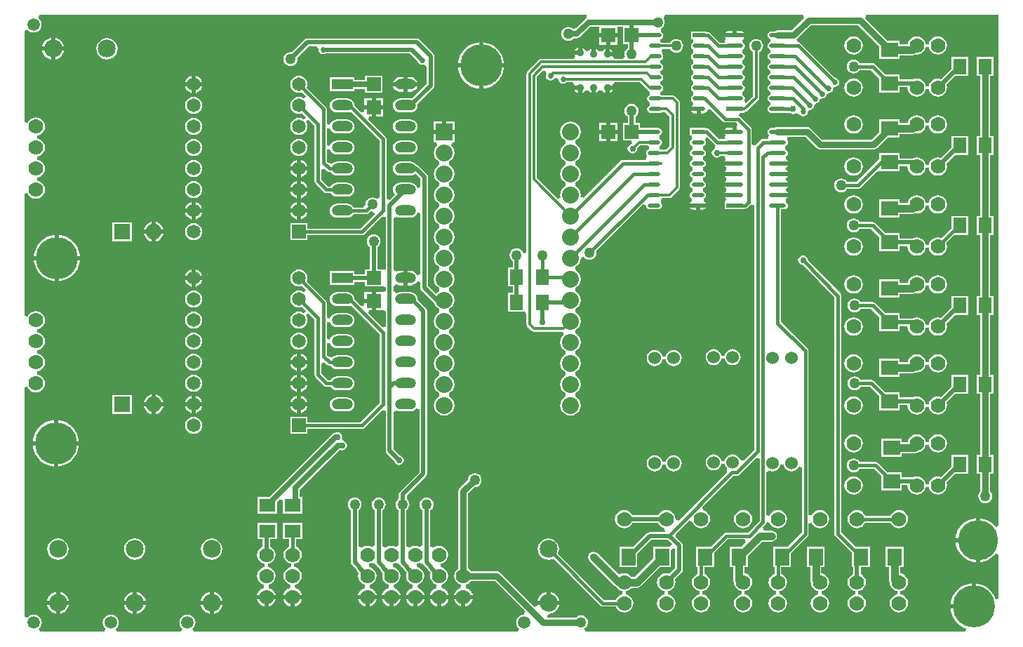
<source format=gbl>
G04 Layer_Physical_Order=2*
G04 Layer_Color=16711680*
%FSLAX25Y25*%
%MOIN*%
G70*
G01*
G75*
%ADD13C,0.02000*%
%ADD14C,0.01200*%
%ADD15C,0.03000*%
%ADD16C,0.03500*%
%ADD17C,0.01500*%
%ADD18C,0.01800*%
%ADD19C,0.02500*%
%ADD21C,0.01600*%
%ADD24C,0.08000*%
%ADD25C,0.07000*%
%ADD26O,0.10000X0.05000*%
%ADD27R,0.10000X0.05000*%
%ADD28C,0.19000*%
%ADD29R,0.08000X0.08000*%
%ADD30C,0.08500*%
%ADD31C,0.05906*%
%ADD32C,0.20000*%
%ADD33C,0.06500*%
%ADD34R,0.06500X0.06500*%
%ADD35C,0.07500*%
%ADD36R,0.07500X0.07500*%
%ADD37C,0.06000*%
%ADD38C,0.03000*%
%ADD39C,0.05000*%
%ADD40C,0.02700*%
%ADD41C,0.03500*%
%ADD42O,0.06000X0.02000*%
%ADD43O,0.08000X0.02000*%
%ADD44R,0.08000X0.02000*%
%ADD45R,0.07000X0.08000*%
%ADD46R,0.08000X0.07000*%
%ADD47R,0.06800X0.06500*%
%ADD48R,0.06500X0.06800*%
%ADD49R,0.06299X0.07480*%
%ADD50R,0.07480X0.06299*%
%ADD51R,0.06000X0.02000*%
G36*
X563929Y151263D02*
X562811Y150809D01*
X562429Y150798D01*
X561448Y151948D01*
X560191Y153021D01*
X558782Y153884D01*
X557255Y154517D01*
X555648Y154903D01*
X555000Y154954D01*
Y144500D01*
Y134046D01*
X555648Y134097D01*
X557255Y134483D01*
X558782Y135116D01*
X560191Y135979D01*
X561448Y137052D01*
X562429Y138202D01*
X562811Y138191D01*
X563929Y137737D01*
Y116792D01*
X562494Y116410D01*
X561831Y118009D01*
X560927Y119486D01*
X559802Y120802D01*
X558486Y121927D01*
X557009Y122831D01*
X555410Y123494D01*
X553726Y123898D01*
X553000Y123955D01*
Y113000D01*
X552000D01*
Y112000D01*
X541045D01*
X541102Y111274D01*
X541506Y109590D01*
X542169Y107991D01*
X543073Y106514D01*
X544198Y105198D01*
X545514Y104073D01*
X546991Y103169D01*
X548590Y102506D01*
X548208Y101071D01*
X367349D01*
X367051Y102571D01*
X367164Y102618D01*
X367854Y103146D01*
X368383Y103836D01*
X368715Y104639D01*
X368829Y105500D01*
X368715Y106361D01*
X368383Y107164D01*
X367854Y107854D01*
X367164Y108382D01*
X366361Y108715D01*
X365500Y108828D01*
X364638Y108715D01*
X363836Y108382D01*
X363146Y107854D01*
X363140Y107845D01*
X349579D01*
X349453Y107969D01*
X349883Y109100D01*
X349925Y109161D01*
X350253Y109443D01*
X351371Y109590D01*
X352648Y110119D01*
X353744Y110960D01*
X354586Y112057D01*
X355115Y113334D01*
X355164Y113705D01*
X344836D01*
X344852Y113586D01*
X344286Y113111D01*
X343499Y112817D01*
X327158Y129158D01*
X326397Y129667D01*
X325500Y129845D01*
X313246D01*
X312692Y130567D01*
X311970Y131121D01*
Y166654D01*
X314989Y169673D01*
X315000Y169671D01*
X315862Y169785D01*
X316664Y170117D01*
X317354Y170646D01*
X317882Y171336D01*
X318215Y172139D01*
X318328Y173000D01*
X318215Y173862D01*
X317882Y174664D01*
X317354Y175354D01*
X316664Y175882D01*
X315862Y176215D01*
X315000Y176329D01*
X314139Y176215D01*
X313336Y175882D01*
X312646Y175354D01*
X312118Y174664D01*
X311785Y173862D01*
X311671Y173000D01*
X311673Y172989D01*
X307967Y169283D01*
X307458Y168522D01*
X307280Y167625D01*
Y131121D01*
X306558Y130567D01*
X305869Y129669D01*
X305436Y128622D01*
X305288Y127500D01*
X305436Y126377D01*
X305869Y125331D01*
X306558Y124433D01*
X307456Y123744D01*
X308331Y123381D01*
X308486Y122856D01*
X308465Y122279D01*
X308306Y121824D01*
X307356Y121431D01*
X306416Y120709D01*
X305694Y119769D01*
X305241Y118675D01*
X305218Y118500D01*
X314032D01*
X314009Y118675D01*
X313556Y119769D01*
X312834Y120709D01*
X311894Y121431D01*
X310945Y121824D01*
X310785Y122279D01*
X310764Y122856D01*
X310918Y123381D01*
X311794Y123744D01*
X312692Y124433D01*
X313246Y125155D01*
X324529D01*
X338998Y110686D01*
X338654Y109678D01*
X338345Y109217D01*
X337524Y109109D01*
X336611Y108731D01*
X335827Y108129D01*
X335226Y107345D01*
X334848Y106432D01*
X334719Y105453D01*
X334848Y104473D01*
X335226Y103560D01*
X335827Y102776D01*
X336096Y102571D01*
X335587Y101071D01*
X181473D01*
X180964Y102571D01*
X181232Y102776D01*
X181833Y103560D01*
X182211Y104473D01*
X182340Y105453D01*
X182211Y106432D01*
X181833Y107345D01*
X181232Y108129D01*
X180448Y108731D01*
X179535Y109109D01*
X178555Y109238D01*
X177576Y109109D01*
X176663Y108731D01*
X175879Y108129D01*
X175277Y107345D01*
X174899Y106432D01*
X174770Y105453D01*
X174899Y104473D01*
X175277Y103560D01*
X175879Y102776D01*
X176147Y102571D01*
X175638Y101071D01*
X144973D01*
X144463Y102571D01*
X144731Y102776D01*
X145333Y103560D01*
X145711Y104473D01*
X145840Y105453D01*
X145711Y106432D01*
X145333Y107345D01*
X144731Y108129D01*
X143948Y108731D01*
X143035Y109109D01*
X142055Y109238D01*
X141075Y109109D01*
X140162Y108731D01*
X139378Y108129D01*
X138777Y107345D01*
X138399Y106432D01*
X138270Y105453D01*
X138399Y104473D01*
X138777Y103560D01*
X139378Y102776D01*
X139647Y102571D01*
X139137Y101071D01*
X108473D01*
X107963Y102571D01*
X108231Y102776D01*
X108833Y103560D01*
X109211Y104473D01*
X109340Y105453D01*
X109211Y106432D01*
X108833Y107345D01*
X108231Y108129D01*
X107448Y108731D01*
X106535Y109109D01*
X105555Y109238D01*
X104575Y109109D01*
X103662Y108731D01*
X102878Y108129D01*
X102571Y107728D01*
X101071Y108197D01*
Y216952D01*
X102571Y217250D01*
X102744Y216831D01*
X103433Y215933D01*
X104331Y215244D01*
X105377Y214811D01*
X106500Y214663D01*
X107623Y214811D01*
X108669Y215244D01*
X109567Y215933D01*
X110256Y216831D01*
X110689Y217878D01*
X110837Y219000D01*
X110689Y220123D01*
X110256Y221169D01*
X109567Y222067D01*
X108669Y222756D01*
X107623Y223189D01*
X107211Y223243D01*
Y224757D01*
X107623Y224811D01*
X108669Y225244D01*
X109567Y225933D01*
X110256Y226831D01*
X110689Y227877D01*
X110837Y229000D01*
X110689Y230122D01*
X110256Y231169D01*
X109567Y232067D01*
X108669Y232756D01*
X107623Y233189D01*
X107211Y233243D01*
Y234756D01*
X107623Y234811D01*
X108669Y235244D01*
X109567Y235933D01*
X110256Y236831D01*
X110689Y237877D01*
X110837Y239000D01*
X110689Y240123D01*
X110256Y241169D01*
X109567Y242067D01*
X108669Y242756D01*
X107623Y243189D01*
X107211Y243244D01*
Y244757D01*
X107623Y244811D01*
X108669Y245244D01*
X109567Y245933D01*
X110256Y246831D01*
X110689Y247878D01*
X110837Y249000D01*
X110689Y250122D01*
X110256Y251169D01*
X109567Y252067D01*
X108669Y252756D01*
X107623Y253189D01*
X106500Y253337D01*
X105377Y253189D01*
X104331Y252756D01*
X103433Y252067D01*
X102744Y251169D01*
X102571Y250750D01*
X101071Y251048D01*
Y308952D01*
X102571Y309250D01*
X102744Y308831D01*
X103433Y307933D01*
X104331Y307244D01*
X105377Y306811D01*
X106500Y306663D01*
X107623Y306811D01*
X108669Y307244D01*
X109567Y307933D01*
X110256Y308831D01*
X110689Y309877D01*
X110837Y311000D01*
X110689Y312123D01*
X110256Y313169D01*
X109567Y314067D01*
X108669Y314756D01*
X107623Y315189D01*
X107211Y315244D01*
Y316757D01*
X107623Y316811D01*
X108669Y317244D01*
X109567Y317933D01*
X110256Y318831D01*
X110689Y319878D01*
X110837Y321000D01*
X110689Y322123D01*
X110256Y323169D01*
X109567Y324067D01*
X108669Y324756D01*
X107623Y325189D01*
X107211Y325243D01*
Y326757D01*
X107623Y326811D01*
X108669Y327244D01*
X109567Y327933D01*
X110256Y328831D01*
X110689Y329877D01*
X110837Y331000D01*
X110689Y332122D01*
X110256Y333169D01*
X109567Y334067D01*
X108669Y334756D01*
X107623Y335189D01*
X107211Y335244D01*
Y336756D01*
X107623Y336811D01*
X108669Y337244D01*
X109567Y337933D01*
X110256Y338831D01*
X110689Y339878D01*
X110837Y341000D01*
X110689Y342123D01*
X110256Y343169D01*
X109567Y344067D01*
X108669Y344756D01*
X107623Y345189D01*
X106500Y345337D01*
X105377Y345189D01*
X104331Y344756D01*
X103433Y344067D01*
X102744Y343169D01*
X102571Y342750D01*
X101071Y343048D01*
Y386527D01*
X102571Y387036D01*
X102776Y386768D01*
X103560Y386167D01*
X104473Y385789D01*
X105453Y385660D01*
X106432Y385789D01*
X107345Y386167D01*
X108129Y386768D01*
X108731Y387552D01*
X109109Y388465D01*
X109238Y389445D01*
X109109Y390424D01*
X108731Y391337D01*
X108129Y392121D01*
X107728Y392429D01*
X108197Y393929D01*
X368044D01*
X368200Y392431D01*
X367522Y391978D01*
X367522Y391978D01*
X363310Y387765D01*
X361854Y387354D01*
X361164Y387882D01*
X360362Y388215D01*
X359500Y388329D01*
X358639Y388215D01*
X357836Y387882D01*
X357146Y387354D01*
X356617Y386664D01*
X356285Y385861D01*
X356171Y385000D01*
X356285Y384138D01*
X356617Y383336D01*
X357146Y382646D01*
X357836Y382118D01*
X358639Y381785D01*
X359500Y381672D01*
X360362Y381785D01*
X361164Y382118D01*
X361854Y382646D01*
X362056Y382910D01*
X363500D01*
X363500Y382910D01*
X364300Y383069D01*
X364978Y383522D01*
X369866Y388410D01*
X374250D01*
Y385249D01*
X382750D01*
Y388410D01*
X385450D01*
Y380049D01*
X387665D01*
Y378251D01*
X387146Y377854D01*
X386617Y377164D01*
X386285Y376361D01*
X386172Y375500D01*
X386285Y374639D01*
X386331Y374527D01*
X385507Y373099D01*
X385399Y373027D01*
X381460D01*
X381106Y373390D01*
X380587Y374500D01*
X378000D01*
Y375500D01*
X377000D01*
Y378062D01*
X376613Y377902D01*
X376039Y377461D01*
X375598Y376887D01*
X375562Y376800D01*
X373938D01*
X373902Y376887D01*
X373461Y377461D01*
X372887Y377902D01*
X372500Y378062D01*
Y375500D01*
X370500D01*
Y378062D01*
X370113Y377902D01*
X369539Y377461D01*
X369146Y376949D01*
X368658Y376872D01*
X367542Y377050D01*
X367402Y377387D01*
X366961Y377961D01*
X366387Y378402D01*
X366000Y378562D01*
Y376000D01*
X365000D01*
Y375000D01*
X362438D01*
X362598Y374613D01*
X362664Y374527D01*
X362019Y373027D01*
X346600D01*
X346600Y373027D01*
X346054Y372919D01*
X345591Y372609D01*
X345591Y372609D01*
X339991Y367009D01*
X339681Y366546D01*
X339573Y366000D01*
X339573Y366000D01*
Y281002D01*
X338113Y280759D01*
X337780Y281562D01*
X337251Y282251D01*
X336562Y282780D01*
X335759Y283113D01*
X334898Y283226D01*
X334036Y283113D01*
X333233Y282780D01*
X332544Y282251D01*
X332015Y281562D01*
X331682Y280759D01*
X331569Y279898D01*
X331682Y279036D01*
X332015Y278233D01*
X332544Y277544D01*
X333062Y277146D01*
Y274040D01*
X330948D01*
Y264960D01*
X333062D01*
Y262040D01*
X330948D01*
Y252960D01*
X338073D01*
X338847Y252960D01*
X339573Y251760D01*
Y247000D01*
X339573Y247000D01*
X339681Y246454D01*
X339991Y245991D01*
X341991Y243991D01*
X341991Y243991D01*
X342454Y243681D01*
X343000Y243573D01*
X343000Y243573D01*
X356762D01*
X357115Y243037D01*
X357314Y242106D01*
X357077Y241923D01*
X356307Y240921D01*
X355823Y239753D01*
X355659Y238500D01*
X355823Y237247D01*
X356307Y236079D01*
X357077Y235077D01*
X358079Y234307D01*
Y232693D01*
X357077Y231923D01*
X356307Y230921D01*
X355823Y229753D01*
X355659Y228500D01*
X355823Y227247D01*
X356307Y226079D01*
X357077Y225077D01*
X358079Y224307D01*
Y222693D01*
X357077Y221923D01*
X356307Y220921D01*
X355823Y219753D01*
X355659Y218500D01*
X355823Y217247D01*
X356307Y216079D01*
X357077Y215077D01*
X358079Y214307D01*
Y212693D01*
X357077Y211923D01*
X356307Y210921D01*
X355823Y209753D01*
X355659Y208500D01*
X355823Y207247D01*
X356307Y206079D01*
X357077Y205077D01*
X358079Y204307D01*
X359247Y203824D01*
X360500Y203659D01*
X361753Y203824D01*
X362921Y204307D01*
X363923Y205077D01*
X364693Y206079D01*
X365177Y207247D01*
X365341Y208500D01*
X365177Y209753D01*
X364693Y210921D01*
X363923Y211923D01*
X362921Y212693D01*
Y214307D01*
X363923Y215077D01*
X364693Y216079D01*
X365177Y217247D01*
X365341Y218500D01*
X365177Y219753D01*
X364693Y220921D01*
X363923Y221923D01*
X362921Y222693D01*
Y224307D01*
X363923Y225077D01*
X364693Y226079D01*
X365177Y227247D01*
X365341Y228500D01*
X365177Y229753D01*
X364693Y230921D01*
X363923Y231923D01*
X362921Y232693D01*
Y234307D01*
X363923Y235077D01*
X364693Y236079D01*
X365177Y237247D01*
X365341Y238500D01*
X365177Y239753D01*
X364693Y240921D01*
X363923Y241923D01*
X362921Y242693D01*
Y244307D01*
X363923Y245077D01*
X364693Y246079D01*
X365177Y247247D01*
X365341Y248500D01*
X365177Y249753D01*
X364693Y250921D01*
X363923Y251923D01*
X362921Y252693D01*
Y254307D01*
X363923Y255077D01*
X364693Y256079D01*
X365177Y257247D01*
X365341Y258500D01*
X365177Y259753D01*
X364693Y260921D01*
X363923Y261923D01*
X362921Y262693D01*
Y264307D01*
X363923Y265077D01*
X364693Y266079D01*
X365177Y267247D01*
X365341Y268500D01*
X365177Y269753D01*
X364693Y270921D01*
X363923Y271923D01*
X362921Y272693D01*
Y274307D01*
X363923Y275077D01*
X364693Y276079D01*
X365177Y277247D01*
X365341Y278500D01*
X366659Y279124D01*
X366771Y279136D01*
X367146Y278646D01*
X367836Y278117D01*
X368638Y277785D01*
X369500Y277672D01*
X370361Y277785D01*
X371164Y278117D01*
X371854Y278646D01*
X372382Y279336D01*
X372715Y280138D01*
X372829Y281000D01*
X372726Y281775D01*
X394947Y303995D01*
X395834Y303688D01*
X396410Y303337D01*
X396517Y302798D01*
X396915Y302202D01*
X397510Y301804D01*
X398213Y301665D01*
X402213D01*
X402915Y301804D01*
X403510Y302202D01*
X403908Y302798D01*
X404048Y303500D01*
X403908Y304202D01*
X403510Y304798D01*
X403460Y306500D01*
X404088Y307073D01*
X407500D01*
X407500Y307073D01*
X408046Y307181D01*
X408509Y307491D01*
X412009Y310991D01*
X412009Y310991D01*
X412319Y311454D01*
X412427Y312000D01*
X412427Y312000D01*
Y352500D01*
X412427Y352500D01*
X412319Y353046D01*
X412009Y353509D01*
X412009Y353509D01*
X410260Y355259D01*
X409797Y355568D01*
X409251Y355677D01*
X409251Y355677D01*
X403816D01*
X403415Y355945D01*
X403215Y355985D01*
Y357514D01*
X403415Y357554D01*
X404010Y357952D01*
X404408Y358547D01*
X404548Y359249D01*
X404408Y359952D01*
X404010Y360547D01*
X403415Y360945D01*
X403215Y360985D01*
Y362514D01*
X403415Y362554D01*
X404010Y362952D01*
X404408Y363547D01*
X404548Y364249D01*
X404408Y364952D01*
X404010Y365547D01*
X403415Y365945D01*
X403215Y365985D01*
Y367514D01*
X403415Y367554D01*
X404010Y367952D01*
X404408Y368547D01*
X404548Y369249D01*
X404408Y369952D01*
X404010Y370547D01*
X403415Y370945D01*
X403215Y370985D01*
Y372514D01*
X403415Y372554D01*
X404010Y372952D01*
X404408Y373547D01*
X404548Y374249D01*
X404408Y374952D01*
X404010Y375547D01*
X403960Y377250D01*
X404588Y377822D01*
X407770D01*
X407868Y377585D01*
X408397Y376896D01*
X409086Y376367D01*
X409889Y376034D01*
X410751Y375921D01*
X411612Y376034D01*
X412415Y376367D01*
X413104Y376896D01*
X413633Y377585D01*
X413966Y378388D01*
X414079Y379249D01*
X413966Y380111D01*
X413633Y380914D01*
X413104Y381603D01*
X412415Y382132D01*
X411612Y382465D01*
X410751Y382578D01*
X409889Y382465D01*
X409086Y382132D01*
X408397Y381603D01*
X407868Y380914D01*
X407770Y380677D01*
X403816D01*
X403415Y380945D01*
X403215Y380985D01*
Y382514D01*
X403415Y382554D01*
X404010Y382952D01*
X404408Y383547D01*
X404548Y384249D01*
X404408Y384952D01*
X404010Y385547D01*
X403465Y385911D01*
X403404Y386213D01*
X403350Y387487D01*
X403664Y387617D01*
X404354Y388146D01*
X404882Y388836D01*
X405215Y389638D01*
X405329Y390500D01*
X405215Y391361D01*
X404882Y392164D01*
X404679Y392429D01*
X405209Y393794D01*
X405333Y393929D01*
X470742D01*
X471364Y392429D01*
X465529Y386595D01*
X458972D01*
X458075Y386416D01*
X457579Y386085D01*
X455972D01*
X455270Y385945D01*
X454675Y385547D01*
X454277Y384952D01*
X454137Y384249D01*
X454277Y383547D01*
X454675Y382952D01*
X455270Y382554D01*
X455470Y382514D01*
Y380985D01*
X455270Y380945D01*
X454675Y380547D01*
X454277Y379952D01*
X454137Y379249D01*
X454277Y378547D01*
X454675Y377952D01*
X455270Y377554D01*
X455470Y377514D01*
Y375985D01*
X455270Y375945D01*
X454675Y375547D01*
X454277Y374952D01*
X454137Y374249D01*
X454277Y373547D01*
X454675Y372952D01*
X455270Y372554D01*
X455470Y372514D01*
Y370985D01*
X455270Y370945D01*
X454675Y370547D01*
X454277Y369952D01*
X454137Y369249D01*
X454277Y368547D01*
X454675Y367952D01*
X455270Y367554D01*
X455470Y367514D01*
Y365985D01*
X455270Y365945D01*
X454675Y365547D01*
X454277Y364952D01*
X454137Y364249D01*
X454277Y363547D01*
X454675Y362952D01*
X455270Y362554D01*
X455470Y362514D01*
Y360985D01*
X455270Y360945D01*
X454675Y360547D01*
X454277Y359952D01*
X454137Y359249D01*
X454277Y358547D01*
X454675Y357952D01*
X455270Y357554D01*
X455470Y357514D01*
Y355985D01*
X455270Y355945D01*
X454675Y355547D01*
X454277Y354952D01*
X454137Y354249D01*
X454277Y353547D01*
X454675Y352952D01*
X455270Y352554D01*
X455470Y352514D01*
Y350985D01*
X455270Y350945D01*
X454675Y350547D01*
X454277Y349952D01*
X454137Y349249D01*
X454277Y348547D01*
X454675Y347952D01*
X455270Y347554D01*
X455972Y347414D01*
X461972D01*
X462485Y347516D01*
X464704D01*
X465352Y347083D01*
X466249Y346904D01*
X467147Y347083D01*
X467424Y347268D01*
X468587Y347188D01*
X469200Y346825D01*
X469450Y346450D01*
X470161Y345975D01*
X471000Y345808D01*
X471839Y345975D01*
X472550Y346450D01*
X473025Y347161D01*
X473192Y348000D01*
X474000Y348808D01*
X474839Y348975D01*
X475550Y349450D01*
X476025Y350161D01*
X476073Y350400D01*
X476682Y351808D01*
X477521Y351975D01*
X478232Y352450D01*
X478708Y353161D01*
X479009Y354034D01*
X480330Y354374D01*
X480839Y354475D01*
X481550Y354950D01*
X482025Y355661D01*
X482192Y356500D01*
X483000Y356808D01*
X483839Y356975D01*
X484550Y357450D01*
X485025Y358161D01*
X485192Y359000D01*
X486000Y359808D01*
X486839Y359975D01*
X487550Y360450D01*
X488025Y361161D01*
X488192Y362000D01*
X488025Y362839D01*
X487550Y363550D01*
X486839Y364025D01*
X486323Y364128D01*
X469976Y380475D01*
X469414Y380851D01*
X468751Y380983D01*
X468451D01*
X467996Y382483D01*
X468158Y382591D01*
X474722Y389155D01*
X497029D01*
X507200Y378984D01*
Y373200D01*
X516800D01*
Y374900D01*
X523000D01*
X523995Y375098D01*
X524242Y375263D01*
X525000Y375163D01*
X526123Y375311D01*
X527169Y375744D01*
X528067Y376433D01*
X528756Y377331D01*
X529189Y378378D01*
X529234Y378715D01*
X529244Y378789D01*
X530757D01*
X530766Y378715D01*
X530811Y378378D01*
X531244Y377331D01*
X531933Y376433D01*
X532831Y375744D01*
X533878Y375311D01*
X535000Y375163D01*
X536123Y375311D01*
X537169Y375744D01*
X538067Y376433D01*
X538756Y377331D01*
X539189Y378378D01*
X539337Y379500D01*
X539189Y380623D01*
X538756Y381669D01*
X538067Y382567D01*
X537169Y383256D01*
X536123Y383689D01*
X535000Y383837D01*
X533878Y383689D01*
X532831Y383256D01*
X531933Y382567D01*
X531244Y381669D01*
X530811Y380623D01*
X530766Y380285D01*
X530757Y380211D01*
X529244D01*
X529234Y380285D01*
X529189Y380623D01*
X528756Y381669D01*
X528067Y382567D01*
X527169Y383256D01*
X526123Y383689D01*
X525000Y383837D01*
X523877Y383689D01*
X522831Y383256D01*
X521933Y382567D01*
X521244Y381669D01*
X520811Y380623D01*
X520742Y380100D01*
X516800D01*
Y381800D01*
X511016D01*
X500387Y392429D01*
X501008Y393929D01*
X563929D01*
Y151263D01*
D02*
G37*
G36*
X348378Y367374D02*
X349005Y365884D01*
X348975Y365839D01*
X348808Y365000D01*
X348975Y364161D01*
X349450Y363450D01*
X350161Y362975D01*
X351000Y362808D01*
X351839Y362975D01*
X352550Y363450D01*
X352676Y363639D01*
X354186Y363921D01*
X354489Y363858D01*
X354808Y363500D01*
X354975Y362661D01*
X355450Y361950D01*
X356161Y361475D01*
X357000Y361308D01*
X357839Y361475D01*
X358550Y361950D01*
X358632Y362073D01*
X361617D01*
X362047Y361553D01*
X362468Y360573D01*
X362438Y360500D01*
X365000D01*
Y359500D01*
X366000D01*
Y356938D01*
X366387Y357098D01*
X366961Y357539D01*
X367402Y358113D01*
X367438Y358200D01*
X369062D01*
X369098Y358113D01*
X369539Y357539D01*
X370113Y357098D01*
X370500Y356938D01*
Y359500D01*
X372500D01*
Y356938D01*
X372887Y357098D01*
X373461Y357539D01*
X373902Y358113D01*
X373938Y358200D01*
X375562D01*
X375598Y358113D01*
X376039Y357539D01*
X376613Y357098D01*
X377000Y356938D01*
Y359500D01*
X378000D01*
Y360500D01*
X380562D01*
X380532Y360573D01*
X380953Y361553D01*
X381383Y362073D01*
X393477D01*
X397047Y358502D01*
X397415Y357952D01*
X398010Y357554D01*
X398210Y357514D01*
Y355985D01*
X398010Y355945D01*
X397415Y355547D01*
X397017Y354952D01*
X396877Y354249D01*
X397017Y353547D01*
X397415Y352952D01*
X398010Y352554D01*
X398210Y352514D01*
Y350985D01*
X398010Y350945D01*
X397415Y350547D01*
X397017Y349952D01*
X396877Y349249D01*
X397017Y348547D01*
X397415Y347952D01*
X398010Y347554D01*
X398713Y347414D01*
X402713D01*
X403415Y347554D01*
X403816Y347822D01*
X405659D01*
X407573Y345909D01*
Y331591D01*
X405909Y329927D01*
X403316D01*
X402915Y330196D01*
X402715Y330235D01*
Y331765D01*
X402915Y331804D01*
X403510Y332202D01*
X403908Y332798D01*
X404048Y333500D01*
X403908Y334202D01*
X403510Y334798D01*
X402915Y335196D01*
X402715Y335235D01*
Y336765D01*
X402915Y336804D01*
X403510Y337202D01*
X403908Y337798D01*
X404048Y338500D01*
X403908Y339202D01*
X403510Y339798D01*
X402915Y340196D01*
X402213Y340335D01*
X393550D01*
Y342700D01*
X391335D01*
Y345749D01*
X391854Y346146D01*
X392383Y346836D01*
X392715Y347639D01*
X392828Y348500D01*
X392715Y349361D01*
X392383Y350164D01*
X391854Y350854D01*
X391164Y351382D01*
X390361Y351715D01*
X389500Y351829D01*
X388638Y351715D01*
X387836Y351382D01*
X387146Y350854D01*
X386617Y350164D01*
X386285Y349361D01*
X386172Y348500D01*
X386285Y347639D01*
X386617Y346836D01*
X387146Y346146D01*
X387665Y345749D01*
Y342700D01*
X385450D01*
Y334300D01*
X389626D01*
X389774Y332800D01*
X389103Y332667D01*
X388342Y332158D01*
X387833Y331397D01*
X387655Y330500D01*
X387833Y329603D01*
X388342Y328842D01*
X389103Y328333D01*
X390000Y328155D01*
X390897Y328333D01*
X391658Y328842D01*
X392167Y329603D01*
X392345Y330500D01*
X392291Y330772D01*
X393591Y332073D01*
X397109D01*
X397510Y331804D01*
X397710Y331765D01*
Y330235D01*
X397510Y330196D01*
X396915Y329798D01*
X396517Y329202D01*
X396377Y328500D01*
X396517Y327798D01*
X396915Y327202D01*
X396592Y325614D01*
X396211Y325233D01*
X385500D01*
X384837Y325101D01*
X384274Y324726D01*
X366673Y307124D01*
X365253Y307825D01*
X365341Y308500D01*
X365177Y309753D01*
X364693Y310921D01*
X363923Y311923D01*
X362921Y312693D01*
Y314307D01*
X363923Y315077D01*
X364693Y316079D01*
X365177Y317247D01*
X365341Y318500D01*
X365177Y319753D01*
X364693Y320921D01*
X363923Y321923D01*
X362921Y322693D01*
Y324307D01*
X363923Y325077D01*
X364693Y326079D01*
X365177Y327247D01*
X365341Y328500D01*
X365177Y329753D01*
X364693Y330921D01*
X363923Y331923D01*
X362921Y332693D01*
Y334307D01*
X363923Y335077D01*
X364693Y336079D01*
X365177Y337247D01*
X365341Y338500D01*
X365177Y339753D01*
X364693Y340921D01*
X363923Y341923D01*
X362921Y342693D01*
X361753Y343177D01*
X360500Y343341D01*
X359247Y343177D01*
X358079Y342693D01*
X357077Y341923D01*
X356307Y340921D01*
X355823Y339753D01*
X355659Y338500D01*
X355823Y337247D01*
X356307Y336079D01*
X357077Y335077D01*
X358079Y334307D01*
Y332693D01*
X357077Y331923D01*
X356307Y330921D01*
X355823Y329753D01*
X355659Y328500D01*
X355823Y327247D01*
X356307Y326079D01*
X357077Y325077D01*
X358079Y324307D01*
Y322693D01*
X357077Y321923D01*
X356307Y320921D01*
X355823Y319753D01*
X355659Y318500D01*
X355823Y317247D01*
X356307Y316079D01*
X357077Y315077D01*
X358079Y314307D01*
Y312693D01*
X357077Y311923D01*
X356307Y310921D01*
X355823Y309753D01*
X355659Y308500D01*
X355813Y307327D01*
X355715Y307211D01*
X354398Y306621D01*
X344427Y316591D01*
Y364580D01*
X347309Y367462D01*
X348378Y367374D01*
D02*
G37*
%LPC*%
G36*
X254500Y212329D02*
X249500D01*
X248639Y212215D01*
X247836Y211882D01*
X247146Y211354D01*
X246618Y210664D01*
X246285Y209861D01*
X246171Y209000D01*
X246285Y208138D01*
X246618Y207336D01*
X247146Y206646D01*
X247836Y206118D01*
X248639Y205785D01*
X249500Y205672D01*
X254500D01*
X255362Y205785D01*
X256164Y206118D01*
X256854Y206646D01*
X257382Y207336D01*
X257715Y208138D01*
X257828Y209000D01*
X257715Y209861D01*
X257382Y210664D01*
X256854Y211354D01*
X256164Y211882D01*
X255362Y212215D01*
X254500Y212329D01*
D02*
G37*
G36*
X161500Y213659D02*
X161260Y213628D01*
X160105Y213149D01*
X159112Y212388D01*
X158351Y211396D01*
X157872Y210240D01*
X157841Y210000D01*
X161500D01*
Y213659D01*
D02*
G37*
G36*
X185655Y208000D02*
X182500D01*
Y204845D01*
X182609Y204859D01*
X183643Y205288D01*
X184531Y205969D01*
X185212Y206857D01*
X185641Y207891D01*
X185655Y208000D01*
D02*
G37*
G36*
X230500D02*
X227345D01*
X227359Y207891D01*
X227788Y206857D01*
X228469Y205969D01*
X229357Y205288D01*
X230391Y204859D01*
X230500Y204845D01*
Y208000D01*
D02*
G37*
G36*
X235655D02*
X232500D01*
Y204845D01*
X232610Y204859D01*
X233643Y205288D01*
X234531Y205969D01*
X235212Y206857D01*
X235641Y207891D01*
X235655Y208000D01*
D02*
G37*
G36*
X230500Y213155D02*
X230391Y213141D01*
X229357Y212712D01*
X228469Y212031D01*
X227788Y211143D01*
X227359Y210109D01*
X227345Y210000D01*
X230500D01*
Y213155D01*
D02*
G37*
G36*
X232500D02*
Y210000D01*
X235655D01*
X235641Y210109D01*
X235212Y211143D01*
X234531Y212031D01*
X233643Y212712D01*
X232610Y213141D01*
X232500Y213155D01*
D02*
G37*
G36*
X549347Y223040D02*
X541448D01*
Y217543D01*
X536456Y212551D01*
X536123Y212689D01*
X535000Y212837D01*
X533878Y212689D01*
X532831Y212256D01*
X531933Y211567D01*
X531244Y210669D01*
X530811Y209623D01*
X530766Y209285D01*
X530757Y209211D01*
X529244D01*
X529234Y209285D01*
X529189Y209623D01*
X528756Y210669D01*
X528067Y211567D01*
X527169Y212256D01*
X526123Y212689D01*
X525000Y212837D01*
X523877Y212689D01*
X523015Y212332D01*
X523000Y212335D01*
X516800D01*
Y214800D01*
X510007D01*
X504654Y220153D01*
X504124Y220507D01*
X503500Y220631D01*
X498396D01*
X498383Y220664D01*
X497854Y221354D01*
X497164Y221883D01*
X496361Y222215D01*
X495500Y222328D01*
X494638Y222215D01*
X493836Y221883D01*
X493146Y221354D01*
X492618Y220664D01*
X492285Y219862D01*
X492171Y219000D01*
X492285Y218139D01*
X492618Y217336D01*
X493146Y216646D01*
X493836Y216118D01*
X494638Y215785D01*
X495500Y215671D01*
X496361Y215785D01*
X497164Y216118D01*
X497854Y216646D01*
X498383Y217336D01*
X498396Y217369D01*
X502824D01*
X507200Y212993D01*
Y206200D01*
X516800D01*
Y208665D01*
X520518D01*
X520663Y208500D01*
X520811Y207378D01*
X521244Y206331D01*
X521933Y205433D01*
X522831Y204744D01*
X523877Y204311D01*
X525000Y204163D01*
X526123Y204311D01*
X527169Y204744D01*
X528067Y205433D01*
X528756Y206331D01*
X529189Y207378D01*
X529234Y207715D01*
X529244Y207789D01*
X530757D01*
X530766Y207715D01*
X530811Y207378D01*
X531244Y206331D01*
X531933Y205433D01*
X532831Y204744D01*
X533878Y204311D01*
X535000Y204163D01*
X536123Y204311D01*
X537169Y204744D01*
X538067Y205433D01*
X538756Y206331D01*
X539189Y207378D01*
X539337Y208500D01*
X539189Y209623D01*
X539051Y209956D01*
X543055Y213960D01*
X549347D01*
Y223040D01*
D02*
G37*
G36*
X163500Y213659D02*
Y210000D01*
X167159D01*
X167128Y210240D01*
X166649Y211396D01*
X165888Y212388D01*
X164895Y213149D01*
X163740Y213628D01*
X163500Y213659D01*
D02*
G37*
G36*
X180500Y213155D02*
X180391Y213141D01*
X179357Y212712D01*
X178469Y212031D01*
X177788Y211143D01*
X177359Y210109D01*
X177345Y210000D01*
X180500D01*
Y213155D01*
D02*
G37*
G36*
X182500D02*
Y210000D01*
X185655D01*
X185641Y210109D01*
X185212Y211143D01*
X184531Y212031D01*
X183643Y212712D01*
X182609Y213141D01*
X182500Y213155D01*
D02*
G37*
G36*
X115000Y201455D02*
X114274Y201398D01*
X112590Y200994D01*
X110991Y200331D01*
X109514Y199427D01*
X108198Y198302D01*
X107073Y196986D01*
X106169Y195509D01*
X105506Y193910D01*
X105102Y192226D01*
X105045Y191500D01*
X115000D01*
Y201455D01*
D02*
G37*
G36*
X117000D02*
Y191500D01*
X126955D01*
X126898Y192226D01*
X126494Y193910D01*
X125831Y195509D01*
X124927Y196986D01*
X123802Y198302D01*
X122486Y199427D01*
X121009Y200331D01*
X119410Y200994D01*
X117726Y201398D01*
X117000Y201455D01*
D02*
G37*
G36*
X535000Y194837D02*
X533878Y194689D01*
X532831Y194256D01*
X531933Y193567D01*
X531244Y192669D01*
X530811Y191622D01*
X530766Y191285D01*
X530757Y191211D01*
X529244D01*
X529234Y191285D01*
X529189Y191622D01*
X528756Y192669D01*
X528067Y193567D01*
X527169Y194256D01*
X526123Y194689D01*
X525000Y194837D01*
X523877Y194689D01*
X522831Y194256D01*
X521933Y193567D01*
X521244Y192669D01*
X520811Y191622D01*
X520742Y191100D01*
X517800D01*
Y192800D01*
X508200D01*
Y184200D01*
X517800D01*
Y185900D01*
X524000D01*
X524995Y186098D01*
X525115Y186178D01*
X526123Y186311D01*
X527169Y186744D01*
X528067Y187433D01*
X528756Y188331D01*
X529189Y189377D01*
X529234Y189715D01*
X529244Y189789D01*
X530757D01*
X530766Y189715D01*
X530811Y189377D01*
X531244Y188331D01*
X531933Y187433D01*
X532831Y186744D01*
X533878Y186311D01*
X535000Y186163D01*
X536123Y186311D01*
X537169Y186744D01*
X538067Y187433D01*
X538756Y188331D01*
X539189Y189377D01*
X539337Y190500D01*
X539189Y191622D01*
X538756Y192669D01*
X538067Y193567D01*
X537169Y194256D01*
X536123Y194689D01*
X535000Y194837D01*
D02*
G37*
G36*
X495000D02*
X493878Y194689D01*
X492832Y194256D01*
X491933Y193567D01*
X491244Y192669D01*
X490811Y191622D01*
X490663Y190500D01*
X490811Y189377D01*
X491244Y188331D01*
X491933Y187433D01*
X492832Y186744D01*
X493878Y186311D01*
X495000Y186163D01*
X496123Y186311D01*
X497168Y186744D01*
X498067Y187433D01*
X498756Y188331D01*
X499189Y189377D01*
X499337Y190500D01*
X499189Y191622D01*
X498756Y192669D01*
X498067Y193567D01*
X497168Y194256D01*
X496123Y194689D01*
X495000Y194837D01*
D02*
G37*
G36*
X249699Y195845D02*
X248801Y195667D01*
X248598Y195530D01*
X248098Y195431D01*
X247420Y194978D01*
X247420Y194978D01*
X217494Y165052D01*
X211960D01*
Y157153D01*
X221040D01*
Y162687D01*
X222460Y164106D01*
X223960Y163485D01*
Y157153D01*
X233040D01*
Y165052D01*
X231840D01*
Y168384D01*
X242387Y178931D01*
X242448Y178972D01*
X250886Y187410D01*
X250988D01*
X251103Y187333D01*
X252000Y187155D01*
X252897Y187333D01*
X253658Y187842D01*
X254167Y188603D01*
X254345Y189500D01*
X254167Y190397D01*
X253658Y191158D01*
X252897Y191667D01*
X251998Y192482D01*
X251996Y193259D01*
X252044Y193500D01*
X251865Y194397D01*
X251357Y195158D01*
X250596Y195667D01*
X249699Y195845D01*
D02*
G37*
G36*
X181500Y203085D02*
X180443Y202946D01*
X179457Y202538D01*
X178612Y201888D01*
X177962Y201043D01*
X177554Y200057D01*
X177415Y199000D01*
X177554Y197943D01*
X177962Y196958D01*
X178612Y196112D01*
X179457Y195462D01*
X180443Y195054D01*
X181500Y194915D01*
X182557Y195054D01*
X183543Y195462D01*
X184388Y196112D01*
X185038Y196958D01*
X185446Y197943D01*
X185585Y199000D01*
X185446Y200057D01*
X185038Y201043D01*
X184388Y201888D01*
X183543Y202538D01*
X182557Y202946D01*
X181500Y203085D01*
D02*
G37*
G36*
X152050Y213550D02*
X142950D01*
Y204450D01*
X152050D01*
Y213550D01*
D02*
G37*
G36*
X180500Y208000D02*
X177345D01*
X177359Y207891D01*
X177788Y206857D01*
X178469Y205969D01*
X179357Y205288D01*
X180391Y204859D01*
X180500Y204845D01*
Y208000D01*
D02*
G37*
G36*
X167159D02*
X163500D01*
Y204341D01*
X163740Y204372D01*
X164895Y204851D01*
X165888Y205612D01*
X166649Y206605D01*
X167128Y207760D01*
X167159Y208000D01*
D02*
G37*
G36*
X495000Y212837D02*
X493878Y212689D01*
X492832Y212256D01*
X491933Y211567D01*
X491244Y210669D01*
X490811Y209623D01*
X490663Y208500D01*
X490811Y207378D01*
X491244Y206331D01*
X491933Y205433D01*
X492832Y204744D01*
X493878Y204311D01*
X495000Y204163D01*
X496123Y204311D01*
X497168Y204744D01*
X498067Y205433D01*
X498756Y206331D01*
X499189Y207378D01*
X499337Y208500D01*
X499189Y209623D01*
X498756Y210669D01*
X498067Y211567D01*
X497168Y212256D01*
X496123Y212689D01*
X495000Y212837D01*
D02*
G37*
G36*
X161500Y208000D02*
X157841D01*
X157872Y207760D01*
X158351Y206605D01*
X159112Y205612D01*
X160105Y204851D01*
X161260Y204372D01*
X161500Y204341D01*
Y208000D01*
D02*
G37*
G36*
X231500Y243085D02*
X230443Y242946D01*
X229457Y242538D01*
X228611Y241888D01*
X227962Y241042D01*
X227554Y240057D01*
X227415Y239000D01*
X227554Y237943D01*
X227962Y236958D01*
X228611Y236111D01*
X229457Y235462D01*
X230443Y235054D01*
X231500Y234915D01*
X232557Y235054D01*
X233542Y235462D01*
X234388Y236111D01*
X235038Y236958D01*
X235446Y237943D01*
X235585Y239000D01*
X235446Y240057D01*
X235038Y241042D01*
X234388Y241888D01*
X233542Y242538D01*
X232557Y242946D01*
X231500Y243085D01*
D02*
G37*
G36*
X495000Y250337D02*
X493878Y250189D01*
X492832Y249756D01*
X491933Y249067D01*
X491244Y248169D01*
X490811Y247123D01*
X490663Y246000D01*
X490811Y244878D01*
X491244Y243831D01*
X491933Y242933D01*
X492832Y242244D01*
X493878Y241811D01*
X495000Y241663D01*
X496123Y241811D01*
X497168Y242244D01*
X498067Y242933D01*
X498756Y243831D01*
X499189Y244878D01*
X499337Y246000D01*
X499189Y247123D01*
X498756Y248169D01*
X498067Y249067D01*
X497168Y249756D01*
X496123Y250189D01*
X495000Y250337D01*
D02*
G37*
G36*
X181500Y243085D02*
X180443Y242946D01*
X179457Y242538D01*
X178612Y241888D01*
X177962Y241042D01*
X177554Y240057D01*
X177415Y239000D01*
X177554Y237943D01*
X177962Y236958D01*
X178612Y236111D01*
X179457Y235462D01*
X180443Y235054D01*
X181500Y234915D01*
X182557Y235054D01*
X183543Y235462D01*
X184388Y236111D01*
X185038Y236958D01*
X185446Y237943D01*
X185585Y239000D01*
X185446Y240057D01*
X185038Y241042D01*
X184388Y241888D01*
X183543Y242538D01*
X182557Y242946D01*
X181500Y243085D01*
D02*
G37*
G36*
X409500Y234833D02*
X408508Y234702D01*
X407584Y234319D01*
X406790Y233710D01*
X406181Y232916D01*
X405798Y231992D01*
X405774Y231815D01*
X405756Y231678D01*
X404244D01*
X404226Y231815D01*
X404202Y231992D01*
X403819Y232916D01*
X403210Y233710D01*
X402416Y234319D01*
X401492Y234702D01*
X400500Y234833D01*
X399508Y234702D01*
X398584Y234319D01*
X397790Y233710D01*
X397181Y232916D01*
X396798Y231992D01*
X396667Y231000D01*
X396798Y230008D01*
X397181Y229084D01*
X397790Y228290D01*
X398584Y227681D01*
X399508Y227298D01*
X400500Y227167D01*
X401492Y227298D01*
X402416Y227681D01*
X403210Y228290D01*
X403819Y229084D01*
X404202Y230008D01*
X404226Y230185D01*
X404244Y230322D01*
X405756D01*
X405774Y230186D01*
X405798Y230008D01*
X406181Y229084D01*
X406790Y228290D01*
X407584Y227681D01*
X408508Y227298D01*
X409500Y227167D01*
X410492Y227298D01*
X411416Y227681D01*
X412210Y228290D01*
X412819Y229084D01*
X413202Y230008D01*
X413333Y231000D01*
X413202Y231992D01*
X412819Y232916D01*
X412210Y233710D01*
X411416Y234319D01*
X410492Y234702D01*
X409500Y234833D01*
D02*
G37*
G36*
X437500Y235333D02*
X436508Y235202D01*
X435584Y234819D01*
X434790Y234210D01*
X434181Y233416D01*
X433798Y232492D01*
X433774Y232315D01*
X433756Y232178D01*
X432243D01*
X432226Y232314D01*
X432202Y232492D01*
X431819Y233416D01*
X431210Y234210D01*
X430416Y234819D01*
X429492Y235202D01*
X428500Y235333D01*
X427508Y235202D01*
X426584Y234819D01*
X425790Y234210D01*
X425181Y233416D01*
X424798Y232492D01*
X424667Y231500D01*
X424798Y230508D01*
X425181Y229584D01*
X425790Y228790D01*
X426584Y228181D01*
X427508Y227798D01*
X428500Y227667D01*
X429492Y227798D01*
X430416Y228181D01*
X431210Y228790D01*
X431819Y229584D01*
X432202Y230508D01*
X432226Y230685D01*
X432243Y230822D01*
X433756D01*
X433774Y230685D01*
X433798Y230508D01*
X434181Y229584D01*
X434790Y228790D01*
X435584Y228181D01*
X436508Y227798D01*
X437500Y227667D01*
X438492Y227798D01*
X439416Y228181D01*
X440210Y228790D01*
X440819Y229584D01*
X441202Y230508D01*
X441333Y231500D01*
X441202Y232492D01*
X440819Y233416D01*
X440210Y234210D01*
X439416Y234819D01*
X438492Y235202D01*
X437500Y235333D01*
D02*
G37*
G36*
X181500Y253085D02*
X180443Y252946D01*
X179457Y252538D01*
X178612Y251888D01*
X177962Y251043D01*
X177554Y250057D01*
X177415Y249000D01*
X177554Y247943D01*
X177962Y246957D01*
X178612Y246111D01*
X179457Y245462D01*
X180443Y245054D01*
X181500Y244915D01*
X182557Y245054D01*
X183543Y245462D01*
X184388Y246111D01*
X185038Y246957D01*
X185446Y247943D01*
X185585Y249000D01*
X185446Y250057D01*
X185038Y251043D01*
X184388Y251888D01*
X183543Y252538D01*
X182557Y252946D01*
X181500Y253085D01*
D02*
G37*
G36*
X495000Y270337D02*
X493878Y270189D01*
X492832Y269756D01*
X491933Y269067D01*
X491244Y268169D01*
X490811Y267123D01*
X490663Y266000D01*
X490811Y264878D01*
X491244Y263831D01*
X491933Y262933D01*
X492832Y262244D01*
X493878Y261811D01*
X495000Y261663D01*
X496123Y261811D01*
X497168Y262244D01*
X498067Y262933D01*
X498756Y263831D01*
X499189Y264878D01*
X499337Y266000D01*
X499189Y267123D01*
X498756Y268169D01*
X498067Y269067D01*
X497168Y269756D01*
X496123Y270189D01*
X495000Y270337D01*
D02*
G37*
G36*
X231500Y273085D02*
X230443Y272946D01*
X229457Y272538D01*
X228611Y271888D01*
X227962Y271042D01*
X227554Y270057D01*
X227415Y269000D01*
X227554Y267943D01*
X227962Y266957D01*
X228611Y266111D01*
X229457Y265462D01*
X230443Y265054D01*
X231500Y264915D01*
X232557Y265054D01*
X233019Y265246D01*
X234807Y263458D01*
X233816Y262328D01*
X233791Y262347D01*
X233542Y262538D01*
X232557Y262946D01*
X231500Y263085D01*
X230443Y262946D01*
X229457Y262538D01*
X228611Y261889D01*
X227962Y261042D01*
X227554Y260057D01*
X227415Y259000D01*
X227554Y257943D01*
X227962Y256958D01*
X228611Y256112D01*
X229457Y255462D01*
X230443Y255054D01*
X231500Y254915D01*
X232557Y255054D01*
X233019Y255246D01*
X234807Y253458D01*
X233816Y252328D01*
X233791Y252347D01*
X233542Y252538D01*
X232557Y252946D01*
X231500Y253085D01*
X230443Y252946D01*
X229457Y252538D01*
X228611Y251888D01*
X227962Y251043D01*
X227554Y250057D01*
X227415Y249000D01*
X227554Y247943D01*
X227962Y246957D01*
X228611Y246111D01*
X229457Y245462D01*
X230443Y245054D01*
X231500Y244915D01*
X232557Y245054D01*
X233542Y245462D01*
X234388Y246111D01*
X235038Y246957D01*
X235446Y247943D01*
X235585Y249000D01*
X235446Y250057D01*
X235038Y251043D01*
X234847Y251291D01*
X234828Y251316D01*
X235958Y252307D01*
X238920Y249345D01*
Y223000D01*
X239040Y222395D01*
X239383Y221883D01*
X243383Y217882D01*
X243895Y217540D01*
X244500Y217420D01*
X246583D01*
X246618Y217336D01*
X247146Y216646D01*
X247836Y216118D01*
X248639Y215785D01*
X249500Y215671D01*
X254500D01*
X255362Y215785D01*
X256164Y216118D01*
X256854Y216646D01*
X257382Y217336D01*
X257715Y218139D01*
X257828Y219000D01*
X257715Y219862D01*
X257382Y220664D01*
X256854Y221354D01*
X256164Y221883D01*
X255362Y222215D01*
X254500Y222328D01*
X249500D01*
X248639Y222215D01*
X247836Y221883D01*
X247146Y221354D01*
X246618Y220664D01*
X246583Y220580D01*
X245155D01*
X242080Y223655D01*
Y228563D01*
X243580Y229185D01*
X244882Y227883D01*
X245395Y227540D01*
X246000Y227420D01*
X246583D01*
X246618Y227336D01*
X247146Y226646D01*
X247836Y226117D01*
X248639Y225785D01*
X249500Y225672D01*
X254500D01*
X255362Y225785D01*
X256164Y226117D01*
X256854Y226646D01*
X257382Y227336D01*
X257715Y228138D01*
X257828Y229000D01*
X257715Y229861D01*
X257382Y230664D01*
X256854Y231354D01*
X256164Y231883D01*
X255362Y232215D01*
X254500Y232329D01*
X249500D01*
X248639Y232215D01*
X247836Y231883D01*
X247146Y231354D01*
X245527Y231708D01*
X244780Y232455D01*
Y238075D01*
X246280Y238173D01*
X246285Y238139D01*
X246618Y237336D01*
X247146Y236646D01*
X247836Y236118D01*
X248639Y235785D01*
X249500Y235671D01*
X254500D01*
X255362Y235785D01*
X256164Y236118D01*
X256854Y236646D01*
X257382Y237336D01*
X257715Y238139D01*
X257828Y239000D01*
X257715Y239861D01*
X257382Y240664D01*
X256854Y241354D01*
X256164Y241882D01*
X255362Y242215D01*
X254500Y242329D01*
X249500D01*
X248639Y242215D01*
X247836Y241882D01*
X247146Y241354D01*
X246618Y240664D01*
X246285Y239861D01*
X246280Y239827D01*
X244780Y239925D01*
Y248075D01*
X246280Y248173D01*
X246285Y248138D01*
X246618Y247336D01*
X247146Y246646D01*
X247836Y246117D01*
X248639Y245785D01*
X249500Y245672D01*
X254500D01*
X255362Y245785D01*
X256164Y246117D01*
X256854Y246646D01*
X257382Y247336D01*
X257715Y248138D01*
X257828Y249000D01*
X257715Y249862D01*
X257382Y250664D01*
X256854Y251354D01*
X256164Y251883D01*
X255362Y252215D01*
X254500Y252328D01*
X249500D01*
X248639Y252215D01*
X247836Y251883D01*
X247146Y251354D01*
X246618Y250664D01*
X246285Y249862D01*
X246280Y249827D01*
X244780Y249925D01*
Y257300D01*
X244660Y257905D01*
X244318Y258418D01*
X235254Y267481D01*
X235446Y267943D01*
X235585Y269000D01*
X235446Y270057D01*
X235038Y271042D01*
X234388Y271888D01*
X233542Y272538D01*
X232557Y272946D01*
X231500Y273085D01*
D02*
G37*
G36*
X266000Y262250D02*
X262600D01*
Y259000D01*
X266000D01*
Y262250D01*
D02*
G37*
G36*
X549347Y260540D02*
X541448D01*
Y255043D01*
X536456Y250051D01*
X536123Y250189D01*
X535000Y250337D01*
X533878Y250189D01*
X532831Y249756D01*
X531933Y249067D01*
X531244Y248169D01*
X530811Y247123D01*
X530766Y246785D01*
X530757Y246711D01*
X529244D01*
X529234Y246785D01*
X529189Y247123D01*
X528756Y248169D01*
X528067Y249067D01*
X527169Y249756D01*
X526123Y250189D01*
X525000Y250337D01*
X523877Y250189D01*
X523015Y249832D01*
X523000Y249835D01*
X516800D01*
Y252300D01*
X510007D01*
X505154Y257154D01*
X504624Y257507D01*
X504000Y257631D01*
X498396D01*
X498383Y257664D01*
X497854Y258354D01*
X497164Y258882D01*
X496361Y259215D01*
X495500Y259329D01*
X494638Y259215D01*
X493836Y258882D01*
X493146Y258354D01*
X492618Y257664D01*
X492285Y256861D01*
X492171Y256000D01*
X492285Y255138D01*
X492618Y254336D01*
X493146Y253646D01*
X493836Y253117D01*
X494638Y252785D01*
X495500Y252672D01*
X496361Y252785D01*
X497164Y253117D01*
X497854Y253646D01*
X498383Y254336D01*
X498396Y254369D01*
X503324D01*
X507200Y250493D01*
Y243700D01*
X516800D01*
Y246165D01*
X520518D01*
X520663Y246000D01*
X520811Y244878D01*
X521244Y243831D01*
X521933Y242933D01*
X522831Y242244D01*
X523877Y241811D01*
X525000Y241663D01*
X526123Y241811D01*
X527169Y242244D01*
X528067Y242933D01*
X528756Y243831D01*
X529189Y244878D01*
X529234Y245215D01*
X529244Y245289D01*
X530757D01*
X530766Y245215D01*
X530811Y244878D01*
X531244Y243831D01*
X531933Y242933D01*
X532831Y242244D01*
X533878Y241811D01*
X535000Y241663D01*
X536123Y241811D01*
X537169Y242244D01*
X538067Y242933D01*
X538756Y243831D01*
X539189Y244878D01*
X539337Y246000D01*
X539189Y247123D01*
X539051Y247456D01*
X543055Y251460D01*
X549347D01*
Y260540D01*
D02*
G37*
G36*
X181500Y263085D02*
X180443Y262946D01*
X179457Y262538D01*
X178612Y261889D01*
X177962Y261042D01*
X177554Y260057D01*
X177415Y259000D01*
X177554Y257943D01*
X177962Y256958D01*
X178612Y256112D01*
X179457Y255462D01*
X180443Y255054D01*
X181500Y254915D01*
X182557Y255054D01*
X183543Y255462D01*
X184388Y256112D01*
X185038Y256958D01*
X185446Y257943D01*
X185585Y259000D01*
X185446Y260057D01*
X185038Y261042D01*
X184388Y261889D01*
X183543Y262538D01*
X182557Y262946D01*
X181500Y263085D01*
D02*
G37*
G36*
X232500Y233155D02*
Y230000D01*
X235655D01*
X235641Y230110D01*
X235212Y231143D01*
X234531Y232031D01*
X233643Y232712D01*
X232610Y233141D01*
X232500Y233155D01*
D02*
G37*
G36*
X230500Y223155D02*
X230391Y223141D01*
X229357Y222712D01*
X228469Y222031D01*
X227788Y221143D01*
X227359Y220110D01*
X227345Y220000D01*
X230500D01*
Y223155D01*
D02*
G37*
G36*
X232500D02*
Y220000D01*
X235655D01*
X235641Y220110D01*
X235212Y221143D01*
X234531Y222031D01*
X233643Y222712D01*
X232610Y223141D01*
X232500Y223155D01*
D02*
G37*
G36*
X181500Y223085D02*
X180443Y222946D01*
X179457Y222538D01*
X178612Y221888D01*
X177962Y221042D01*
X177554Y220057D01*
X177415Y219000D01*
X177554Y217943D01*
X177962Y216957D01*
X178612Y216111D01*
X179457Y215462D01*
X180443Y215054D01*
X181500Y214915D01*
X182557Y215054D01*
X183543Y215462D01*
X184388Y216111D01*
X185038Y216957D01*
X185446Y217943D01*
X185585Y219000D01*
X185446Y220057D01*
X185038Y221042D01*
X184388Y221888D01*
X183543Y222538D01*
X182557Y222946D01*
X181500Y223085D01*
D02*
G37*
G36*
X235655Y218000D02*
X232500D01*
Y214845D01*
X232610Y214859D01*
X233643Y215288D01*
X234531Y215969D01*
X235212Y216857D01*
X235641Y217891D01*
X235655Y218000D01*
D02*
G37*
G36*
X230500D02*
X227345D01*
X227359Y217891D01*
X227788Y216857D01*
X228469Y215969D01*
X229357Y215288D01*
X230391Y214859D01*
X230500Y214845D01*
Y218000D01*
D02*
G37*
G36*
X495000Y232837D02*
X493878Y232689D01*
X492832Y232256D01*
X491933Y231567D01*
X491244Y230669D01*
X490811Y229623D01*
X490663Y228500D01*
X490811Y227378D01*
X491244Y226331D01*
X491933Y225433D01*
X492832Y224744D01*
X493878Y224311D01*
X495000Y224163D01*
X496123Y224311D01*
X497168Y224744D01*
X498067Y225433D01*
X498756Y226331D01*
X499189Y227378D01*
X499337Y228500D01*
X499189Y229623D01*
X498756Y230669D01*
X498067Y231567D01*
X497168Y232256D01*
X496123Y232689D01*
X495000Y232837D01*
D02*
G37*
G36*
X535000D02*
X533878Y232689D01*
X532831Y232256D01*
X531933Y231567D01*
X531244Y230669D01*
X530811Y229623D01*
X530766Y229285D01*
X530757Y229211D01*
X529244D01*
X529234Y229285D01*
X529189Y229623D01*
X528756Y230669D01*
X528067Y231567D01*
X527169Y232256D01*
X526123Y232689D01*
X525000Y232837D01*
X523877Y232689D01*
X522831Y232256D01*
X521933Y231567D01*
X521244Y230669D01*
X520811Y229623D01*
X520742Y229100D01*
X516800D01*
Y230800D01*
X507200D01*
Y222200D01*
X516800D01*
Y223900D01*
X523000D01*
X523995Y224098D01*
X524242Y224263D01*
X525000Y224163D01*
X526123Y224311D01*
X527169Y224744D01*
X528067Y225433D01*
X528756Y226331D01*
X529189Y227378D01*
X529234Y227715D01*
X529244Y227789D01*
X530757D01*
X530766Y227715D01*
X530811Y227378D01*
X531244Y226331D01*
X531933Y225433D01*
X532831Y224744D01*
X533878Y224311D01*
X535000Y224163D01*
X536123Y224311D01*
X537169Y224744D01*
X538067Y225433D01*
X538756Y226331D01*
X539189Y227378D01*
X539337Y228500D01*
X539189Y229623D01*
X538756Y230669D01*
X538067Y231567D01*
X537169Y232256D01*
X536123Y232689D01*
X535000Y232837D01*
D02*
G37*
G36*
X230500Y233155D02*
X230391Y233141D01*
X229357Y232712D01*
X228469Y232031D01*
X227788Y231143D01*
X227359Y230110D01*
X227345Y230000D01*
X230500D01*
Y233155D01*
D02*
G37*
G36*
X181500Y233085D02*
X180443Y232946D01*
X179457Y232538D01*
X178612Y231889D01*
X177962Y231043D01*
X177554Y230057D01*
X177415Y229000D01*
X177554Y227943D01*
X177962Y226958D01*
X178612Y226112D01*
X179457Y225462D01*
X180443Y225054D01*
X181500Y224915D01*
X182557Y225054D01*
X183543Y225462D01*
X184388Y226112D01*
X185038Y226958D01*
X185446Y227943D01*
X185585Y229000D01*
X185446Y230057D01*
X185038Y231043D01*
X184388Y231889D01*
X183543Y232538D01*
X182557Y232946D01*
X181500Y233085D01*
D02*
G37*
G36*
X235655Y228000D02*
X232500D01*
Y224845D01*
X232610Y224859D01*
X233643Y225288D01*
X234531Y225969D01*
X235212Y226857D01*
X235641Y227890D01*
X235655Y228000D01*
D02*
G37*
G36*
X230500D02*
X227345D01*
X227359Y227890D01*
X227788Y226857D01*
X228469Y225969D01*
X229357Y225288D01*
X230391Y224859D01*
X230500Y224845D01*
Y228000D01*
D02*
G37*
G36*
X409500Y184833D02*
X408508Y184702D01*
X407584Y184319D01*
X406790Y183710D01*
X406181Y182916D01*
X405798Y181992D01*
X405774Y181815D01*
X405756Y181678D01*
X404244D01*
X404226Y181815D01*
X404202Y181992D01*
X403819Y182916D01*
X403210Y183710D01*
X402416Y184319D01*
X401492Y184702D01*
X400500Y184833D01*
X399508Y184702D01*
X398584Y184319D01*
X397790Y183710D01*
X397181Y182916D01*
X396798Y181992D01*
X396667Y181000D01*
X396798Y180008D01*
X397181Y179084D01*
X397790Y178290D01*
X398584Y177681D01*
X399508Y177298D01*
X400500Y177167D01*
X401492Y177298D01*
X402416Y177681D01*
X403210Y178290D01*
X403819Y179084D01*
X404202Y180008D01*
X404226Y180185D01*
X404244Y180322D01*
X405756D01*
X405774Y180185D01*
X405798Y180008D01*
X406181Y179084D01*
X406790Y178290D01*
X407584Y177681D01*
X408508Y177298D01*
X409500Y177167D01*
X410492Y177298D01*
X411416Y177681D01*
X412210Y178290D01*
X412819Y179084D01*
X413202Y180008D01*
X413333Y181000D01*
X413202Y181992D01*
X412819Y182916D01*
X412210Y183710D01*
X411416Y184319D01*
X410492Y184702D01*
X409500Y184833D01*
D02*
G37*
G36*
X274375Y116500D02*
X270968D01*
X270991Y116325D01*
X271444Y115231D01*
X272166Y114291D01*
X273106Y113569D01*
X274200Y113116D01*
X274375Y113093D01*
Y116500D01*
D02*
G37*
G36*
X279782D02*
X276375D01*
Y113093D01*
X276550Y113116D01*
X277644Y113569D01*
X278584Y114291D01*
X279306Y115231D01*
X279759Y116325D01*
X279782Y116500D01*
D02*
G37*
G36*
X268407D02*
X265000D01*
Y113093D01*
X265175Y113116D01*
X266269Y113569D01*
X267209Y114291D01*
X267931Y115231D01*
X268384Y116325D01*
X268407Y116500D01*
D02*
G37*
G36*
X232907D02*
X229500D01*
Y113093D01*
X229675Y113116D01*
X230769Y113569D01*
X231709Y114291D01*
X232431Y115231D01*
X232884Y116325D01*
X232907Y116500D01*
D02*
G37*
G36*
X263000D02*
X259593D01*
X259616Y116325D01*
X260069Y115231D01*
X260791Y114291D01*
X261731Y113569D01*
X262825Y113116D01*
X263000Y113093D01*
Y116500D01*
D02*
G37*
G36*
X285750D02*
X282343D01*
X282366Y116325D01*
X282819Y115231D01*
X283541Y114291D01*
X284481Y113569D01*
X285575Y113116D01*
X285750Y113093D01*
Y116500D01*
D02*
G37*
G36*
X308625D02*
X305218D01*
X305241Y116325D01*
X305694Y115231D01*
X306416Y114291D01*
X307356Y113569D01*
X308450Y113116D01*
X308625Y113093D01*
Y116500D01*
D02*
G37*
G36*
X314032D02*
X310625D01*
Y113093D01*
X310800Y113116D01*
X311894Y113569D01*
X312834Y114291D01*
X313556Y115231D01*
X314009Y116325D01*
X314032Y116500D01*
D02*
G37*
G36*
X302532D02*
X299125D01*
Y113093D01*
X299300Y113116D01*
X300394Y113569D01*
X301334Y114291D01*
X302056Y115231D01*
X302509Y116325D01*
X302532Y116500D01*
D02*
G37*
G36*
X291157D02*
X287750D01*
Y113093D01*
X287925Y113116D01*
X289019Y113569D01*
X289959Y114291D01*
X290681Y115231D01*
X291134Y116325D01*
X291157Y116500D01*
D02*
G37*
G36*
X297125D02*
X293718D01*
X293741Y116325D01*
X294194Y115231D01*
X294916Y114291D01*
X295856Y113569D01*
X296950Y113116D01*
X297125Y113093D01*
Y116500D01*
D02*
G37*
G36*
X227500D02*
X224093D01*
X224116Y116325D01*
X224569Y115231D01*
X225291Y114291D01*
X226231Y113569D01*
X227325Y113116D01*
X227500Y113093D01*
Y116500D01*
D02*
G37*
G36*
X158715Y113705D02*
X154551D01*
Y109541D01*
X154921Y109590D01*
X156199Y110119D01*
X157295Y110960D01*
X158137Y112057D01*
X158666Y113334D01*
X158715Y113705D01*
D02*
G37*
G36*
X189051D02*
X184888D01*
X184936Y113334D01*
X185465Y112057D01*
X186307Y110960D01*
X187404Y110119D01*
X188681Y109590D01*
X189051Y109541D01*
Y113705D01*
D02*
G37*
G36*
X152551D02*
X148387D01*
X148436Y113334D01*
X148965Y112057D01*
X149807Y110960D01*
X150903Y110119D01*
X152181Y109590D01*
X152551Y109541D01*
Y113705D01*
D02*
G37*
G36*
X116051D02*
X111888D01*
X111936Y113334D01*
X112465Y112057D01*
X113307Y110960D01*
X114403Y110119D01*
X115681Y109590D01*
X116051Y109541D01*
Y113705D01*
D02*
G37*
G36*
X122215D02*
X118051D01*
Y109541D01*
X118422Y109590D01*
X119699Y110119D01*
X120796Y110960D01*
X121637Y112057D01*
X122166Y113334D01*
X122215Y113705D01*
D02*
G37*
G36*
X195215D02*
X191051D01*
Y109541D01*
X191422Y109590D01*
X192699Y110119D01*
X193796Y110960D01*
X194637Y112057D01*
X195166Y113334D01*
X195215Y113705D01*
D02*
G37*
G36*
X215000Y116500D02*
X211593D01*
X211616Y116325D01*
X212069Y115231D01*
X212791Y114291D01*
X213731Y113569D01*
X214825Y113116D01*
X215000Y113093D01*
Y116500D01*
D02*
G37*
G36*
X220407D02*
X217000D01*
Y113093D01*
X217175Y113116D01*
X218269Y113569D01*
X219209Y114291D01*
X219931Y115231D01*
X220384Y116325D01*
X220407Y116500D01*
D02*
G37*
G36*
X518800Y141300D02*
X510200D01*
Y131700D01*
X511900D01*
Y125500D01*
X512098Y124505D01*
X512178Y124385D01*
X512311Y123378D01*
X512744Y122331D01*
X513433Y121433D01*
X514331Y120744D01*
X515378Y120311D01*
X515715Y120266D01*
X515789Y120256D01*
Y118744D01*
X515715Y118734D01*
X515378Y118689D01*
X514331Y118256D01*
X513433Y117567D01*
X512744Y116669D01*
X512311Y115622D01*
X512163Y114500D01*
X512311Y113377D01*
X512744Y112331D01*
X513433Y111433D01*
X514331Y110744D01*
X515378Y110311D01*
X516500Y110163D01*
X517623Y110311D01*
X518669Y110744D01*
X519567Y111433D01*
X520256Y112331D01*
X520689Y113377D01*
X520837Y114500D01*
X520689Y115622D01*
X520256Y116669D01*
X519567Y117567D01*
X518669Y118256D01*
X517623Y118689D01*
X517285Y118734D01*
X517211Y118744D01*
Y120256D01*
X517285Y120266D01*
X517623Y120311D01*
X518669Y120744D01*
X519567Y121433D01*
X520256Y122331D01*
X520689Y123378D01*
X520837Y124500D01*
X520689Y125622D01*
X520256Y126669D01*
X519567Y127567D01*
X518669Y128256D01*
X517623Y128689D01*
X517100Y128758D01*
Y131700D01*
X518800D01*
Y141300D01*
D02*
G37*
G36*
X481300D02*
X472700D01*
Y131700D01*
X474400D01*
Y125500D01*
X474598Y124505D01*
X474678Y124385D01*
X474811Y123378D01*
X475244Y122331D01*
X475933Y121433D01*
X476831Y120744D01*
X477878Y120311D01*
X478215Y120266D01*
X478289Y120256D01*
Y118744D01*
X478215Y118734D01*
X477878Y118689D01*
X476831Y118256D01*
X475933Y117567D01*
X475244Y116669D01*
X474811Y115622D01*
X474663Y114500D01*
X474811Y113377D01*
X475244Y112331D01*
X475933Y111433D01*
X476831Y110744D01*
X477878Y110311D01*
X479000Y110163D01*
X480123Y110311D01*
X481169Y110744D01*
X482067Y111433D01*
X482756Y112331D01*
X483189Y113377D01*
X483337Y114500D01*
X483189Y115622D01*
X482756Y116669D01*
X482067Y117567D01*
X481169Y118256D01*
X480123Y118689D01*
X479785Y118734D01*
X479711Y118744D01*
Y120256D01*
X479785Y120266D01*
X480123Y120311D01*
X481169Y120744D01*
X482067Y121433D01*
X482756Y122331D01*
X483189Y123378D01*
X483337Y124500D01*
X483189Y125622D01*
X482756Y126669D01*
X482067Y127567D01*
X481169Y128256D01*
X480123Y128689D01*
X479600Y128758D01*
Y131700D01*
X481300D01*
Y141300D01*
D02*
G37*
G36*
X471000Y279845D02*
X470103Y279667D01*
X469342Y279158D01*
X468833Y278397D01*
X468655Y277500D01*
X468833Y276603D01*
X469342Y275842D01*
X470103Y275333D01*
X471000Y275155D01*
X471002Y275155D01*
X485869Y259839D01*
Y147500D01*
X485993Y146876D01*
X486346Y146346D01*
X494200Y138493D01*
Y131700D01*
X494665D01*
Y128394D01*
X494332Y128256D01*
X493433Y127567D01*
X492744Y126669D01*
X492311Y125622D01*
X492163Y124500D01*
X492311Y123378D01*
X492744Y122331D01*
X493433Y121433D01*
X494332Y120744D01*
X495377Y120311D01*
X495715Y120266D01*
X495789Y120256D01*
Y118744D01*
X495715Y118734D01*
X495377Y118689D01*
X494332Y118256D01*
X493433Y117567D01*
X492744Y116669D01*
X492311Y115622D01*
X492163Y114500D01*
X492311Y113377D01*
X492744Y112331D01*
X493433Y111433D01*
X494332Y110744D01*
X495377Y110311D01*
X496500Y110163D01*
X497622Y110311D01*
X498668Y110744D01*
X499567Y111433D01*
X500256Y112331D01*
X500689Y113377D01*
X500837Y114500D01*
X500689Y115622D01*
X500256Y116669D01*
X499567Y117567D01*
X498668Y118256D01*
X497622Y118689D01*
X497285Y118734D01*
X497211Y118744D01*
Y120256D01*
X497285Y120266D01*
X497622Y120311D01*
X498668Y120744D01*
X499567Y121433D01*
X500256Y122331D01*
X500689Y123378D01*
X500837Y124500D01*
X500689Y125622D01*
X500256Y126669D01*
X499567Y127567D01*
X498668Y128256D01*
X498335Y128394D01*
Y131700D01*
X502800D01*
Y141300D01*
X496007D01*
X489131Y148176D01*
Y260500D01*
X489072Y260800D01*
X489016Y261102D01*
X489010Y261112D01*
X489007Y261124D01*
X488837Y261379D01*
X488671Y261636D01*
X473333Y277439D01*
X473345Y277500D01*
X473167Y278397D01*
X472658Y279158D01*
X471897Y279667D01*
X471000Y279845D01*
D02*
G37*
G36*
X553000Y154954D02*
X552352Y154903D01*
X550745Y154517D01*
X549218Y153884D01*
X547809Y153021D01*
X546552Y151948D01*
X545479Y150691D01*
X544616Y149282D01*
X543983Y147755D01*
X543597Y146148D01*
X543546Y145500D01*
X553000D01*
Y154954D01*
D02*
G37*
G36*
X442500Y158837D02*
X441377Y158689D01*
X440332Y158256D01*
X439433Y157567D01*
X438744Y156669D01*
X438311Y155622D01*
X438163Y154500D01*
X438311Y153377D01*
X438744Y152331D01*
X439433Y151433D01*
X440332Y150744D01*
X441377Y150311D01*
X442500Y150163D01*
X443622Y150311D01*
X444668Y150744D01*
X445567Y151433D01*
X446256Y152331D01*
X446689Y153377D01*
X446837Y154500D01*
X446689Y155622D01*
X446256Y156669D01*
X445567Y157567D01*
X444668Y158256D01*
X443622Y158689D01*
X442500Y158837D01*
D02*
G37*
G36*
X190051Y145389D02*
X188733Y145215D01*
X187504Y144706D01*
X186450Y143897D01*
X185640Y142842D01*
X185131Y141613D01*
X184958Y140295D01*
X185131Y138977D01*
X185640Y137748D01*
X186450Y136694D01*
X187504Y135884D01*
X188733Y135375D01*
X190051Y135202D01*
X191369Y135375D01*
X192598Y135884D01*
X193653Y136694D01*
X194462Y137748D01*
X194971Y138977D01*
X195145Y140295D01*
X194971Y141613D01*
X194462Y142842D01*
X193653Y143897D01*
X192598Y144706D01*
X191369Y145215D01*
X190051Y145389D01*
D02*
G37*
G36*
X117051D02*
X115733Y145215D01*
X114504Y144706D01*
X113450Y143897D01*
X112640Y142842D01*
X112131Y141613D01*
X111958Y140295D01*
X112131Y138977D01*
X112640Y137748D01*
X113450Y136694D01*
X114504Y135884D01*
X115733Y135375D01*
X117051Y135202D01*
X118369Y135375D01*
X119598Y135884D01*
X120653Y136694D01*
X121462Y137748D01*
X121971Y138977D01*
X122145Y140295D01*
X121971Y141613D01*
X121462Y142842D01*
X120653Y143897D01*
X119598Y144706D01*
X118369Y145215D01*
X117051Y145389D01*
D02*
G37*
G36*
X153551D02*
X152233Y145215D01*
X151004Y144706D01*
X149949Y143897D01*
X149140Y142842D01*
X148631Y141613D01*
X148457Y140295D01*
X148631Y138977D01*
X149140Y137748D01*
X149949Y136694D01*
X151004Y135884D01*
X152233Y135375D01*
X153551Y135202D01*
X154869Y135375D01*
X156098Y135884D01*
X157153Y136694D01*
X157962Y137748D01*
X158471Y138977D01*
X158645Y140295D01*
X158471Y141613D01*
X157962Y142842D01*
X157153Y143897D01*
X156098Y144706D01*
X154869Y145215D01*
X153551Y145389D01*
D02*
G37*
G36*
X516500Y158837D02*
X515378Y158689D01*
X514331Y158256D01*
X513433Y157567D01*
X512744Y156669D01*
X512564Y156233D01*
X500436D01*
X500256Y156669D01*
X499567Y157567D01*
X498668Y158256D01*
X497622Y158689D01*
X496500Y158837D01*
X495377Y158689D01*
X494332Y158256D01*
X493433Y157567D01*
X492744Y156669D01*
X492311Y155622D01*
X492163Y154500D01*
X492311Y153377D01*
X492744Y152331D01*
X493433Y151433D01*
X494332Y150744D01*
X495377Y150311D01*
X496500Y150163D01*
X497622Y150311D01*
X498668Y150744D01*
X499567Y151433D01*
X500256Y152331D01*
X500436Y152767D01*
X512564D01*
X512744Y152331D01*
X513433Y151433D01*
X514331Y150744D01*
X515378Y150311D01*
X516500Y150163D01*
X517623Y150311D01*
X518669Y150744D01*
X519567Y151433D01*
X520256Y152331D01*
X520689Y153377D01*
X520837Y154500D01*
X520689Y155622D01*
X520256Y156669D01*
X519567Y157567D01*
X518669Y158256D01*
X517623Y158689D01*
X516500Y158837D01*
D02*
G37*
G36*
X115000Y189500D02*
X105045D01*
X105102Y188774D01*
X105506Y187090D01*
X106169Y185491D01*
X107073Y184014D01*
X108198Y182698D01*
X109514Y181573D01*
X110991Y180669D01*
X112590Y180006D01*
X114274Y179602D01*
X115000Y179545D01*
Y189500D01*
D02*
G37*
G36*
X126955D02*
X117000D01*
Y179545D01*
X117726Y179602D01*
X119410Y180006D01*
X121009Y180669D01*
X122486Y181573D01*
X123802Y182698D01*
X124927Y184014D01*
X125831Y185491D01*
X126494Y187090D01*
X126898Y188774D01*
X126955Y189500D01*
D02*
G37*
G36*
X549347Y185040D02*
X541448D01*
Y179543D01*
X536456Y174551D01*
X536123Y174689D01*
X535000Y174837D01*
X533878Y174689D01*
X532831Y174256D01*
X531933Y173567D01*
X531244Y172669D01*
X530811Y171623D01*
X530766Y171285D01*
X530757Y171211D01*
X529244D01*
X529234Y171285D01*
X529189Y171623D01*
X528756Y172669D01*
X528067Y173567D01*
X527169Y174256D01*
X526123Y174689D01*
X525000Y174837D01*
X523877Y174689D01*
X523015Y174332D01*
X523000Y174335D01*
X517800D01*
Y176800D01*
X511007D01*
X506653Y181154D01*
X506124Y181507D01*
X505500Y181631D01*
X497896D01*
X497883Y181664D01*
X497354Y182354D01*
X496664Y182882D01*
X495861Y183215D01*
X495000Y183328D01*
X494138Y183215D01*
X493336Y182882D01*
X492646Y182354D01*
X492118Y181664D01*
X491785Y180861D01*
X491672Y180000D01*
X491785Y179139D01*
X492118Y178336D01*
X492646Y177646D01*
X493336Y177118D01*
X494138Y176785D01*
X495000Y176672D01*
X495861Y176785D01*
X496664Y177118D01*
X497354Y177646D01*
X497883Y178336D01*
X497896Y178369D01*
X504824D01*
X508200Y174993D01*
Y168200D01*
X517800D01*
Y170665D01*
X520518D01*
X520663Y170500D01*
X520811Y169378D01*
X521244Y168331D01*
X521933Y167433D01*
X522831Y166744D01*
X523877Y166311D01*
X525000Y166163D01*
X526123Y166311D01*
X527169Y166744D01*
X528067Y167433D01*
X528756Y168331D01*
X529189Y169378D01*
X529234Y169715D01*
X529244Y169789D01*
X530757D01*
X530766Y169715D01*
X530811Y169378D01*
X531244Y168331D01*
X531933Y167433D01*
X532831Y166744D01*
X533878Y166311D01*
X535000Y166163D01*
X536123Y166311D01*
X537169Y166744D01*
X538067Y167433D01*
X538756Y168331D01*
X539189Y169378D01*
X539337Y170500D01*
X539189Y171623D01*
X539051Y171956D01*
X543055Y175960D01*
X549347D01*
Y185040D01*
D02*
G37*
G36*
X561552Y374040D02*
X553653D01*
Y364960D01*
X555257D01*
Y336540D01*
X553653D01*
Y327460D01*
X555257D01*
Y298540D01*
X553653D01*
Y289460D01*
X555257D01*
Y260540D01*
X553653D01*
Y251460D01*
X555257D01*
Y223040D01*
X553653D01*
Y213960D01*
X555257D01*
Y185040D01*
X553653D01*
Y175960D01*
X555257D01*
Y167758D01*
X555249Y167751D01*
X554720Y167062D01*
X554387Y166259D01*
X554274Y165398D01*
X554387Y164536D01*
X554720Y163733D01*
X555249Y163044D01*
X555938Y162515D01*
X556741Y162182D01*
X557602Y162069D01*
X558464Y162182D01*
X559267Y162515D01*
X559956Y163044D01*
X560485Y163733D01*
X560817Y164536D01*
X560931Y165398D01*
X560817Y166259D01*
X560485Y167062D01*
X559956Y167751D01*
X559947Y167758D01*
Y175960D01*
X561552D01*
Y185040D01*
X559947D01*
Y213960D01*
X561552D01*
Y223040D01*
X559947D01*
Y251460D01*
X561552D01*
Y260540D01*
X559947D01*
Y289460D01*
X561552D01*
Y298540D01*
X559947D01*
Y327460D01*
X561552D01*
Y336540D01*
X559947D01*
Y364960D01*
X561552D01*
Y374040D01*
D02*
G37*
G36*
X495000Y174837D02*
X493878Y174689D01*
X492832Y174256D01*
X491933Y173567D01*
X491244Y172669D01*
X490811Y171623D01*
X490663Y170500D01*
X490811Y169378D01*
X491244Y168331D01*
X491933Y167433D01*
X492832Y166744D01*
X493878Y166311D01*
X495000Y166163D01*
X496123Y166311D01*
X497168Y166744D01*
X498067Y167433D01*
X498756Y168331D01*
X499189Y169378D01*
X499337Y170500D01*
X499189Y171623D01*
X498756Y172669D01*
X498067Y173567D01*
X497168Y174256D01*
X496123Y174689D01*
X495000Y174837D01*
D02*
G37*
G36*
X553000Y143500D02*
X543546D01*
X543597Y142852D01*
X543983Y141245D01*
X544616Y139718D01*
X545479Y138309D01*
X546552Y137052D01*
X547809Y135979D01*
X549218Y135116D01*
X550745Y134483D01*
X552352Y134097D01*
X553000Y134046D01*
Y143500D01*
D02*
G37*
G36*
X152551Y119869D02*
X152181Y119820D01*
X150903Y119291D01*
X149807Y118449D01*
X148965Y117352D01*
X148436Y116075D01*
X148387Y115705D01*
X152551D01*
Y119869D01*
D02*
G37*
G36*
X154551D02*
Y115705D01*
X158715D01*
X158666Y116075D01*
X158137Y117352D01*
X157295Y118449D01*
X156199Y119291D01*
X154921Y119820D01*
X154551Y119869D01*
D02*
G37*
G36*
X118051D02*
Y115705D01*
X122215D01*
X122166Y116075D01*
X121637Y117352D01*
X120796Y118449D01*
X119699Y119291D01*
X118422Y119820D01*
X118051Y119869D01*
D02*
G37*
G36*
X551000Y123955D02*
X550274Y123898D01*
X548590Y123494D01*
X546991Y122831D01*
X545514Y121927D01*
X544198Y120802D01*
X543073Y119486D01*
X542169Y118009D01*
X541506Y116410D01*
X541102Y114726D01*
X541045Y114000D01*
X551000D01*
Y123955D01*
D02*
G37*
G36*
X116051Y119869D02*
X115681Y119820D01*
X114403Y119291D01*
X113307Y118449D01*
X112465Y117352D01*
X111936Y116075D01*
X111888Y115705D01*
X116051D01*
Y119869D01*
D02*
G37*
G36*
X189051D02*
X188681Y119820D01*
X187404Y119291D01*
X186307Y118449D01*
X185465Y117352D01*
X184936Y116075D01*
X184888Y115705D01*
X189051D01*
Y119869D01*
D02*
G37*
G36*
X221040Y152847D02*
X211960D01*
Y144948D01*
X214165D01*
Y141394D01*
X213831Y141256D01*
X212933Y140567D01*
X212244Y139669D01*
X211811Y138622D01*
X211663Y137500D01*
X211811Y136378D01*
X212244Y135331D01*
X212933Y134433D01*
X213831Y133744D01*
X214878Y133311D01*
X215215Y133266D01*
X215289Y133256D01*
Y131744D01*
X215215Y131734D01*
X214878Y131689D01*
X213831Y131256D01*
X212933Y130567D01*
X212244Y129669D01*
X211811Y128622D01*
X211663Y127500D01*
X211811Y126377D01*
X212244Y125331D01*
X212933Y124433D01*
X213831Y123744D01*
X214706Y123381D01*
X214861Y122856D01*
X214840Y122279D01*
X214681Y121824D01*
X213731Y121431D01*
X212791Y120709D01*
X212069Y119769D01*
X211616Y118675D01*
X211593Y118500D01*
X220407D01*
X220384Y118675D01*
X219931Y119769D01*
X219209Y120709D01*
X218269Y121431D01*
X217319Y121824D01*
X217160Y122279D01*
X217139Y122856D01*
X217294Y123381D01*
X218169Y123744D01*
X219067Y124433D01*
X219756Y125331D01*
X220189Y126377D01*
X220337Y127500D01*
X220189Y128622D01*
X219756Y129669D01*
X219067Y130567D01*
X218169Y131256D01*
X217123Y131689D01*
X216785Y131734D01*
X216711Y131744D01*
Y133256D01*
X216785Y133266D01*
X217123Y133311D01*
X218169Y133744D01*
X219067Y134433D01*
X219756Y135331D01*
X220189Y136378D01*
X220337Y137500D01*
X220189Y138622D01*
X219756Y139669D01*
X219067Y140567D01*
X218169Y141256D01*
X217835Y141394D01*
Y144948D01*
X221040D01*
Y152847D01*
D02*
G37*
G36*
X233040D02*
X223960D01*
Y144948D01*
X226920D01*
Y141500D01*
X226331Y141256D01*
X225433Y140567D01*
X224744Y139669D01*
X224311Y138622D01*
X224163Y137500D01*
X224311Y136378D01*
X224744Y135331D01*
X225433Y134433D01*
X226331Y133744D01*
X227378Y133311D01*
X227715Y133266D01*
X227789Y133256D01*
Y131744D01*
X227715Y131734D01*
X227378Y131689D01*
X226331Y131256D01*
X225433Y130567D01*
X224744Y129669D01*
X224311Y128622D01*
X224163Y127500D01*
X224311Y126377D01*
X224744Y125331D01*
X225433Y124433D01*
X226331Y123744D01*
X227206Y123381D01*
X227361Y122856D01*
X227340Y122279D01*
X227181Y121824D01*
X226231Y121431D01*
X225291Y120709D01*
X224569Y119769D01*
X224116Y118675D01*
X224093Y118500D01*
X232907D01*
X232884Y118675D01*
X232431Y119769D01*
X231709Y120709D01*
X230769Y121431D01*
X229819Y121824D01*
X229660Y122279D01*
X229639Y122856D01*
X229794Y123381D01*
X230669Y123744D01*
X231567Y124433D01*
X232256Y125331D01*
X232689Y126377D01*
X232837Y127500D01*
X232689Y128622D01*
X232256Y129669D01*
X231567Y130567D01*
X230669Y131256D01*
X229623Y131689D01*
X229285Y131734D01*
X229211Y131744D01*
Y133256D01*
X229285Y133266D01*
X229623Y133311D01*
X230669Y133744D01*
X231567Y134433D01*
X232256Y135331D01*
X232689Y136378D01*
X232837Y137500D01*
X232689Y138622D01*
X232256Y139669D01*
X231567Y140567D01*
X230669Y141256D01*
X230080Y141500D01*
Y144948D01*
X233040D01*
Y152847D01*
D02*
G37*
G36*
X351000Y119869D02*
Y115705D01*
X355164D01*
X355115Y116075D01*
X354586Y117352D01*
X353744Y118449D01*
X352648Y119291D01*
X351371Y119820D01*
X351000Y119869D01*
D02*
G37*
G36*
X191051D02*
Y115705D01*
X195215D01*
X195166Y116075D01*
X194637Y117352D01*
X193796Y118449D01*
X192699Y119291D01*
X191422Y119820D01*
X191051Y119869D01*
D02*
G37*
G36*
X349000D02*
X348629Y119820D01*
X347352Y119291D01*
X346256Y118449D01*
X345414Y117352D01*
X344885Y116075D01*
X344836Y115705D01*
X349000D01*
Y119869D01*
D02*
G37*
G36*
X287500Y382835D02*
X235500D01*
X234798Y382696D01*
X234202Y382298D01*
X228148Y376243D01*
X227500Y376328D01*
X226639Y376215D01*
X225836Y375883D01*
X225146Y375354D01*
X224618Y374664D01*
X224285Y373862D01*
X224171Y373000D01*
X224285Y372139D01*
X224618Y371336D01*
X225146Y370646D01*
X225836Y370117D01*
X226639Y369785D01*
X227500Y369672D01*
X228362Y369785D01*
X229164Y370117D01*
X229854Y370646D01*
X230382Y371336D01*
X230715Y372139D01*
X230828Y373000D01*
X230743Y373648D01*
X236260Y379165D01*
X239726D01*
X239962Y379009D01*
X240841Y377665D01*
X240808Y377500D01*
X240975Y376661D01*
X241450Y375950D01*
X242161Y375475D01*
X243000Y375308D01*
X243839Y375475D01*
X244123Y375665D01*
X284240D01*
X287908Y371996D01*
X287975Y371661D01*
X288450Y370950D01*
X289161Y370475D01*
X290000Y370308D01*
X290665Y370440D01*
X291031Y370342D01*
X292165Y369557D01*
Y361260D01*
X285148Y354243D01*
X284500Y354328D01*
X279500D01*
X278639Y354215D01*
X277836Y353883D01*
X277146Y353354D01*
X276618Y352664D01*
X276285Y351862D01*
X276171Y351000D01*
X276285Y350138D01*
X276618Y349336D01*
X277146Y348646D01*
X277836Y348117D01*
X278639Y347785D01*
X279500Y347672D01*
X284500D01*
X285362Y347785D01*
X286164Y348117D01*
X286854Y348646D01*
X287383Y349336D01*
X287715Y350138D01*
X287828Y351000D01*
X287743Y351648D01*
X295298Y359202D01*
X295696Y359798D01*
X295835Y360500D01*
Y374500D01*
X295696Y375202D01*
X295298Y375798D01*
X288798Y382298D01*
X288202Y382696D01*
X288086Y382719D01*
X287500Y382835D01*
D02*
G37*
G36*
X231500Y365085D02*
X230443Y364946D01*
X229457Y364538D01*
X228611Y363889D01*
X227962Y363042D01*
X227554Y362057D01*
X227415Y361000D01*
X227554Y359943D01*
X227962Y358958D01*
X228611Y358112D01*
X229457Y357462D01*
X230443Y357054D01*
X231500Y356915D01*
X232557Y357054D01*
X233019Y357246D01*
X234807Y355458D01*
X233816Y354328D01*
X233791Y354347D01*
X233542Y354538D01*
X232557Y354946D01*
X231500Y355085D01*
X230443Y354946D01*
X229457Y354538D01*
X228611Y353889D01*
X227962Y353043D01*
X227554Y352057D01*
X227415Y351000D01*
X227554Y349943D01*
X227962Y348957D01*
X228611Y348112D01*
X229457Y347462D01*
X230443Y347054D01*
X231500Y346915D01*
X232557Y347054D01*
X233019Y347246D01*
X234807Y345458D01*
X233816Y344328D01*
X233791Y344347D01*
X233542Y344538D01*
X232557Y344946D01*
X231500Y345085D01*
X230443Y344946D01*
X229457Y344538D01*
X228611Y343888D01*
X227962Y343042D01*
X227554Y342057D01*
X227415Y341000D01*
X227554Y339943D01*
X227962Y338958D01*
X228611Y338111D01*
X229457Y337462D01*
X230443Y337054D01*
X231500Y336915D01*
X232557Y337054D01*
X233542Y337462D01*
X234388Y338111D01*
X235038Y338958D01*
X235446Y339943D01*
X235585Y341000D01*
X235446Y342057D01*
X235038Y343042D01*
X234847Y343291D01*
X234828Y343316D01*
X235958Y344307D01*
X238920Y341345D01*
Y315000D01*
X239040Y314395D01*
X239383Y313882D01*
X243383Y309882D01*
X243895Y309540D01*
X244500Y309420D01*
X246583D01*
X246618Y309336D01*
X247146Y308646D01*
X247836Y308118D01*
X248639Y307785D01*
X249500Y307671D01*
X254500D01*
X255362Y307785D01*
X256164Y308118D01*
X256854Y308646D01*
X257382Y309336D01*
X257715Y310139D01*
X257828Y311000D01*
X257715Y311861D01*
X257382Y312664D01*
X256854Y313354D01*
X256164Y313882D01*
X255362Y314215D01*
X254500Y314329D01*
X249500D01*
X248639Y314215D01*
X247836Y313882D01*
X247146Y313354D01*
X246618Y312664D01*
X246583Y312580D01*
X245155D01*
X242080Y315655D01*
Y320563D01*
X243580Y321185D01*
X244882Y319882D01*
X245395Y319540D01*
X246000Y319420D01*
X246583D01*
X246618Y319336D01*
X247146Y318646D01*
X247836Y318117D01*
X248639Y317785D01*
X249500Y317671D01*
X254500D01*
X255362Y317785D01*
X256164Y318117D01*
X256854Y318646D01*
X257382Y319336D01*
X257715Y320139D01*
X257828Y321000D01*
X257715Y321862D01*
X257382Y322664D01*
X256854Y323354D01*
X256164Y323883D01*
X255362Y324215D01*
X254500Y324328D01*
X249500D01*
X248639Y324215D01*
X247836Y323883D01*
X247146Y323354D01*
X245527Y323708D01*
X244780Y324455D01*
Y330075D01*
X246280Y330173D01*
X246285Y330138D01*
X246618Y329336D01*
X247146Y328646D01*
X247836Y328117D01*
X248639Y327785D01*
X249500Y327672D01*
X254500D01*
X255362Y327785D01*
X256164Y328117D01*
X256854Y328646D01*
X257382Y329336D01*
X257715Y330138D01*
X257828Y331000D01*
X257715Y331861D01*
X257382Y332664D01*
X256854Y333354D01*
X256164Y333882D01*
X255362Y334215D01*
X254500Y334329D01*
X249500D01*
X248639Y334215D01*
X247836Y333882D01*
X247146Y333354D01*
X246618Y332664D01*
X246285Y331861D01*
X246280Y331827D01*
X244780Y331925D01*
Y340075D01*
X246280Y340173D01*
X246285Y340139D01*
X246618Y339336D01*
X247146Y338646D01*
X247836Y338118D01*
X248639Y337785D01*
X249500Y337671D01*
X254500D01*
X255362Y337785D01*
X256164Y338118D01*
X256854Y338646D01*
X257382Y339336D01*
X257715Y340139D01*
X257828Y341000D01*
X257715Y341862D01*
X257382Y342664D01*
X256854Y343354D01*
X256164Y343882D01*
X255362Y344215D01*
X254500Y344328D01*
X249500D01*
X248639Y344215D01*
X247836Y343882D01*
X247146Y343354D01*
X246618Y342664D01*
X246285Y341862D01*
X246280Y341827D01*
X244780Y341925D01*
Y349300D01*
X244660Y349905D01*
X244318Y350417D01*
X235254Y359481D01*
X235446Y359943D01*
X235585Y361000D01*
X235446Y362057D01*
X235038Y363042D01*
X234388Y363889D01*
X233542Y364538D01*
X232557Y364946D01*
X231500Y365085D01*
D02*
G37*
G36*
X271400Y354250D02*
X268000D01*
Y351000D01*
X271400D01*
Y354250D01*
D02*
G37*
G36*
X420500Y348249D02*
X417763D01*
X418058Y347808D01*
X418720Y347365D01*
X419500Y347210D01*
X420500D01*
Y348249D01*
D02*
G37*
G36*
X266000Y354250D02*
X262600D01*
Y351000D01*
X266000D01*
Y354250D01*
D02*
G37*
G36*
X495000Y363837D02*
X493878Y363689D01*
X492832Y363256D01*
X491933Y362567D01*
X491244Y361669D01*
X490811Y360623D01*
X490663Y359500D01*
X490811Y358378D01*
X491244Y357331D01*
X491933Y356433D01*
X492832Y355744D01*
X493878Y355311D01*
X495000Y355163D01*
X496123Y355311D01*
X497168Y355744D01*
X498067Y356433D01*
X498756Y357331D01*
X499189Y358378D01*
X499337Y359500D01*
X499189Y360623D01*
X498756Y361669D01*
X498067Y362567D01*
X497168Y363256D01*
X496123Y363689D01*
X495000Y363837D01*
D02*
G37*
G36*
X380562Y358500D02*
X379000D01*
Y356938D01*
X379387Y357098D01*
X379961Y357539D01*
X380402Y358113D01*
X380562Y358500D01*
D02*
G37*
G36*
X281000Y360000D02*
X276126D01*
X276443Y359235D01*
X277004Y358504D01*
X277735Y357943D01*
X278586Y357590D01*
X279500Y357470D01*
X281000D01*
Y360000D01*
D02*
G37*
G36*
X364000Y358500D02*
X362438D01*
X362598Y358113D01*
X363039Y357539D01*
X363613Y357098D01*
X364000Y356938D01*
Y358500D01*
D02*
G37*
G36*
X180500Y360000D02*
X177345D01*
X177359Y359891D01*
X177788Y358857D01*
X178469Y357969D01*
X179357Y357288D01*
X180391Y356859D01*
X180500Y356845D01*
Y360000D01*
D02*
G37*
G36*
X185655D02*
X182500D01*
Y356845D01*
X182609Y356859D01*
X183643Y357288D01*
X184531Y357969D01*
X185212Y358857D01*
X185641Y359891D01*
X185655Y360000D01*
D02*
G37*
G36*
X181500Y355085D02*
X180443Y354946D01*
X179457Y354538D01*
X178612Y353889D01*
X177962Y353043D01*
X177554Y352057D01*
X177415Y351000D01*
X177554Y349943D01*
X177962Y348957D01*
X178612Y348112D01*
X179457Y347462D01*
X180443Y347054D01*
X181500Y346915D01*
X182557Y347054D01*
X183543Y347462D01*
X184388Y348112D01*
X185038Y348957D01*
X185446Y349943D01*
X185585Y351000D01*
X185446Y352057D01*
X185038Y353043D01*
X184388Y353889D01*
X183543Y354538D01*
X182557Y354946D01*
X181500Y355085D01*
D02*
G37*
G36*
X425300Y386049D02*
X417700D01*
Y382449D01*
X418672D01*
X418820Y380949D01*
X418798Y380945D01*
X418202Y380547D01*
X417804Y379952D01*
X417665Y379249D01*
X417804Y378547D01*
X418202Y377952D01*
X418798Y377554D01*
X418997Y377514D01*
Y375985D01*
X418798Y375945D01*
X418202Y375547D01*
X417804Y374952D01*
X417665Y374249D01*
X417804Y373547D01*
X418202Y372952D01*
X418798Y372554D01*
X418997Y372514D01*
Y370985D01*
X418798Y370945D01*
X418202Y370547D01*
X417804Y369952D01*
X417665Y369249D01*
X417804Y368547D01*
X418202Y367952D01*
X418798Y367554D01*
X418997Y367514D01*
Y365985D01*
X418798Y365945D01*
X418202Y365547D01*
X417804Y364952D01*
X417665Y364249D01*
X417804Y363547D01*
X418202Y362952D01*
X418798Y362554D01*
X418997Y362514D01*
Y360985D01*
X418798Y360945D01*
X418202Y360547D01*
X417804Y359952D01*
X417665Y359249D01*
X417804Y358547D01*
X418202Y357952D01*
X418798Y357554D01*
X418997Y357514D01*
Y355985D01*
X418798Y355945D01*
X418202Y355547D01*
X417804Y354952D01*
X417665Y354249D01*
X417804Y353547D01*
X418202Y352952D01*
X418654Y352650D01*
X418716Y351897D01*
X418612Y351061D01*
X418058Y350691D01*
X417763Y350249D01*
X421500D01*
Y349249D01*
X422500D01*
Y347210D01*
X423500D01*
X424280Y347365D01*
X424942Y347808D01*
X425384Y348469D01*
X425432Y348711D01*
X426863Y349299D01*
X426963Y349302D01*
X432882Y343383D01*
X433395Y343040D01*
X434000Y342920D01*
X439146D01*
X439975Y341886D01*
X439500Y340791D01*
Y338500D01*
X438500D01*
Y337500D01*
X433763D01*
X434058Y337058D01*
X433812Y335434D01*
X433561Y335080D01*
X430905D01*
X426368Y339617D01*
X425855Y339960D01*
X425251Y340080D01*
X424800D01*
Y340300D01*
X417200D01*
Y336700D01*
X418172D01*
X418320Y335200D01*
X418298Y335196D01*
X417702Y334798D01*
X417304Y334202D01*
X417165Y333500D01*
X417304Y332798D01*
X417702Y332202D01*
X418298Y331804D01*
X418498Y331765D01*
Y330235D01*
X418298Y330196D01*
X417702Y329798D01*
X417304Y329202D01*
X417165Y328500D01*
X417304Y327798D01*
X417702Y327202D01*
X418298Y326804D01*
X418498Y326765D01*
Y325235D01*
X418298Y325196D01*
X417702Y324798D01*
X417304Y324202D01*
X417165Y323500D01*
X417304Y322798D01*
X417702Y322202D01*
X418298Y321804D01*
X418498Y321765D01*
Y320235D01*
X418298Y320196D01*
X417702Y319798D01*
X417304Y319202D01*
X417165Y318500D01*
X417304Y317798D01*
X417702Y317202D01*
X418298Y316804D01*
X418498Y316765D01*
Y315235D01*
X418298Y315196D01*
X417702Y314798D01*
X417304Y314202D01*
X417165Y313500D01*
X417304Y312798D01*
X417702Y312202D01*
X418298Y311804D01*
X418498Y311765D01*
Y310235D01*
X418298Y310196D01*
X417702Y309798D01*
X417304Y309202D01*
X417165Y308500D01*
X417304Y307798D01*
X417702Y307202D01*
X418154Y306900D01*
X418216Y306147D01*
X418112Y305312D01*
X417558Y304942D01*
X417263Y304500D01*
X424737D01*
X424442Y304942D01*
X423888Y305312D01*
X423784Y306147D01*
X423846Y306900D01*
X424298Y307202D01*
X424696Y307798D01*
X424835Y308500D01*
X424696Y309202D01*
X424298Y309798D01*
X423702Y310196D01*
X423502Y310235D01*
Y311765D01*
X423702Y311804D01*
X424298Y312202D01*
X424696Y312798D01*
X424835Y313500D01*
X424696Y314202D01*
X424298Y314798D01*
X423702Y315196D01*
X423502Y315235D01*
Y316765D01*
X423702Y316804D01*
X424298Y317202D01*
X424696Y317798D01*
X424835Y318500D01*
X424696Y319202D01*
X424298Y319798D01*
X423702Y320196D01*
X423502Y320235D01*
Y321765D01*
X423702Y321804D01*
X424298Y322202D01*
X424696Y322798D01*
X424835Y323500D01*
X424696Y324202D01*
X424298Y324798D01*
X423702Y325196D01*
X423502Y325235D01*
Y326765D01*
X423702Y326804D01*
X424298Y327202D01*
X424696Y327798D01*
X424835Y328500D01*
X424696Y329202D01*
X424298Y329798D01*
X423702Y330196D01*
X423502Y330235D01*
Y331765D01*
X423702Y331804D01*
X424298Y332202D01*
X424696Y332798D01*
X424835Y333500D01*
X424696Y334202D01*
X424566Y334396D01*
X424811Y335766D01*
X425003Y336130D01*
X425288Y336227D01*
X429133Y332382D01*
X429341Y332243D01*
X429287Y330988D01*
X429183Y330682D01*
X429103Y330667D01*
X428342Y330158D01*
X427833Y329397D01*
X427655Y328500D01*
X427833Y327603D01*
X428342Y326842D01*
X429103Y326333D01*
X430000Y326155D01*
X430897Y326333D01*
X431658Y326842D01*
X431812Y327073D01*
X433648D01*
X433990Y326601D01*
X434058Y324942D01*
X433763Y324500D01*
X438500D01*
Y322500D01*
X433763D01*
X434058Y322058D01*
X434394Y321833D01*
X434511Y321314D01*
Y320686D01*
X434394Y320167D01*
X434058Y319942D01*
X433763Y319500D01*
X438500D01*
Y317500D01*
X433763D01*
X434058Y317058D01*
X434394Y316833D01*
X434511Y316314D01*
Y315686D01*
X434394Y315167D01*
X434058Y314942D01*
X433763Y314500D01*
X438500D01*
Y312500D01*
X433763D01*
X434058Y312058D01*
X434394Y311833D01*
X434511Y311314D01*
Y310686D01*
X434394Y310167D01*
X434058Y309942D01*
X433763Y309500D01*
X438500D01*
Y307500D01*
X433763D01*
X434058Y307058D01*
X434444Y306800D01*
X434253Y305446D01*
X434195Y305300D01*
X433700D01*
Y301700D01*
X443300D01*
Y301920D01*
X443500D01*
X444105Y302040D01*
X444618Y302382D01*
X446117Y303883D01*
X446167Y303956D01*
X447667Y303501D01*
Y187330D01*
X442728Y182391D01*
X442120Y182431D01*
X441057Y182842D01*
X440819Y183416D01*
X440210Y184210D01*
X439416Y184819D01*
X438492Y185202D01*
X437500Y185333D01*
X436508Y185202D01*
X435584Y184819D01*
X434790Y184210D01*
X434181Y183416D01*
X433798Y182492D01*
X433774Y182315D01*
X433756Y182178D01*
X432243D01*
X432226Y182315D01*
X432202Y182492D01*
X431819Y183416D01*
X431210Y184210D01*
X430416Y184819D01*
X429492Y185202D01*
X428500Y185333D01*
X427508Y185202D01*
X426584Y184819D01*
X425790Y184210D01*
X425181Y183416D01*
X424798Y182492D01*
X424667Y181500D01*
X424798Y180508D01*
X425181Y179584D01*
X425790Y178790D01*
X426584Y178181D01*
X427508Y177798D01*
X428500Y177667D01*
X429492Y177798D01*
X430416Y178181D01*
X431210Y178790D01*
X431819Y179584D01*
X432202Y180508D01*
X432226Y180685D01*
X432243Y180822D01*
X433756D01*
X433774Y180685D01*
X433798Y180508D01*
X434181Y179584D01*
X434790Y178790D01*
X434962Y176942D01*
X434929Y176876D01*
X411743Y153690D01*
X410323Y154391D01*
X410337Y154500D01*
X410189Y155622D01*
X409756Y156669D01*
X409067Y157567D01*
X408169Y158256D01*
X407123Y158689D01*
X406000Y158837D01*
X404878Y158689D01*
X403831Y158256D01*
X402933Y157567D01*
X402244Y156669D01*
X402106Y156335D01*
X389894D01*
X389756Y156669D01*
X389067Y157567D01*
X388169Y158256D01*
X387123Y158689D01*
X386000Y158837D01*
X384877Y158689D01*
X383831Y158256D01*
X382933Y157567D01*
X382244Y156669D01*
X381811Y155622D01*
X381663Y154500D01*
X381811Y153377D01*
X382244Y152331D01*
X382933Y151433D01*
X383831Y150744D01*
X384877Y150311D01*
X386000Y150163D01*
X387123Y150311D01*
X388169Y150744D01*
X389067Y151433D01*
X389756Y152331D01*
X389894Y152665D01*
X402106D01*
X402244Y152331D01*
X402933Y151433D01*
X403831Y150744D01*
X404822Y150334D01*
X404882Y150301D01*
X405576Y148706D01*
X405345Y148335D01*
X398000D01*
X397298Y148196D01*
X396702Y147798D01*
X390205Y141300D01*
X383700D01*
Y131700D01*
X392300D01*
Y138205D01*
X398760Y144665D01*
X406740D01*
X408820Y142585D01*
X407983Y141300D01*
X406931Y141300D01*
X399700D01*
Y135877D01*
X390923Y127100D01*
X389425D01*
X389067Y127567D01*
X388169Y128256D01*
X387123Y128689D01*
X386000Y128837D01*
X384877Y128689D01*
X383831Y128256D01*
X383599Y128078D01*
X373339Y138338D01*
X372495Y138902D01*
X371500Y139100D01*
X370505Y138902D01*
X369661Y138338D01*
X369098Y137495D01*
X368900Y136500D01*
X369098Y135505D01*
X369661Y134662D01*
X381662Y122662D01*
X382337Y122210D01*
X382933Y121433D01*
X383831Y120744D01*
X384877Y120311D01*
X385215Y120266D01*
X385289Y120256D01*
Y118744D01*
X385215Y118734D01*
X384877Y118689D01*
X383831Y118256D01*
X382933Y117567D01*
X382244Y116669D01*
X382000Y116080D01*
X376450D01*
X354520Y138011D01*
X354920Y138977D01*
X355094Y140295D01*
X354920Y141613D01*
X354411Y142842D01*
X353602Y143897D01*
X352547Y144706D01*
X351318Y145215D01*
X350000Y145389D01*
X348682Y145215D01*
X347453Y144706D01*
X346398Y143897D01*
X345589Y142842D01*
X345080Y141613D01*
X344906Y140295D01*
X345080Y138977D01*
X345589Y137748D01*
X346398Y136694D01*
X347453Y135884D01*
X348682Y135375D01*
X350000Y135202D01*
X351318Y135375D01*
X352285Y135775D01*
X374678Y113382D01*
X375190Y113040D01*
X375795Y112920D01*
X382000D01*
X382244Y112331D01*
X382933Y111433D01*
X383831Y110744D01*
X384877Y110311D01*
X386000Y110163D01*
X387123Y110311D01*
X388169Y110744D01*
X389067Y111433D01*
X389756Y112331D01*
X390189Y113377D01*
X390337Y114500D01*
X390189Y115622D01*
X389756Y116669D01*
X389067Y117567D01*
X388169Y118256D01*
X387123Y118689D01*
X386785Y118734D01*
X386711Y118744D01*
Y120256D01*
X386785Y120266D01*
X387123Y120311D01*
X388169Y120744D01*
X389067Y121433D01*
X389425Y121900D01*
X392000D01*
X392995Y122098D01*
X393839Y122662D01*
X402877Y131700D01*
X408300D01*
Y139712D01*
X408544Y139962D01*
X409800Y140605D01*
X410165Y140408D01*
Y131260D01*
X407456Y128551D01*
X407123Y128689D01*
X406000Y128837D01*
X404878Y128689D01*
X403831Y128256D01*
X402933Y127567D01*
X402244Y126669D01*
X401811Y125622D01*
X401663Y124500D01*
X401811Y123378D01*
X402244Y122331D01*
X402933Y121433D01*
X403831Y120744D01*
X404878Y120311D01*
X405215Y120266D01*
X405289Y120256D01*
Y118744D01*
X405215Y118734D01*
X404878Y118689D01*
X403831Y118256D01*
X402933Y117567D01*
X402244Y116669D01*
X401811Y115622D01*
X401663Y114500D01*
X401811Y113377D01*
X402244Y112331D01*
X402933Y111433D01*
X403831Y110744D01*
X404878Y110311D01*
X406000Y110163D01*
X407123Y110311D01*
X408169Y110744D01*
X409067Y111433D01*
X409756Y112331D01*
X410189Y113377D01*
X410337Y114500D01*
X410189Y115622D01*
X409756Y116669D01*
X409067Y117567D01*
X408169Y118256D01*
X407123Y118689D01*
X406785Y118734D01*
X406711Y118744D01*
Y120256D01*
X406785Y120266D01*
X407123Y120311D01*
X408169Y120744D01*
X409067Y121433D01*
X409756Y122331D01*
X410189Y123378D01*
X410337Y124500D01*
X410189Y125622D01*
X410051Y125956D01*
X413298Y129202D01*
X413696Y129798D01*
X413835Y130500D01*
Y142000D01*
X413696Y142702D01*
X413298Y143298D01*
X410526Y146070D01*
Y147570D01*
X416744Y153788D01*
X418311Y153377D01*
X418744Y152331D01*
X419433Y151433D01*
X420331Y150744D01*
X421378Y150311D01*
X422500Y150163D01*
X423623Y150311D01*
X424669Y150744D01*
X425567Y151433D01*
X426256Y152331D01*
X426689Y153377D01*
X426837Y154500D01*
X426689Y155622D01*
X426256Y156669D01*
X425567Y157567D01*
X424669Y158256D01*
X423623Y158689D01*
X423212Y160256D01*
X437923Y174967D01*
X439488D01*
X440152Y175099D01*
X440714Y175474D01*
X448984Y183744D01*
X450370Y183170D01*
Y153605D01*
X444845Y148080D01*
X434500D01*
X433895Y147960D01*
X433383Y147617D01*
X427065Y141300D01*
X420200D01*
Y131700D01*
X420920D01*
Y128500D01*
X420331Y128256D01*
X419433Y127567D01*
X418744Y126669D01*
X418311Y125622D01*
X418163Y124500D01*
X418311Y123378D01*
X418744Y122331D01*
X419433Y121433D01*
X420331Y120744D01*
X421378Y120311D01*
X421715Y120266D01*
X421789Y120256D01*
Y118744D01*
X421715Y118734D01*
X421378Y118689D01*
X420331Y118256D01*
X419433Y117567D01*
X418744Y116669D01*
X418311Y115622D01*
X418163Y114500D01*
X418311Y113377D01*
X418744Y112331D01*
X419433Y111433D01*
X420331Y110744D01*
X421378Y110311D01*
X422500Y110163D01*
X423623Y110311D01*
X424669Y110744D01*
X425567Y111433D01*
X426256Y112331D01*
X426689Y113377D01*
X426837Y114500D01*
X426689Y115622D01*
X426256Y116669D01*
X425567Y117567D01*
X424669Y118256D01*
X423623Y118689D01*
X423285Y118734D01*
X423211Y118744D01*
Y120256D01*
X423285Y120266D01*
X423623Y120311D01*
X424669Y120744D01*
X425567Y121433D01*
X426256Y122331D01*
X426689Y123378D01*
X426837Y124500D01*
X426689Y125622D01*
X426256Y126669D01*
X425567Y127567D01*
X424669Y128256D01*
X424080Y128500D01*
Y131700D01*
X428800D01*
Y138565D01*
X435155Y144920D01*
X443283D01*
X443857Y143534D01*
X441623Y141300D01*
X436200D01*
Y131700D01*
X437900D01*
Y125500D01*
X438098Y124505D01*
X438178Y124385D01*
X438311Y123378D01*
X438744Y122331D01*
X439433Y121433D01*
X440332Y120744D01*
X441377Y120311D01*
X441715Y120266D01*
X441789Y120256D01*
Y118744D01*
X441715Y118734D01*
X441377Y118689D01*
X440332Y118256D01*
X439433Y117567D01*
X438744Y116669D01*
X438311Y115622D01*
X438163Y114500D01*
X438311Y113377D01*
X438744Y112331D01*
X439433Y111433D01*
X440332Y110744D01*
X441377Y110311D01*
X442500Y110163D01*
X443622Y110311D01*
X444668Y110744D01*
X445567Y111433D01*
X446256Y112331D01*
X446689Y113377D01*
X446837Y114500D01*
X446689Y115622D01*
X446256Y116669D01*
X445567Y117567D01*
X444668Y118256D01*
X443622Y118689D01*
X443285Y118734D01*
X443211Y118744D01*
Y120256D01*
X443285Y120266D01*
X443622Y120311D01*
X444668Y120744D01*
X445567Y121433D01*
X446256Y122331D01*
X446689Y123378D01*
X446837Y124500D01*
X446689Y125622D01*
X446256Y126669D01*
X445567Y127567D01*
X444668Y128256D01*
X443622Y128689D01*
X443100Y128758D01*
Y131700D01*
X444800D01*
Y137123D01*
X451577Y143900D01*
X456000D01*
X456995Y144098D01*
X457838Y144662D01*
X458402Y145505D01*
X458600Y146500D01*
X458402Y147495D01*
X457838Y148338D01*
X456995Y148902D01*
X456000Y149100D01*
X452456D01*
X451835Y150600D01*
X453067Y151832D01*
X453410Y152345D01*
X453476Y152679D01*
X454215Y152926D01*
X455009Y152899D01*
X455244Y152331D01*
X455933Y151433D01*
X456832Y150744D01*
X457877Y150311D01*
X459000Y150163D01*
X460122Y150311D01*
X461168Y150744D01*
X462067Y151433D01*
X462756Y152331D01*
X463189Y153377D01*
X463337Y154500D01*
X463189Y155622D01*
X462756Y156669D01*
X462067Y157567D01*
X461168Y158256D01*
X460122Y158689D01*
X459000Y158837D01*
X457877Y158689D01*
X456832Y158256D01*
X455933Y157567D01*
X455244Y156669D01*
X455030Y156153D01*
X453530Y156451D01*
Y176598D01*
X453852Y176929D01*
X455030Y177496D01*
X455508Y177298D01*
X456500Y177167D01*
X457492Y177298D01*
X458416Y177681D01*
X459210Y178290D01*
X459819Y179084D01*
X460202Y180008D01*
X460226Y180185D01*
X460244Y180322D01*
X461757D01*
X461774Y180185D01*
X461798Y180008D01*
X462181Y179084D01*
X462790Y178290D01*
X463584Y177681D01*
X464508Y177298D01*
X465500Y177167D01*
X466492Y177298D01*
X467416Y177681D01*
X468210Y178290D01*
X468819Y179084D01*
X468920Y179326D01*
X470420Y179027D01*
Y148155D01*
X463565Y141300D01*
X456700D01*
Y131700D01*
X457420D01*
Y128500D01*
X456832Y128256D01*
X455933Y127567D01*
X455244Y126669D01*
X454811Y125622D01*
X454663Y124500D01*
X454811Y123378D01*
X455244Y122331D01*
X455933Y121433D01*
X456832Y120744D01*
X457877Y120311D01*
X458215Y120266D01*
X458289Y120256D01*
Y118744D01*
X458215Y118734D01*
X457877Y118689D01*
X456832Y118256D01*
X455933Y117567D01*
X455244Y116669D01*
X454811Y115622D01*
X454663Y114500D01*
X454811Y113377D01*
X455244Y112331D01*
X455933Y111433D01*
X456832Y110744D01*
X457877Y110311D01*
X459000Y110163D01*
X460122Y110311D01*
X461168Y110744D01*
X462067Y111433D01*
X462756Y112331D01*
X463189Y113377D01*
X463337Y114500D01*
X463189Y115622D01*
X462756Y116669D01*
X462067Y117567D01*
X461168Y118256D01*
X460122Y118689D01*
X459785Y118734D01*
X459711Y118744D01*
Y120256D01*
X459785Y120266D01*
X460122Y120311D01*
X461168Y120744D01*
X462067Y121433D01*
X462756Y122331D01*
X463189Y123378D01*
X463337Y124500D01*
X463189Y125622D01*
X462756Y126669D01*
X462067Y127567D01*
X461168Y128256D01*
X460580Y128500D01*
Y131700D01*
X465300D01*
Y138565D01*
X473117Y146382D01*
X473460Y146895D01*
X473580Y147500D01*
Y152428D01*
X475080Y152726D01*
X475244Y152331D01*
X475933Y151433D01*
X476831Y150744D01*
X477878Y150311D01*
X479000Y150163D01*
X480123Y150311D01*
X481169Y150744D01*
X482067Y151433D01*
X482756Y152331D01*
X483189Y153377D01*
X483337Y154500D01*
X483189Y155622D01*
X482756Y156669D01*
X482067Y157567D01*
X481169Y158256D01*
X480123Y158689D01*
X479000Y158837D01*
X477878Y158689D01*
X476831Y158256D01*
X475933Y157567D01*
X475244Y156669D01*
X475080Y156274D01*
X473580Y156572D01*
Y234500D01*
X473460Y235105D01*
X473117Y235617D01*
X460553Y248182D01*
Y301665D01*
X461972D01*
X462675Y301804D01*
X463270Y302202D01*
X463668Y302798D01*
X463808Y303500D01*
X463668Y304202D01*
X463270Y304798D01*
X462818Y305100D01*
X462756Y305853D01*
X462860Y306688D01*
X463414Y307058D01*
X463710Y307500D01*
X458972D01*
Y309500D01*
X463710D01*
X463414Y309942D01*
X463078Y310167D01*
X462961Y310686D01*
Y311314D01*
X463078Y311833D01*
X463414Y312058D01*
X463710Y312500D01*
X458972D01*
Y314500D01*
X463710D01*
X463414Y314942D01*
X463078Y315167D01*
X462961Y315686D01*
Y316314D01*
X463078Y316833D01*
X463414Y317058D01*
X463710Y317500D01*
X458972D01*
Y319500D01*
X463710D01*
X463414Y319942D01*
X463078Y320167D01*
X462961Y320686D01*
Y321314D01*
X463078Y321833D01*
X463414Y322058D01*
X463710Y322500D01*
X458972D01*
Y324500D01*
X463710D01*
X463414Y324942D01*
X462860Y325312D01*
X462756Y326147D01*
X462818Y326900D01*
X463270Y327202D01*
X463668Y327798D01*
X463808Y328500D01*
X463668Y329202D01*
X463270Y329798D01*
X462675Y330196D01*
X462475Y330235D01*
Y331765D01*
X462675Y331804D01*
X463270Y332202D01*
X463668Y332798D01*
X463808Y333500D01*
X463668Y334202D01*
X463366Y334655D01*
X463530Y335325D01*
X463939Y336155D01*
X472029D01*
X477342Y330842D01*
X478103Y330333D01*
X479000Y330155D01*
X504500D01*
X505397Y330333D01*
X506158Y330842D01*
X511016Y335700D01*
X516800D01*
Y337400D01*
X523000D01*
X523995Y337598D01*
X524242Y337763D01*
X525000Y337663D01*
X526123Y337811D01*
X527169Y338244D01*
X528067Y338933D01*
X528756Y339831D01*
X529189Y340878D01*
X529234Y341215D01*
X529244Y341289D01*
X530757D01*
X530766Y341215D01*
X530811Y340878D01*
X531244Y339831D01*
X531933Y338933D01*
X532831Y338244D01*
X533878Y337811D01*
X535000Y337663D01*
X536123Y337811D01*
X537169Y338244D01*
X538067Y338933D01*
X538756Y339831D01*
X539189Y340878D01*
X539337Y342000D01*
X539189Y343123D01*
X538756Y344169D01*
X538067Y345067D01*
X537169Y345756D01*
X536123Y346189D01*
X535000Y346337D01*
X533878Y346189D01*
X532831Y345756D01*
X531933Y345067D01*
X531244Y344169D01*
X530811Y343123D01*
X530766Y342785D01*
X530757Y342711D01*
X529244D01*
X529234Y342785D01*
X529189Y343123D01*
X528756Y344169D01*
X528067Y345067D01*
X527169Y345756D01*
X526123Y346189D01*
X525000Y346337D01*
X523877Y346189D01*
X522831Y345756D01*
X521933Y345067D01*
X521244Y344169D01*
X520811Y343123D01*
X520742Y342600D01*
X516800D01*
Y344300D01*
X507200D01*
Y338516D01*
X503529Y334845D01*
X479971D01*
X474658Y340158D01*
X473897Y340667D01*
X473000Y340845D01*
X458972D01*
X458075Y340667D01*
X457579Y340335D01*
X455972D01*
X455270Y340196D01*
X454675Y339798D01*
X454277Y339202D01*
X454137Y338500D01*
X454277Y337798D01*
X454675Y337202D01*
X454352Y335614D01*
X453971Y335233D01*
X452000D01*
X452000Y335233D01*
X451337Y335101D01*
X450774Y334726D01*
X450774Y334726D01*
X448174Y332126D01*
X448080Y331985D01*
X446580Y332440D01*
Y339500D01*
X446460Y340105D01*
X446117Y340617D01*
X441117Y345618D01*
X440605Y345960D01*
X440806Y347449D01*
X443300D01*
Y347832D01*
X443796Y347931D01*
X444259Y348240D01*
X449759Y353740D01*
X449759Y353740D01*
X450068Y354203D01*
X450177Y354749D01*
Y376269D01*
X450414Y376367D01*
X451103Y376896D01*
X451632Y377585D01*
X451965Y378388D01*
X452078Y379249D01*
X451965Y380111D01*
X451632Y380914D01*
X451103Y381603D01*
X450414Y382132D01*
X449611Y382465D01*
X448749Y382578D01*
X447888Y382465D01*
X447085Y382132D01*
X446396Y381603D01*
X445867Y380914D01*
X445534Y380111D01*
X445421Y379249D01*
X445534Y378388D01*
X445867Y377585D01*
X446396Y376896D01*
X447085Y376367D01*
X447322Y376269D01*
Y355341D01*
X443763Y351782D01*
X443698Y351805D01*
X443592Y351940D01*
X443196Y353547D01*
X443335Y354249D01*
X443196Y354952D01*
X442798Y355547D01*
X442202Y355945D01*
X442002Y355985D01*
Y357514D01*
X442202Y357554D01*
X442798Y357952D01*
X443196Y358547D01*
X443335Y359249D01*
X443196Y359952D01*
X442798Y360547D01*
X442202Y360945D01*
X442002Y360985D01*
Y362514D01*
X442202Y362554D01*
X442798Y362952D01*
X443196Y363547D01*
X443335Y364249D01*
X443196Y364952D01*
X442798Y365547D01*
X442202Y365945D01*
X442002Y365985D01*
Y367514D01*
X442202Y367554D01*
X442798Y367952D01*
X443196Y368547D01*
X443335Y369249D01*
X443196Y369952D01*
X442798Y370547D01*
X442202Y370945D01*
X442002Y370985D01*
Y372514D01*
X442202Y372554D01*
X442798Y372952D01*
X443196Y373547D01*
X443335Y374249D01*
X443196Y374952D01*
X442798Y375547D01*
X442202Y375945D01*
X442002Y375985D01*
Y377514D01*
X442202Y377554D01*
X442798Y377952D01*
X443196Y378547D01*
X443335Y379249D01*
X443196Y379952D01*
X442798Y380547D01*
X442346Y380849D01*
X442284Y381602D01*
X442388Y382437D01*
X442942Y382807D01*
X443237Y383249D01*
X433763D01*
X434058Y382807D01*
X433812Y381184D01*
X433561Y380830D01*
X431405D01*
X426868Y385367D01*
X426355Y385710D01*
X425751Y385830D01*
X425300D01*
Y386049D01*
D02*
G37*
G36*
X284500Y344328D02*
X279500D01*
X278639Y344215D01*
X277836Y343882D01*
X277146Y343354D01*
X276618Y342664D01*
X276285Y341862D01*
X276171Y341000D01*
X276285Y340139D01*
X276618Y339336D01*
X277146Y338646D01*
X277836Y338118D01*
X278639Y337785D01*
X279500Y337671D01*
X284500D01*
X285362Y337785D01*
X286164Y338118D01*
X286854Y338646D01*
X287383Y339336D01*
X287715Y340139D01*
X287828Y341000D01*
X287715Y341862D01*
X287383Y342664D01*
X286854Y343354D01*
X286164Y343882D01*
X285362Y344215D01*
X284500Y344328D01*
D02*
G37*
G36*
X495000Y346337D02*
X493878Y346189D01*
X492832Y345756D01*
X491933Y345067D01*
X491244Y344169D01*
X490811Y343123D01*
X490663Y342000D01*
X490811Y340878D01*
X491244Y339831D01*
X491933Y338933D01*
X492832Y338244D01*
X493878Y337811D01*
X495000Y337663D01*
X496123Y337811D01*
X497168Y338244D01*
X498067Y338933D01*
X498756Y339831D01*
X499189Y340878D01*
X499337Y342000D01*
X499189Y343123D01*
X498756Y344169D01*
X498067Y345067D01*
X497168Y345756D01*
X496123Y346189D01*
X495000Y346337D01*
D02*
G37*
G36*
X382750Y337500D02*
X379500D01*
Y334100D01*
X382750D01*
Y337500D01*
D02*
G37*
G36*
X181500Y345085D02*
X180443Y344946D01*
X179457Y344538D01*
X178612Y343888D01*
X177962Y343042D01*
X177554Y342057D01*
X177415Y341000D01*
X177554Y339943D01*
X177962Y338958D01*
X178612Y338111D01*
X179457Y337462D01*
X180443Y337054D01*
X181500Y336915D01*
X182557Y337054D01*
X183543Y337462D01*
X184388Y338111D01*
X185038Y338958D01*
X185446Y339943D01*
X185585Y341000D01*
X185446Y342057D01*
X185038Y343042D01*
X184388Y343888D01*
X183543Y344538D01*
X182557Y344946D01*
X181500Y345085D01*
D02*
G37*
G36*
X299500Y343500D02*
X295500D01*
Y339500D01*
X299500D01*
Y343500D01*
D02*
G37*
G36*
X437500Y340539D02*
X435500D01*
X434720Y340384D01*
X434058Y339942D01*
X433763Y339500D01*
X437500D01*
Y340539D01*
D02*
G37*
G36*
X271400Y349000D02*
X268000D01*
Y345750D01*
X271400D01*
Y349000D01*
D02*
G37*
G36*
X382750Y342900D02*
X379500D01*
Y339500D01*
X382750D01*
Y342900D01*
D02*
G37*
G36*
X305500Y343500D02*
X301500D01*
Y339500D01*
X305500D01*
Y343500D01*
D02*
G37*
G36*
X377500Y342900D02*
X374250D01*
Y339500D01*
X377500D01*
Y342900D01*
D02*
G37*
G36*
X379000Y378062D02*
Y376500D01*
X380562D01*
X380402Y376887D01*
X379961Y377461D01*
X379387Y377902D01*
X379000Y378062D01*
D02*
G37*
G36*
X364000Y378562D02*
X363613Y378402D01*
X363039Y377961D01*
X362598Y377387D01*
X362438Y377000D01*
X364000D01*
Y378562D01*
D02*
G37*
G36*
X495000Y383837D02*
X493878Y383689D01*
X492832Y383256D01*
X491933Y382567D01*
X491244Y381669D01*
X490811Y380623D01*
X490663Y379500D01*
X490811Y378378D01*
X491244Y377331D01*
X491933Y376433D01*
X492832Y375744D01*
X493878Y375311D01*
X495000Y375163D01*
X496123Y375311D01*
X497168Y375744D01*
X498067Y376433D01*
X498756Y377331D01*
X499189Y378378D01*
X499337Y379500D01*
X499189Y380623D01*
X498756Y381669D01*
X498067Y382567D01*
X497168Y383256D01*
X496123Y383689D01*
X495000Y383837D01*
D02*
G37*
G36*
X119869Y376949D02*
X115705D01*
Y372785D01*
X116075Y372834D01*
X117352Y373363D01*
X118449Y374204D01*
X119291Y375301D01*
X119820Y376578D01*
X119869Y376949D01*
D02*
G37*
G36*
X140295Y383042D02*
X138977Y382869D01*
X137748Y382360D01*
X136694Y381551D01*
X135884Y380496D01*
X135375Y379267D01*
X135202Y377949D01*
X135375Y376630D01*
X135884Y375402D01*
X136694Y374347D01*
X137748Y373538D01*
X138977Y373029D01*
X140295Y372855D01*
X141613Y373029D01*
X142842Y373538D01*
X143897Y374347D01*
X144706Y375402D01*
X145215Y376630D01*
X145389Y377949D01*
X145215Y379267D01*
X144706Y380496D01*
X143897Y381551D01*
X142842Y382360D01*
X141613Y382869D01*
X140295Y383042D01*
D02*
G37*
G36*
X113705Y383112D02*
X113334Y383064D01*
X112057Y382535D01*
X110960Y381693D01*
X110119Y380596D01*
X109590Y379319D01*
X109541Y378949D01*
X113705D01*
Y383112D01*
D02*
G37*
G36*
X437500Y386289D02*
X435500D01*
X434720Y386133D01*
X434058Y385691D01*
X433763Y385249D01*
X437500D01*
Y386289D01*
D02*
G37*
G36*
X441500D02*
X439500D01*
Y385249D01*
X443237D01*
X442942Y385691D01*
X442280Y386133D01*
X441500Y386289D01*
D02*
G37*
G36*
X382750Y383249D02*
X379500D01*
Y379849D01*
X382750D01*
Y383249D01*
D02*
G37*
G36*
X115705Y383112D02*
Y378949D01*
X119869D01*
X119820Y379319D01*
X119291Y380596D01*
X118449Y381693D01*
X117352Y382535D01*
X116075Y383064D01*
X115705Y383112D01*
D02*
G37*
G36*
X377500Y383249D02*
X374250D01*
Y379849D01*
X377500D01*
Y383249D01*
D02*
G37*
G36*
X113705Y376949D02*
X109541D01*
X109590Y376578D01*
X110119Y375301D01*
X110960Y374204D01*
X112057Y373363D01*
X113334Y372834D01*
X113705Y372785D01*
Y376949D01*
D02*
G37*
G36*
X180500Y365155D02*
X180391Y365141D01*
X179357Y364712D01*
X178469Y364031D01*
X177788Y363143D01*
X177359Y362109D01*
X177345Y362000D01*
X180500D01*
Y365155D01*
D02*
G37*
G36*
X182500D02*
Y362000D01*
X185655D01*
X185641Y362109D01*
X185212Y363143D01*
X184531Y364031D01*
X183643Y364712D01*
X182609Y365141D01*
X182500Y365155D01*
D02*
G37*
G36*
X328955Y369000D02*
X319000D01*
Y359045D01*
X319726Y359102D01*
X321410Y359506D01*
X323009Y360169D01*
X324486Y361073D01*
X325802Y362198D01*
X326927Y363514D01*
X327831Y364991D01*
X328494Y366590D01*
X328898Y368274D01*
X328955Y369000D01*
D02*
G37*
G36*
X287874Y360000D02*
X283000D01*
Y357470D01*
X284500D01*
X285414Y357590D01*
X286265Y357943D01*
X286996Y358504D01*
X287557Y359235D01*
X287874Y360000D01*
D02*
G37*
G36*
X317000Y369000D02*
X307045D01*
X307102Y368274D01*
X307506Y366590D01*
X308169Y364991D01*
X309073Y363514D01*
X310198Y362198D01*
X311514Y361073D01*
X312991Y360169D01*
X314590Y359506D01*
X316274Y359102D01*
X317000Y359045D01*
Y369000D01*
D02*
G37*
G36*
X281000Y364530D02*
X279500D01*
X278586Y364410D01*
X277735Y364057D01*
X277004Y363496D01*
X276443Y362765D01*
X276126Y362000D01*
X281000D01*
Y364530D01*
D02*
G37*
G36*
X317000Y380955D02*
X316274Y380898D01*
X314590Y380494D01*
X312991Y379831D01*
X311514Y378927D01*
X310198Y377802D01*
X309073Y376486D01*
X308169Y375009D01*
X307506Y373410D01*
X307102Y371726D01*
X307045Y371000D01*
X317000D01*
Y380955D01*
D02*
G37*
G36*
X319000D02*
Y371000D01*
X328955D01*
X328898Y371726D01*
X328494Y373410D01*
X327831Y375009D01*
X326927Y376486D01*
X325802Y377802D01*
X324486Y378927D01*
X323009Y379831D01*
X321410Y380494D01*
X319726Y380898D01*
X319000Y380955D01*
D02*
G37*
G36*
X549347Y374040D02*
X541448D01*
Y368543D01*
X536456Y363551D01*
X536123Y363689D01*
X535000Y363837D01*
X533878Y363689D01*
X532831Y363256D01*
X531933Y362567D01*
X531244Y361669D01*
X530811Y360623D01*
X530766Y360285D01*
X530757Y360211D01*
X529244D01*
X529234Y360285D01*
X529189Y360623D01*
X528756Y361669D01*
X528067Y362567D01*
X527169Y363256D01*
X526123Y363689D01*
X525000Y363837D01*
X523877Y363689D01*
X523015Y363332D01*
X523000Y363335D01*
X516800D01*
Y365800D01*
X510151D01*
X505226Y370726D01*
X504663Y371101D01*
X504000Y371233D01*
X497830D01*
X497354Y371854D01*
X496664Y372382D01*
X495861Y372715D01*
X495000Y372829D01*
X494138Y372715D01*
X493336Y372382D01*
X492646Y371854D01*
X492118Y371164D01*
X491785Y370361D01*
X491672Y369500D01*
X491785Y368638D01*
X492118Y367836D01*
X492646Y367146D01*
X493336Y366617D01*
X494138Y366285D01*
X495000Y366172D01*
X495861Y366285D01*
X496664Y366617D01*
X497354Y367146D01*
X497830Y367767D01*
X503282D01*
X507200Y363849D01*
Y357200D01*
X516800D01*
Y359665D01*
X520518D01*
X520663Y359500D01*
X520811Y358378D01*
X521244Y357331D01*
X521933Y356433D01*
X522831Y355744D01*
X523877Y355311D01*
X525000Y355163D01*
X526123Y355311D01*
X527169Y355744D01*
X528067Y356433D01*
X528756Y357331D01*
X529189Y358378D01*
X529234Y358715D01*
X529244Y358789D01*
X530757D01*
X530766Y358715D01*
X530811Y358378D01*
X531244Y357331D01*
X531933Y356433D01*
X532831Y355744D01*
X533878Y355311D01*
X535000Y355163D01*
X536123Y355311D01*
X537169Y355744D01*
X538067Y356433D01*
X538756Y357331D01*
X539189Y358378D01*
X539337Y359500D01*
X539189Y360623D01*
X539051Y360956D01*
X543055Y364960D01*
X549347D01*
Y374040D01*
D02*
G37*
G36*
X284500Y364530D02*
X283000D01*
Y362000D01*
X287874D01*
X287557Y362765D01*
X286996Y363496D01*
X286265Y364057D01*
X285414Y364410D01*
X284500Y364530D01*
D02*
G37*
G36*
X271200Y365050D02*
X262800D01*
Y363090D01*
X257800D01*
Y364300D01*
X246200D01*
Y357700D01*
X257800D01*
Y358910D01*
X262800D01*
Y356950D01*
X271200D01*
Y365050D01*
D02*
G37*
G36*
X161500Y295659D02*
X161260Y295628D01*
X160105Y295149D01*
X159112Y294388D01*
X158351Y293395D01*
X157872Y292240D01*
X157841Y292000D01*
X161500D01*
Y295659D01*
D02*
G37*
G36*
X163500D02*
Y292000D01*
X167159D01*
X167128Y292240D01*
X166649Y293395D01*
X165888Y294388D01*
X164895Y295149D01*
X163740Y295628D01*
X163500Y295659D01*
D02*
G37*
G36*
X549347Y298540D02*
X541448D01*
Y292683D01*
X536711Y287946D01*
X536123Y288189D01*
X535000Y288337D01*
X533878Y288189D01*
X532831Y287756D01*
X531933Y287067D01*
X531244Y286169D01*
X530811Y285122D01*
X530766Y284785D01*
X530757Y284711D01*
X529244D01*
X529234Y284785D01*
X529189Y285122D01*
X528756Y286169D01*
X528067Y287067D01*
X527169Y287756D01*
X526123Y288189D01*
X525000Y288337D01*
X523877Y288189D01*
X523015Y287832D01*
X523000Y287835D01*
X516800D01*
Y290300D01*
X510007D01*
X505154Y295153D01*
X504624Y295507D01*
X504000Y295631D01*
X497896D01*
X497883Y295664D01*
X497354Y296354D01*
X496664Y296883D01*
X495861Y297215D01*
X495000Y297328D01*
X494138Y297215D01*
X493336Y296883D01*
X492646Y296354D01*
X492118Y295664D01*
X491785Y294862D01*
X491672Y294000D01*
X491785Y293139D01*
X492118Y292336D01*
X492646Y291646D01*
X493336Y291118D01*
X494138Y290785D01*
X495000Y290671D01*
X495861Y290785D01*
X496664Y291118D01*
X497354Y291646D01*
X497883Y292336D01*
X497896Y292369D01*
X503324D01*
X507200Y288493D01*
Y281700D01*
X516800D01*
Y284165D01*
X520518D01*
X520663Y284000D01*
X520811Y282877D01*
X521244Y281831D01*
X521933Y280933D01*
X522831Y280244D01*
X523877Y279811D01*
X525000Y279663D01*
X526123Y279811D01*
X527169Y280244D01*
X528067Y280933D01*
X528756Y281831D01*
X529189Y282877D01*
X529234Y283215D01*
X529244Y283289D01*
X530757D01*
X530766Y283215D01*
X530811Y282877D01*
X531244Y281831D01*
X531933Y280933D01*
X532831Y280244D01*
X533878Y279811D01*
X535000Y279663D01*
X536123Y279811D01*
X537169Y280244D01*
X538067Y280933D01*
X538756Y281831D01*
X539189Y282877D01*
X539337Y284000D01*
X539189Y285122D01*
X538946Y285711D01*
X542695Y289460D01*
X549347D01*
Y298540D01*
D02*
G37*
G36*
X152050Y295550D02*
X142950D01*
Y286450D01*
X152050D01*
Y295550D01*
D02*
G37*
G36*
X181500Y295085D02*
X180443Y294946D01*
X179457Y294538D01*
X178612Y293888D01*
X177962Y293042D01*
X177554Y292057D01*
X177415Y291000D01*
X177554Y289943D01*
X177962Y288958D01*
X178612Y288111D01*
X179457Y287462D01*
X180443Y287054D01*
X181500Y286915D01*
X182557Y287054D01*
X183543Y287462D01*
X184388Y288111D01*
X185038Y288958D01*
X185446Y289943D01*
X185585Y291000D01*
X185446Y292057D01*
X185038Y293042D01*
X184388Y293888D01*
X183543Y294538D01*
X182557Y294946D01*
X181500Y295085D01*
D02*
G37*
G36*
X180500Y300000D02*
X177345D01*
X177359Y299890D01*
X177788Y298857D01*
X178469Y297969D01*
X179357Y297288D01*
X180391Y296859D01*
X180500Y296845D01*
Y300000D01*
D02*
G37*
G36*
X495000Y308337D02*
X493878Y308189D01*
X492832Y307756D01*
X491933Y307067D01*
X491244Y306169D01*
X490811Y305122D01*
X490663Y304000D01*
X490811Y302877D01*
X491244Y301831D01*
X491933Y300933D01*
X492832Y300244D01*
X493878Y299811D01*
X495000Y299663D01*
X496123Y299811D01*
X497168Y300244D01*
X498067Y300933D01*
X498756Y301831D01*
X499189Y302877D01*
X499337Y304000D01*
X499189Y305122D01*
X498756Y306169D01*
X498067Y307067D01*
X497168Y307756D01*
X496123Y308189D01*
X495000Y308337D01*
D02*
G37*
G36*
X420000Y302500D02*
X417263D01*
X417558Y302058D01*
X418220Y301616D01*
X419000Y301461D01*
X420000D01*
Y302500D01*
D02*
G37*
G36*
X235655Y300000D02*
X232500D01*
Y296845D01*
X232610Y296859D01*
X233643Y297288D01*
X234531Y297969D01*
X235212Y298857D01*
X235641Y299890D01*
X235655Y300000D01*
D02*
G37*
G36*
X185655D02*
X182500D01*
Y296845D01*
X182609Y296859D01*
X183643Y297288D01*
X184531Y297969D01*
X185212Y298857D01*
X185641Y299890D01*
X185655Y300000D01*
D02*
G37*
G36*
X230500D02*
X227345D01*
X227359Y299890D01*
X227788Y298857D01*
X228469Y297969D01*
X229357Y297288D01*
X230391Y296859D01*
X230500Y296845D01*
Y300000D01*
D02*
G37*
G36*
X167159Y290000D02*
X163500D01*
Y286341D01*
X163740Y286372D01*
X164895Y286851D01*
X165888Y287612D01*
X166649Y288604D01*
X167128Y289760D01*
X167159Y290000D01*
D02*
G37*
G36*
X115500Y277500D02*
X105545D01*
X105602Y276774D01*
X106006Y275090D01*
X106669Y273491D01*
X107573Y272014D01*
X108698Y270698D01*
X110014Y269573D01*
X111491Y268669D01*
X113090Y268006D01*
X114774Y267602D01*
X115500Y267545D01*
Y277500D01*
D02*
G37*
G36*
X127455D02*
X117500D01*
Y267545D01*
X118226Y267602D01*
X119910Y268006D01*
X121509Y268669D01*
X122986Y269573D01*
X124302Y270698D01*
X125427Y272014D01*
X126331Y273491D01*
X126994Y275090D01*
X127398Y276774D01*
X127455Y277500D01*
D02*
G37*
G36*
X535000Y270337D02*
X533878Y270189D01*
X532831Y269756D01*
X531933Y269067D01*
X531244Y268169D01*
X530811Y267123D01*
X530766Y266785D01*
X530757Y266711D01*
X529244D01*
X529234Y266785D01*
X529189Y267123D01*
X528756Y268169D01*
X528067Y269067D01*
X527169Y269756D01*
X526123Y270189D01*
X525000Y270337D01*
X523877Y270189D01*
X522831Y269756D01*
X521933Y269067D01*
X521244Y268169D01*
X520811Y267123D01*
X520742Y266600D01*
X516800D01*
Y268300D01*
X507200D01*
Y259700D01*
X516800D01*
Y261400D01*
X523000D01*
X523995Y261598D01*
X524242Y261763D01*
X525000Y261663D01*
X526123Y261811D01*
X527169Y262244D01*
X528067Y262933D01*
X528756Y263831D01*
X529189Y264878D01*
X529234Y265215D01*
X529244Y265289D01*
X530757D01*
X530766Y265215D01*
X530811Y264878D01*
X531244Y263831D01*
X531933Y262933D01*
X532831Y262244D01*
X533878Y261811D01*
X535000Y261663D01*
X536123Y261811D01*
X537169Y262244D01*
X538067Y262933D01*
X538756Y263831D01*
X539189Y264878D01*
X539337Y266000D01*
X539189Y267123D01*
X538756Y268169D01*
X538067Y269067D01*
X537169Y269756D01*
X536123Y270189D01*
X535000Y270337D01*
D02*
G37*
G36*
X180500Y268000D02*
X177345D01*
X177359Y267891D01*
X177788Y266857D01*
X178469Y265969D01*
X179357Y265288D01*
X180391Y264859D01*
X180500Y264845D01*
Y268000D01*
D02*
G37*
G36*
X185655D02*
X182500D01*
Y264845D01*
X182609Y264859D01*
X183643Y265288D01*
X184531Y265969D01*
X185212Y266857D01*
X185641Y267891D01*
X185655Y268000D01*
D02*
G37*
G36*
X180500Y273155D02*
X180391Y273141D01*
X179357Y272712D01*
X178469Y272031D01*
X177788Y271143D01*
X177359Y270110D01*
X177345Y270000D01*
X180500D01*
Y273155D01*
D02*
G37*
G36*
X495000Y288337D02*
X493878Y288189D01*
X492832Y287756D01*
X491933Y287067D01*
X491244Y286169D01*
X490811Y285122D01*
X490663Y284000D01*
X490811Y282877D01*
X491244Y281831D01*
X491933Y280933D01*
X492832Y280244D01*
X493878Y279811D01*
X495000Y279663D01*
X496123Y279811D01*
X497168Y280244D01*
X498067Y280933D01*
X498756Y281831D01*
X499189Y282877D01*
X499337Y284000D01*
X499189Y285122D01*
X498756Y286169D01*
X498067Y287067D01*
X497168Y287756D01*
X496123Y288189D01*
X495000Y288337D01*
D02*
G37*
G36*
X161500Y290000D02*
X157841D01*
X157872Y289760D01*
X158351Y288604D01*
X159112Y287612D01*
X160105Y286851D01*
X161260Y286372D01*
X161500Y286341D01*
Y290000D01*
D02*
G37*
G36*
X117500Y289455D02*
Y279500D01*
X127455D01*
X127398Y280226D01*
X126994Y281910D01*
X126331Y283509D01*
X125427Y284986D01*
X124302Y286302D01*
X122986Y287427D01*
X121509Y288331D01*
X119910Y288994D01*
X118226Y289398D01*
X117500Y289455D01*
D02*
G37*
G36*
X182500Y273155D02*
Y270000D01*
X185655D01*
X185641Y270110D01*
X185212Y271143D01*
X184531Y272031D01*
X183643Y272712D01*
X182609Y273141D01*
X182500Y273155D01*
D02*
G37*
G36*
X115500Y289455D02*
X114774Y289398D01*
X113090Y288994D01*
X111491Y288331D01*
X110014Y287427D01*
X108698Y286302D01*
X107573Y284986D01*
X106669Y283509D01*
X106006Y281910D01*
X105602Y280226D01*
X105545Y279500D01*
X115500D01*
Y289455D01*
D02*
G37*
G36*
X495000Y326337D02*
X493878Y326189D01*
X492832Y325756D01*
X491933Y325067D01*
X491244Y324169D01*
X490811Y323123D01*
X490663Y322000D01*
X490811Y320878D01*
X491244Y319831D01*
X491933Y318933D01*
X492832Y318244D01*
X493878Y317811D01*
X495000Y317663D01*
X496123Y317811D01*
X497168Y318244D01*
X498067Y318933D01*
X498756Y319831D01*
X499189Y320878D01*
X499337Y322000D01*
X499189Y323123D01*
X498756Y324169D01*
X498067Y325067D01*
X497168Y325756D01*
X496123Y326189D01*
X495000Y326337D01*
D02*
G37*
G36*
X230500Y325155D02*
X230391Y325141D01*
X229357Y324712D01*
X228469Y324031D01*
X227788Y323143D01*
X227359Y322110D01*
X227345Y322000D01*
X230500D01*
Y325155D01*
D02*
G37*
G36*
X181500Y325085D02*
X180443Y324946D01*
X179457Y324538D01*
X178612Y323888D01*
X177962Y323042D01*
X177554Y322057D01*
X177415Y321000D01*
X177554Y319943D01*
X177962Y318957D01*
X178612Y318111D01*
X179457Y317462D01*
X180443Y317054D01*
X181500Y316915D01*
X182557Y317054D01*
X183543Y317462D01*
X184388Y318111D01*
X185038Y318957D01*
X185446Y319943D01*
X185585Y321000D01*
X185446Y322057D01*
X185038Y323042D01*
X184388Y323888D01*
X183543Y324538D01*
X182557Y324946D01*
X181500Y325085D01*
D02*
G37*
G36*
X235655Y320000D02*
X232500D01*
Y316845D01*
X232610Y316859D01*
X233643Y317288D01*
X234531Y317969D01*
X235212Y318857D01*
X235641Y319890D01*
X235655Y320000D01*
D02*
G37*
G36*
X230500D02*
X227345D01*
X227359Y319890D01*
X227788Y318857D01*
X228469Y317969D01*
X229357Y317288D01*
X230391Y316859D01*
X230500Y316845D01*
Y320000D01*
D02*
G37*
G36*
X232500Y325155D02*
Y322000D01*
X235655D01*
X235641Y322110D01*
X235212Y323143D01*
X234531Y324031D01*
X233643Y324712D01*
X232610Y325141D01*
X232500Y325155D01*
D02*
G37*
G36*
X284500Y334329D02*
X279500D01*
X278639Y334215D01*
X277836Y333882D01*
X277146Y333354D01*
X276618Y332664D01*
X276285Y331861D01*
X276171Y331000D01*
X276285Y330138D01*
X276618Y329336D01*
X277146Y328646D01*
X277836Y328117D01*
X278639Y327785D01*
X279500Y327672D01*
X284500D01*
X285362Y327785D01*
X286164Y328117D01*
X286854Y328646D01*
X287383Y329336D01*
X287715Y330138D01*
X287828Y331000D01*
X287715Y331861D01*
X287383Y332664D01*
X286854Y333354D01*
X286164Y333882D01*
X285362Y334215D01*
X284500Y334329D01*
D02*
G37*
G36*
X377500Y337500D02*
X374250D01*
Y334100D01*
X377500D01*
Y337500D01*
D02*
G37*
G36*
X231500Y335085D02*
X230443Y334946D01*
X229457Y334538D01*
X228611Y333889D01*
X227962Y333043D01*
X227554Y332057D01*
X227415Y331000D01*
X227554Y329943D01*
X227962Y328958D01*
X228611Y328112D01*
X229457Y327462D01*
X230443Y327054D01*
X231500Y326915D01*
X232557Y327054D01*
X233542Y327462D01*
X234388Y328112D01*
X235038Y328958D01*
X235446Y329943D01*
X235585Y331000D01*
X235446Y332057D01*
X235038Y333043D01*
X234388Y333889D01*
X233542Y334538D01*
X232557Y334946D01*
X231500Y335085D01*
D02*
G37*
G36*
X549347Y336540D02*
X541448D01*
Y331043D01*
X536456Y326051D01*
X536123Y326189D01*
X535000Y326337D01*
X533878Y326189D01*
X532831Y325756D01*
X531933Y325067D01*
X531244Y324169D01*
X530811Y323123D01*
X530766Y322785D01*
X530757Y322711D01*
X529244D01*
X529234Y322785D01*
X529189Y323123D01*
X528756Y324169D01*
X528067Y325067D01*
X527169Y325756D01*
X526123Y326189D01*
X525000Y326337D01*
X523877Y326189D01*
X523015Y325832D01*
X523000Y325835D01*
X516800D01*
Y328300D01*
X507200D01*
Y325651D01*
X496282Y314733D01*
X491830D01*
X491354Y315354D01*
X490664Y315882D01*
X489861Y316215D01*
X489000Y316329D01*
X488138Y316215D01*
X487336Y315882D01*
X486646Y315354D01*
X486118Y314664D01*
X485785Y313861D01*
X485672Y313000D01*
X485785Y312139D01*
X486118Y311336D01*
X486646Y310646D01*
X487336Y310118D01*
X488138Y309785D01*
X489000Y309671D01*
X489861Y309785D01*
X490664Y310118D01*
X491354Y310646D01*
X491830Y311267D01*
X497000D01*
X497663Y311399D01*
X498226Y311774D01*
X505832Y319381D01*
X507200Y319700D01*
Y319700D01*
X507200Y319700D01*
X516800D01*
Y322165D01*
X520518D01*
X520663Y322000D01*
X520811Y320878D01*
X521244Y319831D01*
X521933Y318933D01*
X522831Y318244D01*
X523877Y317811D01*
X525000Y317663D01*
X526123Y317811D01*
X527169Y318244D01*
X528067Y318933D01*
X528756Y319831D01*
X529189Y320878D01*
X529234Y321215D01*
X529244Y321289D01*
X530757D01*
X530766Y321215D01*
X530811Y320878D01*
X531244Y319831D01*
X531933Y318933D01*
X532831Y318244D01*
X533878Y317811D01*
X535000Y317663D01*
X536123Y317811D01*
X537169Y318244D01*
X538067Y318933D01*
X538756Y319831D01*
X539189Y320878D01*
X539337Y322000D01*
X539189Y323123D01*
X539051Y323456D01*
X543055Y327460D01*
X549347D01*
Y336540D01*
D02*
G37*
G36*
X181500Y335085D02*
X180443Y334946D01*
X179457Y334538D01*
X178612Y333889D01*
X177962Y333043D01*
X177554Y332057D01*
X177415Y331000D01*
X177554Y329943D01*
X177962Y328958D01*
X178612Y328112D01*
X179457Y327462D01*
X180443Y327054D01*
X181500Y326915D01*
X182557Y327054D01*
X183543Y327462D01*
X184388Y328112D01*
X185038Y328958D01*
X185446Y329943D01*
X185585Y331000D01*
X185446Y332057D01*
X185038Y333043D01*
X184388Y333889D01*
X183543Y334538D01*
X182557Y334946D01*
X181500Y335085D01*
D02*
G37*
G36*
X232500Y315155D02*
Y312000D01*
X235655D01*
X235641Y312109D01*
X235212Y313143D01*
X234531Y314031D01*
X233643Y314712D01*
X232610Y315141D01*
X232500Y315155D01*
D02*
G37*
G36*
X230500Y305155D02*
X230391Y305141D01*
X229357Y304712D01*
X228469Y304031D01*
X227788Y303143D01*
X227359Y302110D01*
X227345Y302000D01*
X230500D01*
Y305155D01*
D02*
G37*
G36*
X232500D02*
Y302000D01*
X235655D01*
X235641Y302110D01*
X235212Y303143D01*
X234531Y304031D01*
X233643Y304712D01*
X232610Y305141D01*
X232500Y305155D01*
D02*
G37*
G36*
X182500D02*
Y302000D01*
X185655D01*
X185641Y302110D01*
X185212Y303143D01*
X184531Y304031D01*
X183643Y304712D01*
X182609Y305141D01*
X182500Y305155D01*
D02*
G37*
G36*
X424737Y302500D02*
X422000D01*
Y301461D01*
X423000D01*
X423780Y301616D01*
X424442Y302058D01*
X424737Y302500D01*
D02*
G37*
G36*
X180500Y305155D02*
X180391Y305141D01*
X179357Y304712D01*
X178469Y304031D01*
X177788Y303143D01*
X177359Y302110D01*
X177345Y302000D01*
X180500D01*
Y305155D01*
D02*
G37*
G36*
X535000Y308337D02*
X533878Y308189D01*
X532831Y307756D01*
X531933Y307067D01*
X531244Y306169D01*
X530811Y305122D01*
X530766Y304785D01*
X530757Y304711D01*
X529244D01*
X529234Y304785D01*
X529189Y305122D01*
X528756Y306169D01*
X528067Y307067D01*
X527169Y307756D01*
X526123Y308189D01*
X525000Y308337D01*
X523877Y308189D01*
X522831Y307756D01*
X521933Y307067D01*
X521244Y306169D01*
X520811Y305122D01*
X520742Y304600D01*
X516800D01*
Y306300D01*
X507200D01*
Y297700D01*
X516800D01*
Y299400D01*
X523000D01*
X523995Y299598D01*
X524242Y299763D01*
X525000Y299663D01*
X526123Y299811D01*
X527169Y300244D01*
X528067Y300933D01*
X528756Y301831D01*
X529189Y302877D01*
X529234Y303215D01*
X529244Y303289D01*
X530757D01*
X530766Y303215D01*
X530811Y302877D01*
X531244Y301831D01*
X531933Y300933D01*
X532831Y300244D01*
X533878Y299811D01*
X535000Y299663D01*
X536123Y299811D01*
X537169Y300244D01*
X538067Y300933D01*
X538756Y301831D01*
X539189Y302877D01*
X539337Y304000D01*
X539189Y305122D01*
X538756Y306169D01*
X538067Y307067D01*
X537169Y307756D01*
X536123Y308189D01*
X535000Y308337D01*
D02*
G37*
G36*
X181500Y315085D02*
X180443Y314946D01*
X179457Y314538D01*
X178612Y313889D01*
X177962Y313042D01*
X177554Y312057D01*
X177415Y311000D01*
X177554Y309943D01*
X177962Y308958D01*
X178612Y308112D01*
X179457Y307462D01*
X180443Y307054D01*
X181500Y306915D01*
X182557Y307054D01*
X183543Y307462D01*
X184388Y308112D01*
X185038Y308958D01*
X185446Y309943D01*
X185585Y311000D01*
X185446Y312057D01*
X185038Y313042D01*
X184388Y313889D01*
X183543Y314538D01*
X182557Y314946D01*
X181500Y315085D01*
D02*
G37*
G36*
X230500Y315155D02*
X230391Y315141D01*
X229357Y314712D01*
X228469Y314031D01*
X227788Y313143D01*
X227359Y312109D01*
X227345Y312000D01*
X230500D01*
Y315155D01*
D02*
G37*
G36*
Y310000D02*
X227345D01*
X227359Y309891D01*
X227788Y308857D01*
X228469Y307969D01*
X229357Y307288D01*
X230391Y306859D01*
X230500Y306845D01*
Y310000D01*
D02*
G37*
G36*
X254500Y354328D02*
X249500D01*
X248639Y354215D01*
X247836Y353883D01*
X247146Y353354D01*
X246618Y352664D01*
X246285Y351862D01*
X246171Y351000D01*
X246285Y350138D01*
X246618Y349336D01*
X247146Y348646D01*
X247836Y348117D01*
X248639Y347785D01*
X249500Y347672D01*
X254500D01*
X255362Y347785D01*
X256152Y348113D01*
X269920Y334345D01*
Y307338D01*
X269807Y307234D01*
X268420Y306687D01*
X268164Y306883D01*
X267361Y307215D01*
X266500Y307329D01*
X265638Y307215D01*
X264836Y306883D01*
X264146Y306354D01*
X263617Y305664D01*
X263285Y304861D01*
X263172Y304000D01*
X263179Y303942D01*
X262064Y302647D01*
X261899Y302580D01*
X257417D01*
X257382Y302664D01*
X256854Y303354D01*
X256164Y303883D01*
X255362Y304215D01*
X254500Y304328D01*
X249500D01*
X248639Y304215D01*
X247836Y303883D01*
X247146Y303354D01*
X246618Y302664D01*
X246285Y301862D01*
X246171Y301000D01*
X246285Y300138D01*
X246618Y299336D01*
X247146Y298646D01*
X247836Y298117D01*
X248639Y297785D01*
X249500Y297672D01*
X254500D01*
X255362Y297785D01*
X256164Y298117D01*
X256854Y298646D01*
X257382Y299336D01*
X257417Y299420D01*
X263500D01*
X264105Y299540D01*
X264617Y299883D01*
X265472Y300737D01*
X266945Y300555D01*
X267570Y299305D01*
X260845Y292580D01*
X235550D01*
Y295050D01*
X227450D01*
Y286950D01*
X235550D01*
Y289420D01*
X261500D01*
X262105Y289540D01*
X262617Y289882D01*
X271165Y298430D01*
X272665Y297808D01*
Y273135D01*
X271200Y273050D01*
X271165Y273050D01*
X268835D01*
Y283749D01*
X269354Y284146D01*
X269882Y284836D01*
X270215Y285638D01*
X270328Y286500D01*
X270215Y287362D01*
X269882Y288164D01*
X269354Y288854D01*
X268664Y289383D01*
X267862Y289715D01*
X267000Y289828D01*
X266139Y289715D01*
X265336Y289383D01*
X264646Y288854D01*
X264118Y288164D01*
X263785Y287362D01*
X263671Y286500D01*
X263785Y285638D01*
X264118Y284836D01*
X264646Y284146D01*
X265165Y283749D01*
Y273050D01*
X262800D01*
Y270835D01*
X257800D01*
Y272300D01*
X246200D01*
Y265700D01*
X257800D01*
Y267165D01*
X262800D01*
Y264950D01*
X271165D01*
X271200Y264950D01*
X272665Y264865D01*
Y262818D01*
X271400Y262250D01*
X268000D01*
Y258000D01*
Y253750D01*
X271400D01*
X272665Y253182D01*
Y246192D01*
X271165Y245570D01*
X264371Y252364D01*
X264945Y253750D01*
X266000D01*
Y257000D01*
X262600D01*
Y256095D01*
X261214Y255521D01*
X257818Y258917D01*
X257828Y259000D01*
X257715Y259861D01*
X257382Y260664D01*
X256854Y261354D01*
X256164Y261882D01*
X255362Y262215D01*
X254500Y262329D01*
X249500D01*
X248639Y262215D01*
X247836Y261882D01*
X247146Y261354D01*
X246618Y260664D01*
X246285Y259861D01*
X246171Y259000D01*
X246285Y258138D01*
X246618Y257336D01*
X247146Y256646D01*
X247836Y256118D01*
X248639Y255785D01*
X249500Y255672D01*
X254500D01*
X255362Y255785D01*
X256152Y256113D01*
X269920Y242345D01*
Y209655D01*
X260845Y200580D01*
X235550D01*
Y203050D01*
X227450D01*
Y194950D01*
X235550D01*
Y197420D01*
X261500D01*
X262105Y197540D01*
X262617Y197882D01*
X271165Y206430D01*
X272665Y205808D01*
Y187000D01*
X272804Y186298D01*
X273202Y185702D01*
X276717Y182187D01*
X276833Y181603D01*
X277342Y180842D01*
X278103Y180333D01*
X279000Y180155D01*
X279897Y180333D01*
X280658Y180842D01*
X281167Y181603D01*
X281345Y182500D01*
X281167Y183397D01*
X280658Y184158D01*
X279897Y184667D01*
X279313Y184783D01*
X276335Y187760D01*
Y205378D01*
X277835Y206118D01*
X277836Y206118D01*
X278639Y205785D01*
X279500Y205672D01*
X284500D01*
X285362Y205785D01*
X286164Y206118D01*
X286854Y206646D01*
X287165Y207052D01*
X288344Y206828D01*
X288665Y206658D01*
Y176760D01*
X279452Y167548D01*
X279054Y166952D01*
X278915Y166250D01*
Y164251D01*
X278396Y163854D01*
X277868Y163164D01*
X277535Y162362D01*
X277421Y161500D01*
X277535Y160638D01*
X277868Y159836D01*
X278396Y159146D01*
X278915Y158749D01*
Y142095D01*
X277934Y141495D01*
X277415Y141309D01*
X276498Y141689D01*
X275375Y141837D01*
X274253Y141689D01*
X273206Y141256D01*
X272710Y140875D01*
X271401Y141365D01*
X271210Y141533D01*
Y158749D01*
X271729Y159146D01*
X272257Y159836D01*
X272590Y160638D01*
X272704Y161500D01*
X272590Y162362D01*
X272257Y163164D01*
X271729Y163854D01*
X271039Y164383D01*
X270236Y164715D01*
X269375Y164829D01*
X268513Y164715D01*
X267711Y164383D01*
X267021Y163854D01*
X266493Y163164D01*
X266160Y162362D01*
X266047Y161500D01*
X266160Y160638D01*
X266493Y159836D01*
X267021Y159146D01*
X267540Y158749D01*
Y142095D01*
X266559Y141495D01*
X266040Y141309D01*
X265123Y141689D01*
X264000Y141837D01*
X262877Y141689D01*
X261831Y141256D01*
X261335Y140875D01*
X260026Y141365D01*
X259835Y141533D01*
Y158749D01*
X260354Y159146D01*
X260882Y159836D01*
X261215Y160638D01*
X261329Y161500D01*
X261215Y162362D01*
X260882Y163164D01*
X260354Y163854D01*
X259664Y164383D01*
X258861Y164715D01*
X258000Y164829D01*
X257138Y164715D01*
X256336Y164383D01*
X255646Y163854D01*
X255118Y163164D01*
X254785Y162362D01*
X254672Y161500D01*
X254785Y160638D01*
X255118Y159836D01*
X255646Y159146D01*
X256165Y158749D01*
Y134000D01*
X256304Y133298D01*
X256702Y132702D01*
X258729Y130675D01*
X258804Y130298D01*
X259202Y129702D01*
X259949Y128956D01*
X259811Y128622D01*
X259663Y127500D01*
X259811Y126377D01*
X260244Y125331D01*
X260933Y124433D01*
X261831Y123744D01*
X262706Y123381D01*
X262861Y122856D01*
X262840Y122279D01*
X262681Y121824D01*
X261731Y121431D01*
X260791Y120709D01*
X260069Y119769D01*
X259616Y118675D01*
X259593Y118500D01*
X268407D01*
X268384Y118675D01*
X267931Y119769D01*
X267209Y120709D01*
X266269Y121431D01*
X265319Y121824D01*
X265160Y122279D01*
X265139Y122856D01*
X265294Y123381D01*
X266169Y123744D01*
X267067Y124433D01*
X267756Y125331D01*
X268189Y126377D01*
X268337Y127500D01*
X268189Y128622D01*
X267756Y129669D01*
X267067Y130567D01*
X266169Y131256D01*
X265123Y131689D01*
X264711Y131744D01*
Y133256D01*
X265123Y133311D01*
X266069Y133703D01*
X266239Y133728D01*
X267135Y133530D01*
X267171Y133514D01*
X267805Y133109D01*
X268077Y132702D01*
X270104Y130675D01*
X270179Y130298D01*
X270577Y129702D01*
X271324Y128956D01*
X271186Y128622D01*
X271038Y127500D01*
X271186Y126377D01*
X271619Y125331D01*
X272308Y124433D01*
X273206Y123744D01*
X274081Y123381D01*
X274236Y122856D01*
X274215Y122279D01*
X274056Y121824D01*
X273106Y121431D01*
X272166Y120709D01*
X271444Y119769D01*
X270991Y118675D01*
X270968Y118500D01*
X279782D01*
X279759Y118675D01*
X279306Y119769D01*
X278584Y120709D01*
X277644Y121431D01*
X276694Y121824D01*
X276535Y122279D01*
X276514Y122856D01*
X276669Y123381D01*
X277544Y123744D01*
X278442Y124433D01*
X279131Y125331D01*
X279564Y126377D01*
X279712Y127500D01*
X279564Y128622D01*
X279131Y129669D01*
X278442Y130567D01*
X277544Y131256D01*
X276498Y131689D01*
X276086Y131744D01*
Y133256D01*
X276498Y133311D01*
X277444Y133703D01*
X277614Y133728D01*
X278510Y133530D01*
X278546Y133514D01*
X279180Y133109D01*
X279452Y132702D01*
X281479Y130675D01*
X281554Y130298D01*
X281952Y129702D01*
X282699Y128956D01*
X282561Y128622D01*
X282413Y127500D01*
X282561Y126377D01*
X282994Y125331D01*
X283683Y124433D01*
X284581Y123744D01*
X285456Y123381D01*
X285611Y122856D01*
X285590Y122279D01*
X285431Y121824D01*
X284481Y121431D01*
X283541Y120709D01*
X282819Y119769D01*
X282366Y118675D01*
X282343Y118500D01*
X291157D01*
X291134Y118675D01*
X290681Y119769D01*
X289959Y120709D01*
X289019Y121431D01*
X288070Y121824D01*
X287910Y122279D01*
X287889Y122856D01*
X288043Y123381D01*
X288919Y123744D01*
X289817Y124433D01*
X290506Y125331D01*
X290939Y126377D01*
X291087Y127500D01*
X290939Y128622D01*
X290506Y129669D01*
X289817Y130567D01*
X288919Y131256D01*
X287873Y131689D01*
X287461Y131744D01*
Y133256D01*
X287873Y133311D01*
X288819Y133703D01*
X288989Y133728D01*
X289885Y133530D01*
X289921Y133514D01*
X290555Y133109D01*
X290827Y132702D01*
X292854Y130675D01*
X292929Y130298D01*
X293327Y129702D01*
X294074Y128956D01*
X293936Y128622D01*
X293788Y127500D01*
X293936Y126377D01*
X294369Y125331D01*
X295058Y124433D01*
X295956Y123744D01*
X296831Y123381D01*
X296986Y122856D01*
X296965Y122279D01*
X296806Y121824D01*
X295856Y121431D01*
X294916Y120709D01*
X294194Y119769D01*
X293741Y118675D01*
X293718Y118500D01*
X302532D01*
X302509Y118675D01*
X302056Y119769D01*
X301334Y120709D01*
X300394Y121431D01*
X299445Y121824D01*
X299285Y122279D01*
X299264Y122856D01*
X299418Y123381D01*
X300294Y123744D01*
X301192Y124433D01*
X301881Y125331D01*
X302314Y126377D01*
X302462Y127500D01*
X302314Y128622D01*
X301881Y129669D01*
X301192Y130567D01*
X300294Y131256D01*
X299248Y131689D01*
X298836Y131744D01*
Y133256D01*
X299248Y133311D01*
X300294Y133744D01*
X301192Y134433D01*
X301881Y135331D01*
X302314Y136378D01*
X302462Y137500D01*
X302314Y138622D01*
X301881Y139669D01*
X301192Y140567D01*
X300294Y141256D01*
X299248Y141689D01*
X298125Y141837D01*
X297003Y141689D01*
X295956Y141256D01*
X295460Y140875D01*
X294151Y141365D01*
X293960Y141533D01*
Y158749D01*
X294479Y159146D01*
X295007Y159836D01*
X295340Y160638D01*
X295454Y161500D01*
X295340Y162362D01*
X295007Y163164D01*
X294479Y163854D01*
X293789Y164383D01*
X292986Y164715D01*
X292125Y164829D01*
X291264Y164715D01*
X290461Y164383D01*
X289771Y163854D01*
X289243Y163164D01*
X288910Y162362D01*
X288796Y161500D01*
X288910Y160638D01*
X289243Y159836D01*
X289771Y159146D01*
X290290Y158749D01*
Y142095D01*
X289309Y141495D01*
X288790Y141309D01*
X287873Y141689D01*
X286750Y141837D01*
X285628Y141689D01*
X284581Y141256D01*
X284085Y140875D01*
X282776Y141365D01*
X282585Y141533D01*
Y158749D01*
X283104Y159146D01*
X283632Y159836D01*
X283965Y160638D01*
X284079Y161500D01*
X283965Y162362D01*
X283632Y163164D01*
X283104Y163854D01*
X282807Y164082D01*
X282740Y165645D01*
X291798Y174702D01*
X292196Y175298D01*
X292335Y176000D01*
Y253500D01*
X292196Y254202D01*
X291798Y254798D01*
X287801Y258794D01*
X287828Y259000D01*
X287715Y259861D01*
X287383Y260664D01*
X286854Y261354D01*
X286164Y261882D01*
X285362Y262215D01*
X284500Y262329D01*
X279500D01*
X278639Y262215D01*
X277836Y261882D01*
X277835Y261882D01*
X276335Y262622D01*
Y265126D01*
X277735Y265943D01*
X278586Y265590D01*
X279500Y265470D01*
X281000D01*
Y269000D01*
Y272530D01*
X279500D01*
X278586Y272410D01*
X277735Y272057D01*
X276335Y272874D01*
Y297378D01*
X277835Y298118D01*
X277836Y298117D01*
X278639Y297785D01*
X279500Y297672D01*
X284500D01*
X285362Y297785D01*
X286164Y298117D01*
X286854Y298646D01*
X287383Y299336D01*
X287715Y300138D01*
X289165Y299878D01*
Y270804D01*
X287665Y270506D01*
X287557Y270765D01*
X286996Y271496D01*
X286265Y272057D01*
X285414Y272410D01*
X284500Y272530D01*
X283000D01*
Y269000D01*
Y265470D01*
X284500D01*
X285414Y265590D01*
X286265Y265943D01*
X286996Y266504D01*
X287557Y267235D01*
X287665Y267494D01*
X289165Y267196D01*
Y264500D01*
X289304Y263798D01*
X289702Y263202D01*
X295702Y257202D01*
X295896Y257073D01*
X296307Y256079D01*
X297077Y255077D01*
X298079Y254307D01*
Y252693D01*
X297077Y251923D01*
X296307Y250921D01*
X295824Y249753D01*
X295659Y248500D01*
X295824Y247247D01*
X296307Y246079D01*
X297077Y245077D01*
X298079Y244307D01*
Y242693D01*
X297077Y241923D01*
X296307Y240921D01*
X295824Y239753D01*
X295659Y238500D01*
X295824Y237247D01*
X296307Y236079D01*
X297077Y235077D01*
X298079Y234307D01*
Y232693D01*
X297077Y231923D01*
X296307Y230921D01*
X295824Y229753D01*
X295659Y228500D01*
X295824Y227247D01*
X296307Y226079D01*
X297077Y225077D01*
X298079Y224307D01*
Y222693D01*
X297077Y221923D01*
X296307Y220921D01*
X295824Y219753D01*
X295659Y218500D01*
X295824Y217247D01*
X296307Y216079D01*
X297077Y215077D01*
X298079Y214307D01*
Y212693D01*
X297077Y211923D01*
X296307Y210921D01*
X295824Y209753D01*
X295659Y208500D01*
X295824Y207247D01*
X296307Y206079D01*
X297077Y205077D01*
X298079Y204307D01*
X299247Y203824D01*
X300500Y203659D01*
X301753Y203824D01*
X302921Y204307D01*
X303923Y205077D01*
X304693Y206079D01*
X305176Y207247D01*
X305341Y208500D01*
X305176Y209753D01*
X304693Y210921D01*
X303923Y211923D01*
X302921Y212693D01*
Y214307D01*
X303923Y215077D01*
X304693Y216079D01*
X305176Y217247D01*
X305341Y218500D01*
X305176Y219753D01*
X304693Y220921D01*
X303923Y221923D01*
X302921Y222693D01*
Y224307D01*
X303923Y225077D01*
X304693Y226079D01*
X305176Y227247D01*
X305341Y228500D01*
X305176Y229753D01*
X304693Y230921D01*
X303923Y231923D01*
X302921Y232693D01*
Y234307D01*
X303923Y235077D01*
X304693Y236079D01*
X305176Y237247D01*
X305341Y238500D01*
X305176Y239753D01*
X304693Y240921D01*
X303923Y241923D01*
X302921Y242693D01*
Y244307D01*
X303923Y245077D01*
X304693Y246079D01*
X305176Y247247D01*
X305341Y248500D01*
X305176Y249753D01*
X304693Y250921D01*
X303923Y251923D01*
X302921Y252693D01*
Y254307D01*
X303923Y255077D01*
X304693Y256079D01*
X305176Y257247D01*
X305341Y258500D01*
X305176Y259753D01*
X304693Y260921D01*
X303923Y261923D01*
X302921Y262693D01*
Y264307D01*
X303923Y265077D01*
X304693Y266079D01*
X305176Y267247D01*
X305341Y268500D01*
X305176Y269753D01*
X304693Y270921D01*
X303923Y271923D01*
X302921Y272693D01*
Y274307D01*
X303923Y275077D01*
X304693Y276079D01*
X305176Y277247D01*
X305341Y278500D01*
X305176Y279753D01*
X304693Y280921D01*
X303923Y281923D01*
X302921Y282693D01*
Y284307D01*
X303923Y285077D01*
X304693Y286079D01*
X305176Y287247D01*
X305341Y288500D01*
X305176Y289753D01*
X304693Y290921D01*
X303923Y291923D01*
X302921Y292693D01*
Y294307D01*
X303923Y295077D01*
X304693Y296079D01*
X305176Y297247D01*
X305341Y298500D01*
X305176Y299753D01*
X304693Y300921D01*
X303923Y301923D01*
X302921Y302693D01*
Y304307D01*
X303923Y305077D01*
X304693Y306079D01*
X305176Y307247D01*
X305341Y308500D01*
X305176Y309753D01*
X304693Y310921D01*
X303923Y311923D01*
X302921Y312693D01*
Y314307D01*
X303923Y315077D01*
X304693Y316079D01*
X305176Y317247D01*
X305341Y318500D01*
X305176Y319753D01*
X304693Y320921D01*
X303923Y321923D01*
X302921Y322693D01*
Y324307D01*
X303923Y325077D01*
X304693Y326079D01*
X305176Y327247D01*
X305341Y328500D01*
X305176Y329753D01*
X304693Y330921D01*
X303923Y331923D01*
X303824Y332000D01*
X304333Y333500D01*
X305500D01*
Y337500D01*
X295500D01*
Y333500D01*
X296667D01*
X297176Y332000D01*
X297077Y331923D01*
X296307Y330921D01*
X295824Y329753D01*
X295659Y328500D01*
X295824Y327247D01*
X296307Y326079D01*
X297077Y325077D01*
X298079Y324307D01*
Y322693D01*
X297077Y321923D01*
X296307Y320921D01*
X295824Y319753D01*
X295659Y318500D01*
X295824Y317247D01*
X296307Y316079D01*
X297077Y315077D01*
X298079Y314307D01*
Y312693D01*
X297077Y311923D01*
X296307Y310921D01*
X295824Y309753D01*
X295659Y308500D01*
X295824Y307247D01*
X296307Y306079D01*
X297077Y305077D01*
X298079Y304307D01*
Y302693D01*
X297077Y301923D01*
X296307Y300921D01*
X295824Y299753D01*
X295659Y298500D01*
X295824Y297247D01*
X296307Y296079D01*
X297077Y295077D01*
X298079Y294307D01*
Y292693D01*
X297077Y291923D01*
X296307Y290921D01*
X295824Y289753D01*
X295659Y288500D01*
X295824Y287247D01*
X296307Y286079D01*
X297077Y285077D01*
X298079Y284307D01*
Y282693D01*
X297077Y281923D01*
X296307Y280921D01*
X295824Y279753D01*
X295659Y278500D01*
X295824Y277247D01*
X296307Y276079D01*
X297077Y275077D01*
X298079Y274307D01*
Y272693D01*
X297077Y271923D01*
X296307Y270921D01*
X295824Y269753D01*
X295659Y268500D01*
X295824Y267247D01*
X296307Y266079D01*
X297077Y265077D01*
X298079Y264307D01*
Y262693D01*
X297077Y261923D01*
X296228Y261868D01*
X292835Y265260D01*
Y317000D01*
X292696Y317702D01*
X292298Y318298D01*
X288298Y322298D01*
X287702Y322696D01*
X287297Y322776D01*
X286854Y323354D01*
X286164Y323883D01*
X285362Y324215D01*
X284500Y324328D01*
X279500D01*
X278639Y324215D01*
X277836Y323883D01*
X277146Y323354D01*
X276618Y322664D01*
X276285Y321862D01*
X276171Y321000D01*
X276285Y320139D01*
X276618Y319336D01*
X277146Y318646D01*
X277836Y318117D01*
X278639Y317785D01*
X279500Y317671D01*
X284500D01*
X285362Y317785D01*
X286164Y318117D01*
X286800Y318605D01*
X289165Y316240D01*
Y312122D01*
X287715Y311861D01*
X287383Y312664D01*
X286854Y313354D01*
X286164Y313882D01*
X285362Y314215D01*
X284500Y314329D01*
X279500D01*
X278639Y314215D01*
X277836Y313882D01*
X277146Y313354D01*
X276618Y312664D01*
X276285Y311861D01*
X276171Y311000D01*
X276285Y310139D01*
X276618Y309336D01*
X277105Y308700D01*
X274580Y306176D01*
X273080Y306797D01*
Y335000D01*
X272960Y335605D01*
X272618Y336118D01*
X264371Y344364D01*
X264945Y345750D01*
X266000D01*
Y349000D01*
X262600D01*
Y348095D01*
X261214Y347521D01*
X257818Y350917D01*
X257828Y351000D01*
X257715Y351862D01*
X257382Y352664D01*
X256854Y353354D01*
X256164Y353883D01*
X255362Y354215D01*
X254500Y354328D01*
D02*
G37*
G36*
X235655Y310000D02*
X232500D01*
Y306845D01*
X232610Y306859D01*
X233643Y307288D01*
X234531Y307969D01*
X235212Y308857D01*
X235641Y309891D01*
X235655Y310000D01*
D02*
G37*
%LPD*%
D13*
X297000Y258500D02*
X300500D01*
X291000Y264500D02*
X297000Y258500D01*
X291000Y264500D02*
Y317000D01*
X287000Y321000D02*
X291000Y317000D01*
X282000Y321000D02*
X287000D01*
X282000Y311000D02*
X285500D01*
X274500Y303500D02*
X282000Y311000D01*
X274500Y217000D02*
Y303500D01*
Y217000D02*
X276500Y219000D01*
X274500Y187000D02*
Y217000D01*
Y187000D02*
X279000Y182500D01*
X347000Y248000D02*
Y257398D01*
X276500Y219000D02*
X282000D01*
Y259000D02*
X285000D01*
X290500Y253500D01*
Y176000D02*
Y253500D01*
X280750Y166250D02*
X290500Y176000D01*
X280750Y161500D02*
Y166250D01*
X334898Y257500D02*
Y269500D01*
Y279898D01*
X389500Y338500D02*
Y348500D01*
Y375500D02*
Y384249D01*
X216000Y137500D02*
Y148898D01*
X294625Y131000D02*
Y131500D01*
X292125Y134000D02*
X294625Y131500D01*
X292125Y134000D02*
Y161500D01*
X260500Y131000D02*
X264000Y127500D01*
X258000Y134000D02*
X260500Y131500D01*
X258000Y134000D02*
Y161500D01*
X271875Y131000D02*
X275375Y127500D01*
X269375Y134000D02*
X271875Y131500D01*
X269375Y134000D02*
Y161500D01*
X283250Y131000D02*
X286750Y127500D01*
X280750Y134000D02*
X283250Y131500D01*
X280750Y134000D02*
Y161500D01*
X347102Y257500D02*
X359500D01*
X545000Y180500D02*
X545398D01*
X545000Y218500D02*
X545398D01*
X545000Y256000D02*
X545398D01*
X545000Y332000D02*
X545398D01*
X545000Y369500D02*
X545398D01*
X398000Y146500D02*
X407005D01*
X388000Y136500D02*
X398000Y146500D01*
X496500Y134500D02*
X498500Y136500D01*
X512000Y210500D02*
X523000D01*
X512000Y248000D02*
X523000D01*
X512000Y286000D02*
X523000D01*
X512000Y324000D02*
X523000D01*
Y361500D02*
X525000Y359500D01*
X389500Y384249D02*
X400713D01*
X252000Y269000D02*
X267000D01*
X412000Y130500D02*
Y142000D01*
X407500Y146500D02*
X412000Y142000D01*
X406000Y124500D02*
X412000Y130500D01*
X523000Y324000D02*
X525000Y322000D01*
X523000Y286000D02*
X525000Y284000D01*
X523000Y248000D02*
X525000Y246000D01*
X496500Y124500D02*
Y134500D01*
X523000Y172500D02*
X525000Y170500D01*
X513000Y172500D02*
X523000D01*
Y210500D02*
X525000Y208500D01*
X359500Y257500D02*
X360500Y258500D01*
X294625Y131000D02*
X298125Y127500D01*
X283250Y131000D02*
Y131500D01*
X271875Y131000D02*
Y131500D01*
X260500Y131000D02*
Y131500D01*
X535000Y170500D02*
X545000Y180500D01*
X535000Y208500D02*
X545000Y218500D01*
X535000Y246000D02*
X545000Y256000D01*
X535000Y322000D02*
X545000Y332000D01*
X535000Y359500D02*
X545000Y369500D01*
X512000Y361500D02*
X523000D01*
X389500Y338500D02*
X400213D01*
X389500Y384249D02*
Y390500D01*
X282000Y351000D02*
X284500D01*
X294000Y360500D01*
Y374500D01*
X267000Y269000D02*
Y286500D01*
X287500Y381000D02*
X294000Y374500D01*
X227500Y373000D02*
X235500Y381000D01*
X285000Y377500D02*
X290000Y372500D01*
X235500Y381000D02*
X287500D01*
X243000Y377500D02*
X285000D01*
X386000Y154500D02*
X406000D01*
D14*
X400713Y349249D02*
X406251D01*
X409000Y346500D01*
Y331000D02*
Y346500D01*
X406500Y328500D02*
X409000Y331000D01*
X400213Y328500D02*
X406500D01*
X400213Y308500D02*
X407500D01*
X411000Y312000D01*
Y352500D01*
X409251Y354249D02*
X411000Y352500D01*
X400713Y354249D02*
X409251D01*
X347078Y369249D02*
X400713D01*
X343000Y365172D02*
X347078Y369249D01*
X343000Y316000D02*
Y365172D01*
X341000Y366000D02*
X346600Y371600D01*
X341000Y247000D02*
Y366000D01*
X343000Y316000D02*
X360500Y298500D01*
X341000Y247000D02*
X343000Y245000D01*
X400713Y379249D02*
X410751D01*
X448749Y354749D02*
Y379249D01*
X438500Y349249D02*
X443249D01*
X400213Y323500D02*
X403500D01*
X393000Y333500D02*
X400213D01*
X390000Y330500D02*
X393000Y333500D01*
X430000Y328500D02*
X438500D01*
X357000Y245000D02*
X360500Y248500D01*
X443249Y349249D02*
X448749Y354749D01*
X343000Y245000D02*
X357000D01*
X398751Y364249D02*
X400713D01*
X352250Y366250D02*
X396750D01*
X351000Y365000D02*
X352250Y366250D01*
X396750D02*
X398751Y364249D01*
X398319Y359249D02*
X400713D01*
X396100Y371600D02*
X398749Y374249D01*
X400713D01*
X346600Y371600D02*
X396100D01*
X394068Y363500D02*
X398319Y359249D01*
X357000Y363500D02*
X394068D01*
D15*
X309625Y127500D02*
X325500D01*
X347500Y105500D01*
X557602Y165398D02*
Y180500D01*
Y218500D02*
Y256000D01*
Y294000D01*
Y332000D02*
Y369500D01*
X498000Y391500D02*
X512000Y377500D01*
X473751Y391500D02*
X498000D01*
X466500Y384249D02*
X473751Y391500D01*
X458972Y384249D02*
X466500D01*
X473000Y338500D02*
X479000Y332500D01*
X458972Y338500D02*
X473000D01*
X309625Y127500D02*
Y167625D01*
X315000Y173000D01*
X347500Y105500D02*
X365500D01*
X557602Y180500D02*
Y218500D01*
Y294000D02*
Y332000D01*
X504500Y332500D02*
X512000Y340000D01*
X479000Y332500D02*
X504500D01*
D16*
X524000Y188500D02*
X526000Y190500D01*
X514500Y125500D02*
X516500Y123500D01*
X477000Y125500D02*
X479000Y123500D01*
X440500Y125500D02*
X442500Y123500D01*
X440500Y125500D02*
Y136500D01*
X514500Y125500D02*
Y136500D01*
X513000Y188500D02*
X524000D01*
X512000Y226500D02*
X523000D01*
Y302000D02*
X525000Y304000D01*
X523000Y340000D02*
X525000Y342000D01*
X512000Y340000D02*
X523000D01*
Y377500D02*
X525000Y379500D01*
X512000Y377500D02*
X523000D01*
X386000Y124500D02*
X392000D01*
X404000Y136500D01*
X477000Y125500D02*
Y136500D01*
X523000Y226500D02*
X525000Y228500D01*
X512000Y264000D02*
X523000D01*
X525000Y266000D01*
X512000Y302000D02*
X523000D01*
X371500Y136500D02*
X383500Y124500D01*
X440500Y136500D02*
X450500Y146500D01*
X456000D01*
D17*
X347102Y269500D02*
X359500D01*
X458972Y247528D02*
Y303500D01*
Y247528D02*
X472000Y234500D01*
X425751Y364249D02*
X430751Y359249D01*
X438500D01*
X425751Y369249D02*
X430751Y364249D01*
X438500D01*
X425751Y374249D02*
X430751Y369249D01*
X438500D01*
X425751Y379249D02*
X430751Y374249D01*
X438500D01*
X425751Y384249D02*
X430751Y379249D01*
X438500D01*
X545000Y294000D02*
X545398D01*
X422500Y124500D02*
Y134500D01*
X424500Y136500D01*
X434500Y146500D01*
X445500D01*
X451950Y152950D01*
Y326450D01*
X461000Y136500D02*
X472000Y147500D01*
Y234500D01*
X421500Y354249D02*
X424251D01*
X434000Y344500D01*
X440000D02*
X445000Y339500D01*
X438500Y303500D02*
X443500D01*
X425751Y359249D02*
X430751Y354249D01*
X438500D01*
X430251Y333500D02*
X438000D01*
X425251Y338500D02*
X430251Y333500D01*
X350000Y140295D02*
X375795Y114500D01*
X386000D01*
X451950Y326450D02*
X454000Y328500D01*
X458972D01*
X359500Y269500D02*
X360500Y268500D01*
X535000Y284000D02*
X545000Y294000D01*
X459000Y134500D02*
X461000Y136500D01*
X459000Y124500D02*
Y134500D01*
X434000Y344500D02*
X440000D01*
X445000Y305000D02*
Y339500D01*
X443500Y303500D02*
X445000Y305000D01*
X421000Y338500D02*
X425251D01*
X421500Y359249D02*
X425751D01*
X421500Y364249D02*
X425751D01*
X421500Y369249D02*
X425751D01*
X421500Y374249D02*
X425751D01*
X421500Y379249D02*
X425751D01*
X421500Y384249D02*
X425751D01*
X347102Y269500D02*
Y279898D01*
X263500Y301000D02*
X266500Y304000D01*
X252000Y301000D02*
X263500D01*
X231500Y291000D02*
X261500D01*
X271500Y301000D01*
X252000Y351000D02*
X255500D01*
X271500Y335000D01*
Y301000D02*
Y335000D01*
X231500Y351000D02*
X240500Y342000D01*
X231500Y361000D02*
X243200Y349300D01*
Y323800D02*
Y349300D01*
Y323800D02*
X246000Y321000D01*
X252000D01*
X244500Y311000D02*
X252000D01*
X240500Y315000D02*
X244500Y311000D01*
X240500Y315000D02*
Y342000D01*
Y223000D02*
Y250000D01*
Y223000D02*
X244500Y219000D01*
X252000D01*
X246000Y229000D02*
X252000D01*
X243200Y231800D02*
X246000Y229000D01*
X243200Y231800D02*
Y257300D01*
X231500Y269000D02*
X243200Y257300D01*
X231500Y259000D02*
X240500Y250000D01*
X271500Y209000D02*
Y243000D01*
X255500Y259000D02*
X271500Y243000D01*
X261500Y199000D02*
X271500Y209000D01*
X231500Y199000D02*
X261500D01*
X228500Y137500D02*
Y148898D01*
D18*
X395500Y313500D02*
X400213D01*
X369500Y281000D02*
X397000Y308500D01*
X400213D01*
X360500Y298500D02*
X385500Y323500D01*
X400213D01*
X437205Y176700D02*
X439488D01*
X449400Y186612D01*
Y330900D01*
X452000Y333500D01*
X407005Y146500D02*
X437205Y176700D01*
X452000Y333500D02*
X458972D01*
Y354249D02*
X466251D01*
X458972Y364249D02*
X466433D01*
X390500Y318500D02*
X400213D01*
X360500Y288500D02*
X390500Y318500D01*
X360500Y278500D02*
X395500Y313500D01*
X458972Y349249D02*
X466249D01*
X458972Y374249D02*
X467251D01*
X458972Y359249D02*
X465751D01*
X466251Y354249D02*
X471000Y349500D01*
Y348000D02*
Y349500D01*
X465751Y359249D02*
X474000Y351000D01*
X466433Y364249D02*
X476682Y354000D01*
X467251Y374249D02*
X482500Y359000D01*
X483000D01*
X458972Y379249D02*
X468751D01*
X486000Y362000D01*
X458972Y369249D02*
X467251D01*
X480000Y356500D01*
X496500Y154500D02*
X516500D01*
X510000Y326000D02*
X512000Y324000D01*
X497000Y313000D02*
X510000Y326000D01*
X489000Y313000D02*
X497000D01*
X495000Y369500D02*
X504000D01*
X512000Y361500D01*
D19*
X228500Y161102D02*
X229750Y162352D01*
X240950Y180450D02*
X240970D01*
X252000Y361000D02*
X267000D01*
X216500Y161102D02*
X248898Y193500D01*
X240970Y180450D02*
X250020Y189500D01*
X229750Y169250D02*
X240950Y180450D01*
X229750Y162352D02*
Y169250D01*
X359500Y385000D02*
X363500D01*
X248898Y193500D02*
X249699D01*
X250020Y189500D02*
X252000D01*
X369000Y390500D02*
X402000D01*
X363500Y385000D02*
X369000Y390500D01*
D21*
X487500Y147500D02*
X498500Y136500D01*
X487500Y147500D02*
Y260500D01*
X495000Y180000D02*
X505500D01*
X513000Y172500D01*
X495500Y256000D02*
X504000D01*
X512000Y248000D01*
X503500Y219000D02*
X512000Y210500D01*
X495500Y219000D02*
X503500D01*
X471000Y277500D02*
X487500Y260500D01*
X495000Y294000D02*
X504000D01*
X512000Y286000D01*
D24*
X360500Y268500D02*
D03*
Y258500D02*
D03*
Y208500D02*
D03*
Y218500D02*
D03*
Y228500D02*
D03*
Y238500D02*
D03*
Y248500D02*
D03*
Y278500D02*
D03*
Y288500D02*
D03*
Y298500D02*
D03*
Y308500D02*
D03*
Y318500D02*
D03*
Y328500D02*
D03*
Y338500D02*
D03*
X300500Y208500D02*
D03*
Y218500D02*
D03*
Y228500D02*
D03*
Y238500D02*
D03*
Y248500D02*
D03*
Y258500D02*
D03*
Y268500D02*
D03*
Y278500D02*
D03*
Y288500D02*
D03*
Y298500D02*
D03*
Y308500D02*
D03*
Y318500D02*
D03*
Y328500D02*
D03*
D25*
X106500Y239000D02*
D03*
Y219000D02*
D03*
Y229000D02*
D03*
Y249000D02*
D03*
X386000Y114500D02*
D03*
Y124500D02*
D03*
X406000Y114500D02*
D03*
Y124500D02*
D03*
X386000Y154500D02*
D03*
X406000D02*
D03*
X442500D02*
D03*
X422500D02*
D03*
X442500Y124500D02*
D03*
Y114500D02*
D03*
X422500Y124500D02*
D03*
Y114500D02*
D03*
X459000D02*
D03*
Y124500D02*
D03*
X479000Y114500D02*
D03*
Y124500D02*
D03*
X459000Y154500D02*
D03*
X479000D02*
D03*
X516500D02*
D03*
X496500D02*
D03*
X516500Y124500D02*
D03*
Y114500D02*
D03*
X496500Y124500D02*
D03*
Y114500D02*
D03*
X535000Y170500D02*
D03*
X525000D02*
D03*
X535000Y190500D02*
D03*
X525000D02*
D03*
X495000Y170500D02*
D03*
Y190500D02*
D03*
Y228500D02*
D03*
Y208500D02*
D03*
X525000Y228500D02*
D03*
X535000D02*
D03*
X525000Y208500D02*
D03*
X535000D02*
D03*
Y246000D02*
D03*
X525000D02*
D03*
X535000Y266000D02*
D03*
X525000D02*
D03*
X495000Y246000D02*
D03*
Y266000D02*
D03*
Y304000D02*
D03*
Y284000D02*
D03*
X525000Y304000D02*
D03*
X535000D02*
D03*
X525000Y284000D02*
D03*
X535000D02*
D03*
Y322000D02*
D03*
X525000D02*
D03*
X535000Y342000D02*
D03*
X525000D02*
D03*
X495000Y322000D02*
D03*
Y342000D02*
D03*
Y379500D02*
D03*
Y359500D02*
D03*
X525000Y379500D02*
D03*
X535000D02*
D03*
X525000Y359500D02*
D03*
X535000D02*
D03*
X309625Y127500D02*
D03*
Y117500D02*
D03*
X298125Y137500D02*
D03*
Y127500D02*
D03*
Y117500D02*
D03*
X264000Y137500D02*
D03*
Y127500D02*
D03*
Y117500D02*
D03*
X275375Y137500D02*
D03*
Y127500D02*
D03*
Y117500D02*
D03*
X286750Y137500D02*
D03*
Y127500D02*
D03*
Y117500D02*
D03*
X228500D02*
D03*
Y127500D02*
D03*
Y137500D02*
D03*
X216000Y117500D02*
D03*
Y127500D02*
D03*
Y137500D02*
D03*
X106500Y341000D02*
D03*
Y311000D02*
D03*
Y321000D02*
D03*
Y331000D02*
D03*
D26*
X282000Y301000D02*
D03*
Y311000D02*
D03*
Y321000D02*
D03*
Y331000D02*
D03*
Y341000D02*
D03*
Y351000D02*
D03*
Y361000D02*
D03*
X252000Y301000D02*
D03*
Y311000D02*
D03*
Y321000D02*
D03*
Y331000D02*
D03*
Y341000D02*
D03*
Y351000D02*
D03*
X282000Y209000D02*
D03*
Y219000D02*
D03*
Y229000D02*
D03*
Y239000D02*
D03*
Y249000D02*
D03*
Y259000D02*
D03*
Y269000D02*
D03*
X252000Y209000D02*
D03*
Y219000D02*
D03*
Y229000D02*
D03*
Y239000D02*
D03*
Y249000D02*
D03*
Y259000D02*
D03*
D27*
Y361000D02*
D03*
Y269000D02*
D03*
D28*
X554000Y144500D02*
D03*
D29*
X300500Y338500D02*
D03*
D30*
X140295Y377949D02*
D03*
X114705D02*
D03*
X350000Y140295D02*
D03*
Y114705D02*
D03*
X190051Y140295D02*
D03*
Y114705D02*
D03*
X153551Y140295D02*
D03*
Y114705D02*
D03*
X117051Y140295D02*
D03*
Y114705D02*
D03*
D31*
X105453Y389445D02*
D03*
X338504Y105453D02*
D03*
X178555D02*
D03*
X142055D02*
D03*
X105555D02*
D03*
D32*
X318000Y370000D02*
D03*
X116500Y278500D02*
D03*
X552000Y113000D02*
D03*
X116000Y190500D02*
D03*
D33*
X181500Y361000D02*
D03*
Y351000D02*
D03*
Y341000D02*
D03*
Y331000D02*
D03*
Y321000D02*
D03*
Y311000D02*
D03*
Y301000D02*
D03*
Y291000D02*
D03*
X231500Y361000D02*
D03*
Y351000D02*
D03*
Y341000D02*
D03*
Y331000D02*
D03*
Y321000D02*
D03*
Y311000D02*
D03*
Y301000D02*
D03*
X181500Y269000D02*
D03*
Y259000D02*
D03*
Y249000D02*
D03*
Y239000D02*
D03*
Y229000D02*
D03*
Y219000D02*
D03*
Y209000D02*
D03*
Y199000D02*
D03*
X231500Y269000D02*
D03*
Y259000D02*
D03*
Y249000D02*
D03*
Y239000D02*
D03*
Y229000D02*
D03*
Y219000D02*
D03*
Y209000D02*
D03*
D34*
Y291000D02*
D03*
Y199000D02*
D03*
D35*
X162500Y291000D02*
D03*
Y209000D02*
D03*
D36*
X147500Y291000D02*
D03*
Y209000D02*
D03*
D37*
X465500Y181000D02*
D03*
Y231000D02*
D03*
X437500Y181500D02*
D03*
Y231500D02*
D03*
X409500Y181000D02*
D03*
Y231000D02*
D03*
X400500Y181000D02*
D03*
Y231000D02*
D03*
X428500Y181500D02*
D03*
Y231500D02*
D03*
X456500Y181000D02*
D03*
Y231000D02*
D03*
D38*
X347000Y248000D02*
D03*
X279000Y182500D02*
D03*
X466249Y349249D02*
D03*
X390000Y330500D02*
D03*
X430000Y328500D02*
D03*
X249699Y193500D02*
D03*
X252000Y189500D02*
D03*
X471000Y277500D02*
D03*
D39*
X389500Y348500D02*
D03*
Y375500D02*
D03*
X292125Y161500D02*
D03*
X258000D02*
D03*
X269375D02*
D03*
X280750D02*
D03*
X369500Y281000D02*
D03*
X315000Y173000D02*
D03*
X365500Y105500D02*
D03*
X557602Y165398D02*
D03*
X410751Y379249D02*
D03*
X448749D02*
D03*
X495000Y180000D02*
D03*
X495500Y219000D02*
D03*
Y256000D02*
D03*
X334898Y279898D02*
D03*
X359500Y385000D02*
D03*
X267000Y286500D02*
D03*
X347102Y279898D02*
D03*
X266500Y304000D02*
D03*
X227500Y373000D02*
D03*
X402000Y390500D02*
D03*
X495000Y294000D02*
D03*
X489000Y313000D02*
D03*
X495000Y369500D02*
D03*
D40*
X290000Y372500D02*
D03*
X471000Y348000D02*
D03*
X474000Y351000D02*
D03*
X476682Y354000D02*
D03*
X480000Y356500D02*
D03*
X483000Y359000D02*
D03*
X486000Y362000D02*
D03*
X243000Y377500D02*
D03*
X351000Y365000D02*
D03*
X357000Y363500D02*
D03*
D41*
X456000Y146500D02*
D03*
X371500Y136500D02*
D03*
Y359500D02*
D03*
X365000D02*
D03*
Y376000D02*
D03*
X371500Y375500D02*
D03*
X378000D02*
D03*
Y359500D02*
D03*
D42*
X400213Y323500D02*
D03*
Y318500D02*
D03*
Y313500D02*
D03*
Y308500D02*
D03*
X421500Y379249D02*
D03*
Y374249D02*
D03*
Y359249D02*
D03*
Y364249D02*
D03*
Y369249D02*
D03*
X421000Y333500D02*
D03*
Y328500D02*
D03*
Y323500D02*
D03*
Y318500D02*
D03*
Y313500D02*
D03*
Y308500D02*
D03*
Y303500D02*
D03*
X400213Y338500D02*
D03*
Y333500D02*
D03*
Y328500D02*
D03*
Y303500D02*
D03*
X421500Y354249D02*
D03*
Y349249D02*
D03*
X400713Y384249D02*
D03*
Y379249D02*
D03*
Y374249D02*
D03*
Y369249D02*
D03*
Y364249D02*
D03*
Y359249D02*
D03*
Y354249D02*
D03*
Y349249D02*
D03*
D43*
X458972Y333500D02*
D03*
Y328500D02*
D03*
X438500Y374249D02*
D03*
Y369249D02*
D03*
Y354249D02*
D03*
Y359249D02*
D03*
Y364249D02*
D03*
Y379249D02*
D03*
Y308500D02*
D03*
Y313500D02*
D03*
Y318500D02*
D03*
Y323500D02*
D03*
Y328500D02*
D03*
Y333500D02*
D03*
Y338500D02*
D03*
X458972Y303500D02*
D03*
Y308500D02*
D03*
Y313500D02*
D03*
Y318500D02*
D03*
Y323500D02*
D03*
Y338500D02*
D03*
X438500Y384249D02*
D03*
X458972Y349249D02*
D03*
Y354249D02*
D03*
Y359249D02*
D03*
Y364249D02*
D03*
Y369249D02*
D03*
Y374249D02*
D03*
Y379249D02*
D03*
Y384249D02*
D03*
D44*
X438500Y303500D02*
D03*
Y349249D02*
D03*
D45*
X388000Y136500D02*
D03*
X404000D02*
D03*
X424500D02*
D03*
X440500D02*
D03*
X461000D02*
D03*
X477000D02*
D03*
X498500D02*
D03*
X514500D02*
D03*
D46*
X513000Y172500D02*
D03*
Y188500D02*
D03*
X512000Y210500D02*
D03*
Y226500D02*
D03*
Y248000D02*
D03*
Y264000D02*
D03*
Y286000D02*
D03*
Y302000D02*
D03*
Y324000D02*
D03*
Y340000D02*
D03*
Y361500D02*
D03*
Y377500D02*
D03*
D47*
X267000Y258000D02*
D03*
Y269000D02*
D03*
Y350000D02*
D03*
Y361000D02*
D03*
D48*
X389500Y338500D02*
D03*
X378500D02*
D03*
X389500Y384249D02*
D03*
X378500D02*
D03*
D49*
X347102Y257500D02*
D03*
X334898D02*
D03*
X347102Y269500D02*
D03*
X334898D02*
D03*
X557602Y180500D02*
D03*
X545398D02*
D03*
X557602Y218500D02*
D03*
X545398D02*
D03*
X557602Y256000D02*
D03*
X545398D02*
D03*
X557602Y294000D02*
D03*
X545398D02*
D03*
X557602Y332000D02*
D03*
X545398D02*
D03*
X557602Y369500D02*
D03*
X545398D02*
D03*
D50*
X216500Y148898D02*
D03*
Y161102D02*
D03*
X228500D02*
D03*
Y148898D02*
D03*
D51*
X421000Y338500D02*
D03*
X421500Y384249D02*
D03*
M02*

</source>
